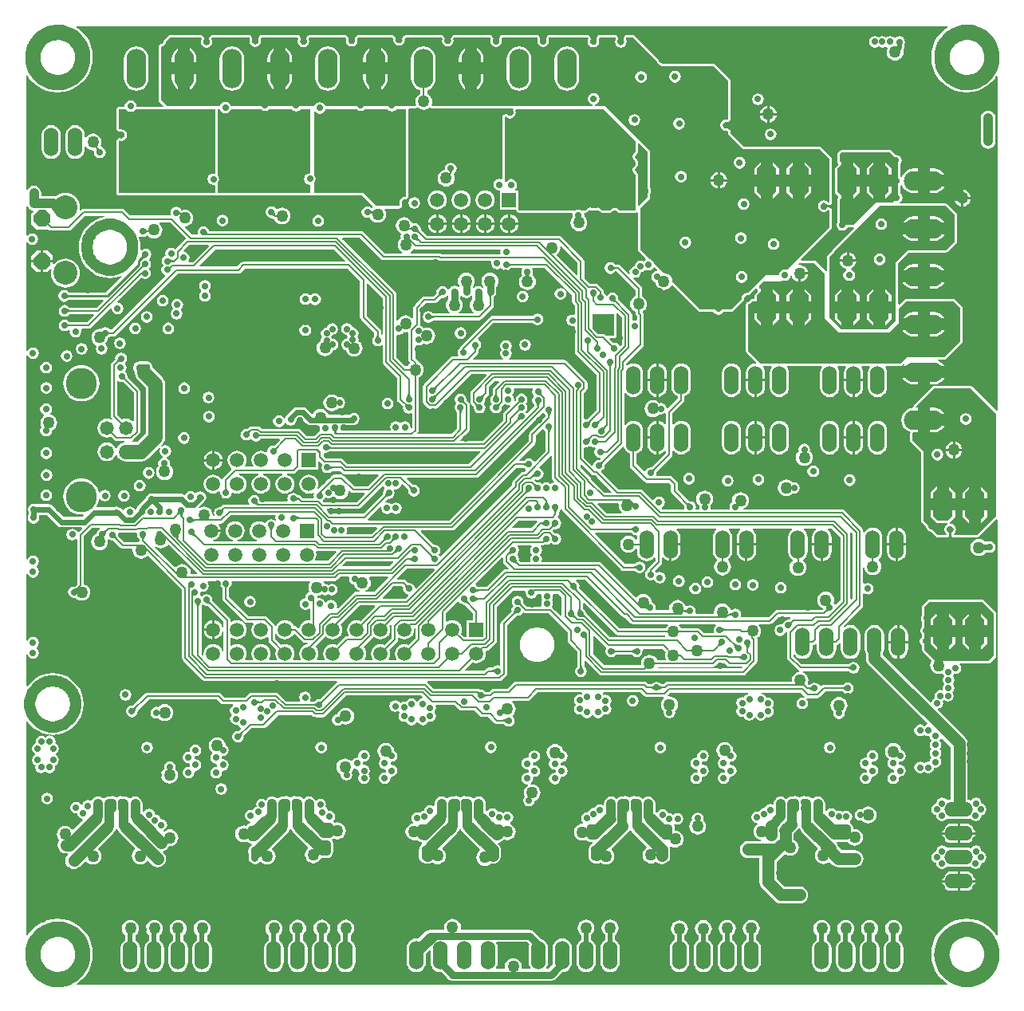
<source format=gbl>
G04 Layer_Physical_Order=6*
G04 Layer_Color=16711680*
%FSLAX25Y25*%
%MOIN*%
G70*
G01*
G75*
%ADD10C,0.04500*%
%ADD11C,0.06496*%
%ADD76C,0.02300*%
%ADD77C,0.02000*%
%ADD78C,0.00800*%
%ADD79C,0.02400*%
%ADD82C,0.00700*%
%ADD83C,0.03000*%
%ADD85C,0.01000*%
%ADD86C,0.01600*%
%ADD87C,0.00600*%
%ADD88C,0.02900*%
%ADD89C,0.05000*%
%ADD91C,0.04000*%
%ADD97O,0.06000X0.12000*%
%ADD98C,0.05905*%
%ADD99R,0.05905X0.05905*%
%ADD100C,0.13050*%
%ADD101C,0.05800*%
%ADD102C,0.10000*%
%ADD103P,0.07577X8X292.5*%
%ADD104O,0.08250X0.16500*%
G04:AMPARAMS|DCode=105|XSize=133mil|YSize=83mil|CornerRadius=0mil|HoleSize=0mil|Usage=FLASHONLY|Rotation=90.000|XOffset=0mil|YOffset=0mil|HoleType=Round|Shape=Octagon|*
%AMOCTAGOND105*
4,1,8,0.02075,0.06650,-0.02075,0.06650,-0.04150,0.04575,-0.04150,-0.04575,-0.02075,-0.06650,0.02075,-0.06650,0.04150,-0.04575,0.04150,0.04575,0.02075,0.06650,0.0*
%
%ADD105OCTAGOND105*%

%ADD106O,0.12000X0.06000*%
%ADD107O,0.16500X0.08250*%
%ADD108C,0.02800*%
%ADD109C,0.02900*%
%ADD130C,0.05000*%
%ADD131C,0.06000*%
G36*
X188329Y290117D02*
Y288699D01*
X187843Y288065D01*
X187490Y287214D01*
X187370Y286300D01*
X187490Y285386D01*
X187843Y284535D01*
X188404Y283804D01*
X189024Y283327D01*
X188903Y282837D01*
X188897Y282827D01*
X182903D01*
X182897Y282837D01*
X182775Y283327D01*
X183396Y283804D01*
X183957Y284535D01*
X184310Y285386D01*
X184430Y286300D01*
X184310Y287214D01*
X183957Y288065D01*
X183474Y288694D01*
Y289998D01*
X183974Y290150D01*
X184059Y290022D01*
X184886Y289470D01*
X185862Y289276D01*
X186837Y289470D01*
X187664Y290022D01*
X187829Y290269D01*
X188329Y290117D01*
D02*
G37*
G36*
X196774Y290761D02*
X196675Y290646D01*
X196588Y290530D01*
X196513Y290413D01*
X196449Y290295D01*
X196397Y290177D01*
X196356Y290057D01*
X196327Y289937D01*
X196310Y289815D01*
X196304Y289693D01*
X195504D01*
X195498Y289815D01*
X195481Y289937D01*
X195452Y290057D01*
X195411Y290177D01*
X195359Y290295D01*
X195295Y290413D01*
X195220Y290530D01*
X195133Y290646D01*
X195034Y290761D01*
X194924Y290875D01*
X196884D01*
X196774Y290761D01*
D02*
G37*
G36*
X175886Y290400D02*
X175727Y290397D01*
X175576Y290386D01*
X175433Y290365D01*
X175297Y290336D01*
X175169Y290298D01*
X175048Y290251D01*
X174934Y290195D01*
X174829Y290130D01*
X174731Y290057D01*
X174640Y289974D01*
X174074Y290540D01*
X174157Y290631D01*
X174230Y290729D01*
X174295Y290834D01*
X174351Y290948D01*
X174398Y291069D01*
X174436Y291197D01*
X174465Y291333D01*
X174486Y291476D01*
X174497Y291627D01*
X174500Y291786D01*
X175886Y290400D01*
D02*
G37*
G36*
X337786Y158500D02*
X337627Y158497D01*
X337476Y158486D01*
X337333Y158465D01*
X337197Y158436D01*
X337069Y158398D01*
X336948Y158351D01*
X336835Y158295D01*
X336729Y158230D01*
X336631Y158157D01*
X336540Y158074D01*
X335975Y158640D01*
X336057Y158731D01*
X336130Y158829D01*
X336195Y158934D01*
X336251Y159048D01*
X336298Y159169D01*
X336336Y159297D01*
X336365Y159433D01*
X336386Y159576D01*
X336397Y159727D01*
X336400Y159886D01*
X337786Y158500D01*
D02*
G37*
G36*
X18989Y290990D02*
X19089Y290908D01*
X19194Y290836D01*
X19302Y290774D01*
X19415Y290721D01*
X19532Y290678D01*
X19653Y290644D01*
X19778Y290620D01*
X19907Y290606D01*
X20041Y290601D01*
Y289601D01*
X19907Y289596D01*
X19778Y289582D01*
X19653Y289558D01*
X19532Y289524D01*
X19415Y289481D01*
X19302Y289428D01*
X19194Y289366D01*
X19089Y289294D01*
X18989Y289212D01*
X18893Y289121D01*
Y291081D01*
X18989Y290990D01*
D02*
G37*
G36*
X239848Y290328D02*
X239647Y290085D01*
X239565Y289964D01*
X239495Y289844D01*
X239439Y289724D01*
X239395Y289606D01*
X239363Y289489D01*
X239344Y289372D01*
X239338Y289256D01*
X238638D01*
X238632Y289372D01*
X238613Y289489D01*
X238581Y289606D01*
X238537Y289724D01*
X238480Y289844D01*
X238411Y289964D01*
X238329Y290085D01*
X238235Y290206D01*
X238128Y290328D01*
X238008Y290451D01*
X239968D01*
X239848Y290328D01*
D02*
G37*
G36*
X242396Y291464D02*
X242415Y291347D01*
X242446Y291229D01*
X242490Y291111D01*
X242547Y290992D01*
X242616Y290872D01*
X242698Y290751D01*
X242793Y290629D01*
X242900Y290507D01*
X243019Y290384D01*
X241059D01*
X241179Y290507D01*
X241381Y290751D01*
X241463Y290872D01*
X241532Y290992D01*
X241589Y291111D01*
X241633Y291229D01*
X241664Y291347D01*
X241683Y291464D01*
X241689Y291580D01*
X242389D01*
X242396Y291464D01*
D02*
G37*
G36*
X335600Y299600D02*
X335600Y280700D01*
X341600Y274700D01*
X362600Y274700D01*
X366800Y278900D01*
X366800Y285000D01*
X369700Y287900D01*
X389700D01*
X392300Y285300D01*
Y271300D01*
X390000Y269000D01*
X385600Y264600D01*
X369900D01*
X367200Y261900D01*
X358062D01*
X357800Y261934D01*
X357538Y261900D01*
X348062D01*
X347800Y261934D01*
X347538Y261900D01*
X338062D01*
X337800Y261934D01*
X337538Y261900D01*
X317012D01*
X316750Y261934D01*
X316488Y261900D01*
X309000D01*
X303800Y267100D01*
Y286652D01*
X304236Y286739D01*
X305030Y287270D01*
X305451Y287900D01*
X305800D01*
X305888Y287988D01*
X306101Y287900D01*
X309000D01*
Y293050D01*
X308925D01*
X308500Y293226D01*
Y294400D01*
X310300Y296200D01*
X317400Y296200D01*
X317871Y296671D01*
X318005Y296581D01*
X318942Y296395D01*
X319878Y296581D01*
X320672Y297112D01*
X321202Y297905D01*
X321328Y298538D01*
X321842Y298560D01*
X322143Y297835D01*
X322704Y297104D01*
X323435Y296543D01*
X324286Y296190D01*
X324700Y296136D01*
Y299600D01*
X325200D01*
Y300100D01*
X328664D01*
X328610Y300514D01*
X328257Y301365D01*
X327696Y302096D01*
X326965Y302657D01*
X326114Y303010D01*
X325200Y303130D01*
X325013Y303105D01*
X324779Y303579D01*
X325200Y304000D01*
X331200D01*
X335600Y299600D01*
D02*
G37*
G36*
X225777Y164111D02*
Y156725D01*
X225277Y156518D01*
X221947Y159848D01*
X221809Y159941D01*
X221711Y160431D01*
X221879Y160682D01*
X222065Y161618D01*
X221879Y162555D01*
X221507Y163112D01*
X221886Y163680D01*
X222072Y164616D01*
X221976Y165101D01*
X222386Y165601D01*
X224288D01*
X225777Y164111D01*
D02*
G37*
G36*
X209941Y157722D02*
X210243Y157520D01*
X210789Y157411D01*
X220346D01*
X228279Y149479D01*
Y146086D01*
X228279Y146086D01*
X228388Y145539D01*
X228697Y145076D01*
X232373Y141401D01*
Y135133D01*
X232070Y134930D01*
X231539Y134136D01*
X231353Y133200D01*
X231539Y132264D01*
X232070Y131470D01*
X232864Y130939D01*
X233800Y130753D01*
X234736Y130939D01*
X235530Y131470D01*
X236061Y132264D01*
X236247Y133200D01*
X236061Y134136D01*
X235530Y134930D01*
X235227Y135133D01*
Y137509D01*
X235689Y137700D01*
X241449Y131941D01*
X241912Y131631D01*
X242458Y131523D01*
X242458Y131523D01*
X301677D01*
X301678Y131523D01*
X302224Y131631D01*
X302687Y131941D01*
X307159Y136413D01*
X307159Y136413D01*
X307469Y136876D01*
X307577Y137422D01*
X307577Y137423D01*
Y146606D01*
X307577Y146606D01*
X307469Y147152D01*
X307453Y147176D01*
X308008Y147602D01*
X308569Y148333D01*
X308922Y149185D01*
X309042Y150098D01*
X308922Y151012D01*
X308569Y151864D01*
X308140Y152423D01*
X308364Y152923D01*
X312781D01*
X312781Y152923D01*
X313327Y153031D01*
X313790Y153341D01*
X316449Y155999D01*
X321355D01*
X321453Y155857D01*
X321546Y155499D01*
X320815Y154768D01*
X320458Y154839D01*
X319522Y154653D01*
X318728Y154123D01*
X318197Y153329D01*
X318159Y153135D01*
X317573Y152753D01*
X317100Y152847D01*
X316164Y152661D01*
X315370Y152130D01*
X314839Y151336D01*
X314653Y150400D01*
X314839Y149464D01*
X315370Y148670D01*
X316164Y148139D01*
X317100Y147953D01*
X318036Y148139D01*
X318830Y148670D01*
X319361Y149464D01*
X319361Y149465D01*
X319861Y149416D01*
Y138978D01*
X319861Y138978D01*
X319970Y138432D01*
X320279Y137969D01*
X324513Y133735D01*
X324513Y133735D01*
X324966Y133432D01*
X324973Y133390D01*
X324934Y132924D01*
X324482Y132864D01*
X323630Y132512D01*
X322899Y131950D01*
X322338Y131219D01*
X321986Y130368D01*
X321865Y129454D01*
X321898Y129203D01*
X321569Y128827D01*
X270000D01*
X269454Y128719D01*
X268991Y128409D01*
X268991Y128409D01*
X268409Y127827D01*
X267433D01*
X267230Y128130D01*
X266436Y128661D01*
X265500Y128847D01*
X264564Y128661D01*
X263770Y128130D01*
X263567Y127827D01*
X261791D01*
X261209Y128409D01*
X260746Y128719D01*
X260200Y128827D01*
X260200Y128827D01*
X206600D01*
X206600Y128827D01*
X206054Y128719D01*
X205591Y128409D01*
X205591Y128409D01*
X203109Y125927D01*
X197300D01*
X197300Y125927D01*
X196754Y125819D01*
X196291Y125509D01*
X196291Y125509D01*
X195309Y124527D01*
X193833D01*
X193630Y124830D01*
X192836Y125361D01*
X191900Y125547D01*
X191543Y125476D01*
X191509Y125509D01*
X191046Y125819D01*
X190500Y125927D01*
X190500Y125927D01*
X175230D01*
X175229Y125927D01*
X175227Y125927D01*
X172255D01*
X169777Y128405D01*
X169526Y128573D01*
X169678Y129073D01*
X199806D01*
X199806Y129073D01*
X200353Y129181D01*
X200816Y129491D01*
X202559Y131234D01*
X202559Y131234D01*
X202869Y131697D01*
X202977Y132244D01*
X202977Y132244D01*
Y152549D01*
X206883Y156454D01*
X207240Y156383D01*
X208176Y156569D01*
X208970Y157100D01*
X209303Y157599D01*
X209729Y157805D01*
X209941Y157722D01*
D02*
G37*
G36*
X233631Y159340D02*
X233651Y159218D01*
X233683Y159101D01*
X233728Y158989D01*
X233786Y158882D01*
X233857Y158780D01*
X233941Y158684D01*
X234038Y158592D01*
X234147Y158505D01*
X234270Y158424D01*
X232360Y157984D01*
X232448Y158128D01*
X232597Y158406D01*
X232658Y158540D01*
X232751Y158798D01*
X232783Y158922D01*
X232806Y159042D01*
X232820Y159160D01*
X232825Y159274D01*
X233625Y159467D01*
X233631Y159340D01*
D02*
G37*
G36*
X278300Y157420D02*
X278186Y157530D01*
X278071Y157629D01*
X277955Y157716D01*
X277838Y157791D01*
X277720Y157855D01*
X277602Y157907D01*
X277482Y157948D01*
X277362Y157977D01*
X277241Y157994D01*
X277118Y158000D01*
Y158800D01*
X277241Y158806D01*
X277362Y158823D01*
X277482Y158852D01*
X277602Y158893D01*
X277720Y158945D01*
X277838Y159009D01*
X277955Y159084D01*
X278071Y159171D01*
X278186Y159270D01*
X278300Y159380D01*
Y157420D01*
D02*
G37*
G36*
X207226Y157430D02*
X207067Y157427D01*
X206916Y157416D01*
X206773Y157395D01*
X206637Y157366D01*
X206508Y157328D01*
X206387Y157281D01*
X206274Y157225D01*
X206169Y157160D01*
X206070Y157087D01*
X205980Y157004D01*
X205414Y157570D01*
X205497Y157661D01*
X205570Y157759D01*
X205635Y157864D01*
X205691Y157978D01*
X205737Y158098D01*
X205776Y158227D01*
X205805Y158363D01*
X205825Y158506D01*
X205837Y158657D01*
X205840Y158816D01*
X207226Y157430D01*
D02*
G37*
G36*
X248375Y288953D02*
X248405Y288638D01*
X248433Y288495D01*
X248469Y288361D01*
X248513Y288237D01*
X248565Y288122D01*
X248626Y288017D01*
X248695Y287921D01*
X248773Y287834D01*
X248278Y287339D01*
X248191Y287417D01*
X248096Y287486D01*
X247990Y287547D01*
X247875Y287599D01*
X247751Y287644D01*
X247617Y287679D01*
X247474Y287707D01*
X247321Y287726D01*
X247159Y287737D01*
X246987Y287739D01*
X248373Y289125D01*
X248375Y288953D01*
D02*
G37*
G36*
X189814Y164370D02*
X189929Y164271D01*
X190045Y164184D01*
X190162Y164109D01*
X190279Y164045D01*
X190398Y163993D01*
X190518Y163952D01*
X190638Y163923D01*
X190759Y163906D01*
X190882Y163900D01*
Y163100D01*
X190759Y163094D01*
X190638Y163077D01*
X190518Y163048D01*
X190398Y163007D01*
X190279Y162955D01*
X190162Y162891D01*
X190045Y162816D01*
X189929Y162729D01*
X189814Y162630D01*
X189700Y162520D01*
Y164480D01*
X189814Y164370D01*
D02*
G37*
G36*
X186292Y163220D02*
X186303Y163069D01*
X186324Y162925D01*
X186353Y162789D01*
X186391Y162661D01*
X186438Y162540D01*
X186494Y162427D01*
X186559Y162321D01*
X186632Y162223D01*
X186714Y162133D01*
X186149Y161567D01*
X186058Y161649D01*
X185960Y161723D01*
X185854Y161787D01*
X185741Y161843D01*
X185620Y161890D01*
X185492Y161928D01*
X185356Y161958D01*
X185213Y161978D01*
X185062Y161990D01*
X184903Y161993D01*
X186289Y163379D01*
X186292Y163220D01*
D02*
G37*
G36*
X19146Y284790D02*
X19263Y284692D01*
X19379Y284606D01*
X19497Y284531D01*
X19615Y284467D01*
X19734Y284415D01*
X19854Y284375D01*
X19974Y284346D01*
X20096Y284329D01*
X20218Y284323D01*
X20224Y283523D01*
X20102Y283517D01*
X19981Y283500D01*
X19860Y283471D01*
X19741Y283430D01*
X19623Y283377D01*
X19505Y283313D01*
X19389Y283237D01*
X19274Y283150D01*
X19160Y283051D01*
X19047Y282940D01*
X19031Y284900D01*
X19146Y284790D01*
D02*
G37*
G36*
X159574Y168071D02*
X159502Y167714D01*
X159689Y166777D01*
X160219Y165983D01*
X161013Y165453D01*
X161511Y165354D01*
X161675Y164811D01*
X160444Y163580D01*
X151122D01*
X150931Y164042D01*
X155607Y168719D01*
X158926D01*
X159574Y168071D01*
D02*
G37*
G36*
X347473Y190630D02*
Y163742D01*
X346918Y163188D01*
X346456Y163379D01*
Y190448D01*
X346347Y190995D01*
X346239Y191157D01*
X346627Y191475D01*
X347473Y190630D01*
D02*
G37*
G36*
X78717Y162901D02*
X78728Y162750D01*
X78749Y162607D01*
X78778Y162471D01*
X78816Y162342D01*
X78863Y162222D01*
X78919Y162108D01*
X78984Y162003D01*
X79057Y161905D01*
X79139Y161814D01*
X78574Y161248D01*
X78483Y161331D01*
X78385Y161404D01*
X78280Y161469D01*
X78166Y161524D01*
X78045Y161572D01*
X77917Y161610D01*
X77781Y161639D01*
X77638Y161659D01*
X77487Y161671D01*
X77328Y161674D01*
X78714Y163060D01*
X78717Y162901D01*
D02*
G37*
G36*
X213744Y251182D02*
X213614Y250987D01*
X213427Y250050D01*
X213614Y249114D01*
X213916Y248662D01*
X214132Y248295D01*
X213926Y247865D01*
X213639Y247436D01*
X213453Y246500D01*
X213639Y245564D01*
X214170Y244770D01*
X214473Y244567D01*
Y244066D01*
X211567Y241160D01*
X210923Y241223D01*
X210655Y241624D01*
X210914Y242052D01*
X211194Y242471D01*
X211380Y243408D01*
X211194Y244344D01*
X210929Y244740D01*
X210756Y245212D01*
X210963Y245521D01*
X211287Y246005D01*
X211473Y246942D01*
X211287Y247878D01*
X210756Y248672D01*
X209963Y249202D01*
X209026Y249389D01*
X208090Y249202D01*
X207296Y248672D01*
X206765Y247878D01*
X206579Y246942D01*
X206646Y246604D01*
X206212Y246170D01*
X205751Y246416D01*
X205860Y246964D01*
X205674Y247900D01*
X205143Y248694D01*
X205403Y249122D01*
X205676Y249531D01*
X205862Y250467D01*
X205732Y251123D01*
X206085Y251623D01*
X213508D01*
X213744Y251182D01*
D02*
G37*
G36*
X261700Y158920D02*
X261586Y159030D01*
X261471Y159129D01*
X261355Y159216D01*
X261238Y159291D01*
X261121Y159355D01*
X261002Y159407D01*
X260882Y159448D01*
X260762Y159477D01*
X260641Y159494D01*
X260518Y159500D01*
Y160300D01*
X260641Y160306D01*
X260762Y160323D01*
X260882Y160352D01*
X261002Y160393D01*
X261121Y160445D01*
X261238Y160509D01*
X261355Y160584D01*
X261471Y160671D01*
X261586Y160770D01*
X261700Y160880D01*
Y158920D01*
D02*
G37*
G36*
X230112Y159303D02*
X230129Y159182D01*
X230158Y159061D01*
X230199Y158942D01*
X230251Y158823D01*
X230315Y158705D01*
X230390Y158589D01*
X230477Y158473D01*
X230576Y158358D01*
X230686Y158244D01*
X228726D01*
X228836Y158358D01*
X228935Y158473D01*
X229022Y158589D01*
X229097Y158705D01*
X229161Y158823D01*
X229213Y158942D01*
X229254Y159061D01*
X229283Y159182D01*
X229300Y159303D01*
X229306Y159425D01*
X230106D01*
X230112Y159303D01*
D02*
G37*
G36*
X208693Y162165D02*
X208704Y162014D01*
X208725Y161871D01*
X208754Y161735D01*
X208792Y161607D01*
X208839Y161486D01*
X208895Y161372D01*
X208960Y161267D01*
X209033Y161169D01*
X209116Y161078D01*
X208550Y160512D01*
X208459Y160595D01*
X208361Y160668D01*
X208256Y160733D01*
X208142Y160789D01*
X208021Y160836D01*
X207893Y160874D01*
X207757Y160903D01*
X207614Y160924D01*
X207463Y160935D01*
X207304Y160938D01*
X208690Y162324D01*
X208693Y162165D01*
D02*
G37*
G36*
X74615Y161474D02*
X74516Y161358D01*
X74430Y161243D01*
X74354Y161126D01*
X74290Y161008D01*
X74238Y160889D01*
X74198Y160770D01*
X74169Y160649D01*
X74151Y160528D01*
X74145Y160406D01*
X73345D01*
X73339Y160528D01*
X73322Y160649D01*
X73293Y160770D01*
X73252Y160889D01*
X73200Y161008D01*
X73137Y161126D01*
X73061Y161243D01*
X72974Y161358D01*
X72875Y161474D01*
X72765Y161588D01*
X74725D01*
X74615Y161474D01*
D02*
G37*
G36*
X210812Y166523D02*
X210715Y166032D01*
X210901Y165096D01*
X211431Y164302D01*
X212225Y163772D01*
X213162Y163585D01*
X214098Y163772D01*
X214892Y164302D01*
X215423Y165096D01*
X215523Y165601D01*
X216864D01*
X217275Y165101D01*
X217178Y164616D01*
X217365Y163680D01*
X217737Y163123D01*
X217357Y162555D01*
X217171Y161618D01*
X217341Y160766D01*
X217080Y160266D01*
X211381D01*
X209666Y161981D01*
X209737Y162338D01*
X209551Y163275D01*
X209020Y164068D01*
X208226Y164599D01*
X207290Y164785D01*
X206354Y164599D01*
X205560Y164068D01*
X205029Y163275D01*
X204843Y162338D01*
X205029Y161402D01*
X205288Y161014D01*
X205509Y160560D01*
X204979Y159766D01*
X204793Y158830D01*
X204864Y158473D01*
X200541Y154149D01*
X200231Y153686D01*
X200123Y153140D01*
X200123Y153140D01*
Y135992D01*
X199623Y135623D01*
X199000Y135747D01*
X198064Y135561D01*
X197270Y135030D01*
X197067Y134727D01*
X195100D01*
X195100Y134727D01*
X194554Y134619D01*
X194091Y134309D01*
X194091Y134309D01*
X193209Y133427D01*
X185599D01*
X185408Y133889D01*
X188502Y136983D01*
X189068Y136749D01*
X190100Y136613D01*
X191132Y136749D01*
X192093Y137147D01*
X192919Y137781D01*
X193553Y138607D01*
X193951Y139568D01*
X194087Y140600D01*
X194004Y141225D01*
X194355Y141724D01*
X194413Y141736D01*
X194903Y141834D01*
X195366Y142143D01*
X198209Y144987D01*
X198209Y144987D01*
X198519Y145450D01*
X198627Y145996D01*
X198627Y145996D01*
Y160124D01*
X205526Y167023D01*
X210402D01*
X210812Y166523D01*
D02*
G37*
G36*
X51780Y306034D02*
X51647Y306030D01*
X51518Y306017D01*
X51394Y305994D01*
X51273Y305961D01*
X51156Y305919D01*
X51042Y305867D01*
X50933Y305805D01*
X50828Y305734D01*
X50726Y305652D01*
X50628Y305561D01*
X49921Y306269D01*
X50012Y306366D01*
X50094Y306468D01*
X50165Y306573D01*
X50227Y306683D01*
X50279Y306796D01*
X50321Y306913D01*
X50354Y307034D01*
X50377Y307159D01*
X50390Y307287D01*
X50394Y307420D01*
X51780Y306034D01*
D02*
G37*
G36*
X164130Y309788D02*
X164657Y309683D01*
X164657Y309683D01*
X199804D01*
X200215Y309183D01*
X200110Y308659D01*
X200228Y308067D01*
X199845Y307567D01*
X175680D01*
X175643Y307604D01*
X175180Y307913D01*
X174634Y308022D01*
X174634Y308022D01*
X162749D01*
X162629Y308289D01*
X162611Y308522D01*
X163278Y309033D01*
X163839Y309765D01*
X164063Y309833D01*
X164130Y309788D01*
D02*
G37*
G36*
X292914Y151470D02*
X293029Y151371D01*
X293145Y151284D01*
X293262Y151209D01*
X293379Y151145D01*
X293498Y151093D01*
X293618Y151052D01*
X293738Y151023D01*
X293859Y151006D01*
X293982Y151000D01*
Y150200D01*
X293859Y150194D01*
X293738Y150177D01*
X293618Y150148D01*
X293498Y150107D01*
X293379Y150055D01*
X293262Y149991D01*
X293145Y149916D01*
X293029Y149829D01*
X292914Y149730D01*
X292800Y149620D01*
Y151580D01*
X292914Y151470D01*
D02*
G37*
G36*
X76377Y160813D02*
X77314Y160627D01*
X77671Y160698D01*
X84471Y153898D01*
Y151509D01*
X83972Y151477D01*
X83951Y151632D01*
X83553Y152593D01*
X82919Y153419D01*
X82093Y154053D01*
X81132Y154451D01*
X80600Y154521D01*
Y150600D01*
Y146679D01*
X81132Y146749D01*
X82093Y147147D01*
X82919Y147781D01*
X83553Y148607D01*
X83951Y149568D01*
X83972Y149723D01*
X84471Y149691D01*
Y141509D01*
X83972Y141477D01*
X83951Y141632D01*
X83553Y142593D01*
X82919Y143419D01*
X82093Y144053D01*
X81132Y144451D01*
X80100Y144587D01*
X79068Y144451D01*
X78107Y144053D01*
X77281Y143419D01*
X76647Y142593D01*
X76249Y141632D01*
X76113Y140600D01*
X76188Y140031D01*
X75714Y139798D01*
X75173Y140340D01*
Y160655D01*
X75476Y160857D01*
X75734Y161243D01*
X76377Y160813D01*
D02*
G37*
G36*
X251061Y156077D02*
X251524Y155768D01*
X252071Y155659D01*
X252071Y155659D01*
X252501D01*
X254819Y153341D01*
X254819Y153341D01*
X255282Y153031D01*
X255829Y152923D01*
X255829Y152923D01*
X270129D01*
X270299Y152423D01*
X270004Y152196D01*
X269443Y151465D01*
X269303Y151127D01*
X249891D01*
X233051Y167967D01*
X233209Y168759D01*
X233022Y169695D01*
X232492Y170489D01*
X231768Y170973D01*
X231780Y171261D01*
X231852Y171473D01*
X235666D01*
X251061Y156077D01*
D02*
G37*
G36*
X39415Y190127D02*
X39427Y189976D01*
X39447Y189833D01*
X39477Y189697D01*
X39515Y189568D01*
X39562Y189448D01*
X39618Y189334D01*
X39682Y189229D01*
X39756Y189131D01*
X39838Y189040D01*
X39272Y188475D01*
X39182Y188557D01*
X39084Y188630D01*
X38978Y188695D01*
X38865Y188751D01*
X38744Y188798D01*
X38616Y188836D01*
X38480Y188865D01*
X38336Y188886D01*
X38185Y188897D01*
X38027Y188900D01*
X39413Y190286D01*
X39415Y190127D01*
D02*
G37*
G36*
X290208Y152423D02*
X290070Y152330D01*
X289539Y151536D01*
X289353Y150600D01*
X289502Y149852D01*
X289192Y149351D01*
X285167D01*
X283809Y150709D01*
X283346Y151019D01*
X282800Y151127D01*
X282800Y151127D01*
X275697D01*
X275557Y151465D01*
X274996Y152196D01*
X274701Y152423D01*
X274871Y152923D01*
X290056D01*
X290208Y152423D01*
D02*
G37*
G36*
X248291Y148691D02*
X248291Y148691D01*
X248754Y148381D01*
X249300Y148273D01*
X249300Y148273D01*
X268996D01*
X269145Y148027D01*
X268863Y147527D01*
X245991D01*
X235911Y157608D01*
X235800Y158166D01*
X235269Y158960D01*
X234652Y159372D01*
Y161676D01*
X235114Y161867D01*
X248291Y148691D01*
D02*
G37*
G36*
X221363Y241266D02*
X221264Y241151D01*
X221177Y241035D01*
X221102Y240918D01*
X221038Y240800D01*
X220986Y240682D01*
X220945Y240562D01*
X220916Y240442D01*
X220899Y240320D01*
X220893Y240198D01*
X220093D01*
X220087Y240320D01*
X220070Y240442D01*
X220041Y240562D01*
X220000Y240682D01*
X219948Y240800D01*
X219884Y240918D01*
X219809Y241035D01*
X219722Y241151D01*
X219623Y241266D01*
X219513Y241380D01*
X221473D01*
X221363Y241266D01*
D02*
G37*
G36*
X77511Y316758D02*
X77537Y316656D01*
X77577Y316567D01*
X77631Y316489D01*
X77697Y316423D01*
X77778Y316369D01*
X77872Y316327D01*
X77980Y316298D01*
X78101Y316280D01*
X78236Y316274D01*
X77986Y315474D01*
X76364Y315429D01*
X77499Y316872D01*
X77511Y316758D01*
D02*
G37*
G36*
X182854Y162117D02*
X183159Y161662D01*
X183952Y161132D01*
X184889Y160945D01*
X185246Y161017D01*
X188673Y157590D01*
Y154553D01*
X186147D01*
Y147580D01*
X185138D01*
X183717Y149002D01*
X183951Y149568D01*
X184087Y150600D01*
X183951Y151632D01*
X183553Y152593D01*
X182919Y153419D01*
X182093Y154053D01*
X181132Y154451D01*
X180100Y154587D01*
X179068Y154451D01*
X178107Y154053D01*
X177923Y153912D01*
X177475Y154133D01*
Y157445D01*
X182212Y162182D01*
X182854Y162117D01*
D02*
G37*
G36*
X165834Y314644D02*
X165864Y314329D01*
X165891Y314186D01*
X165927Y314052D01*
X165971Y313928D01*
X166024Y313813D01*
X166085Y313707D01*
X166154Y313611D01*
X166231Y313525D01*
X165736Y313030D01*
X165650Y313107D01*
X165554Y313177D01*
X165448Y313238D01*
X165333Y313290D01*
X165209Y313334D01*
X165075Y313370D01*
X164932Y313398D01*
X164779Y313417D01*
X164617Y313427D01*
X164445Y313430D01*
X165831Y314816D01*
X165834Y314644D01*
D02*
G37*
G36*
X162265Y314668D02*
X162295Y314353D01*
X162323Y314209D01*
X162358Y314075D01*
X162403Y313951D01*
X162455Y313836D01*
X162516Y313731D01*
X162585Y313635D01*
X162663Y313548D01*
X162168Y313053D01*
X162082Y313131D01*
X161986Y313200D01*
X161880Y313261D01*
X161765Y313314D01*
X161641Y313358D01*
X161507Y313394D01*
X161364Y313421D01*
X161211Y313440D01*
X161049Y313451D01*
X160877Y313453D01*
X162263Y314839D01*
X162265Y314668D01*
D02*
G37*
G36*
X234910Y157571D02*
X235109Y157141D01*
X235177Y157017D01*
X235316Y156796D01*
X235386Y156700D01*
X235457Y156613D01*
X235529Y156536D01*
X235202Y155732D01*
X235106Y155819D01*
X235006Y155891D01*
X234902Y155948D01*
X234794Y155991D01*
X234683Y156019D01*
X234568Y156031D01*
X234449Y156029D01*
X234326Y156012D01*
X234199Y155981D01*
X234069Y155934D01*
X234845Y157734D01*
X234910Y157571D01*
D02*
G37*
G36*
X231114Y157121D02*
X231131Y156969D01*
X231155Y156824D01*
X231188Y156687D01*
X231229Y156559D01*
X231278Y156438D01*
X231336Y156324D01*
X231401Y156219D01*
X231475Y156122D01*
X231556Y156032D01*
X231012Y155445D01*
X230921Y155527D01*
X230822Y155601D01*
X230716Y155665D01*
X230603Y155719D01*
X230483Y155764D01*
X230355Y155799D01*
X230220Y155825D01*
X230078Y155841D01*
X229928Y155848D01*
X229771Y155845D01*
X231105Y157281D01*
X231114Y157121D01*
D02*
G37*
G36*
X247323Y302660D02*
X247567Y302459D01*
X247688Y302377D01*
X247808Y302308D01*
X247927Y302251D01*
X248045Y302207D01*
X248163Y302175D01*
X248280Y302156D01*
X248395Y302150D01*
Y301450D01*
X248280Y301444D01*
X248163Y301425D01*
X248045Y301393D01*
X247927Y301349D01*
X247808Y301292D01*
X247688Y301223D01*
X247567Y301141D01*
X247445Y301047D01*
X247323Y300940D01*
X247200Y300820D01*
Y302780D01*
X247323Y302660D01*
D02*
G37*
G36*
X212236Y298981D02*
X212138Y298866D01*
X212051Y298750D01*
X211975Y298634D01*
X211911Y298516D01*
X211859Y298397D01*
X211819Y298278D01*
X211790Y298157D01*
X211772Y298036D01*
X211766Y297914D01*
X210966D01*
X210961Y298036D01*
X210943Y298157D01*
X210914Y298278D01*
X210874Y298397D01*
X210821Y298516D01*
X210758Y298634D01*
X210682Y298750D01*
X210595Y298866D01*
X210497Y298981D01*
X210386Y299095D01*
X212346D01*
X212236Y298981D01*
D02*
G37*
G36*
X232423Y304083D02*
Y298976D01*
X231962Y298785D01*
X223771Y306976D01*
X223804Y307474D01*
X224139Y307732D01*
X224700Y308463D01*
X225053Y309314D01*
X225173Y310228D01*
X225112Y310687D01*
X225586Y310920D01*
X232423Y304083D01*
D02*
G37*
G36*
X297312Y155991D02*
X297198Y156101D01*
X297082Y156199D01*
X296967Y156286D01*
X296850Y156362D01*
X296732Y156426D01*
X296613Y156478D01*
X296494Y156518D01*
X296373Y156547D01*
X296252Y156565D01*
X296130Y156571D01*
Y157371D01*
X296252Y157376D01*
X296373Y157394D01*
X296494Y157423D01*
X296613Y157463D01*
X296732Y157516D01*
X296850Y157579D01*
X296967Y157655D01*
X297082Y157742D01*
X297198Y157840D01*
X297312Y157951D01*
Y155991D01*
D02*
G37*
G36*
X203638Y304046D02*
X203752Y303948D01*
X203869Y303861D01*
X203985Y303785D01*
X204103Y303721D01*
X204222Y303669D01*
X204341Y303629D01*
X204462Y303600D01*
X204583Y303582D01*
X204705Y303576D01*
Y302777D01*
X204583Y302771D01*
X204462Y302753D01*
X204341Y302724D01*
X204222Y302684D01*
X204103Y302631D01*
X203985Y302568D01*
X203869Y302492D01*
X203752Y302405D01*
X203638Y302307D01*
X203523Y302197D01*
Y304156D01*
X203638Y304046D01*
D02*
G37*
G36*
X78279Y310961D02*
X71535Y304216D01*
X69924D01*
X69656Y304716D01*
X69989Y305215D01*
X70176Y306151D01*
X69989Y307087D01*
X69459Y307881D01*
X68665Y308412D01*
X67905Y308563D01*
X67698Y309063D01*
X70057Y311423D01*
X78088D01*
X78279Y310961D01*
D02*
G37*
G36*
X135205Y304918D02*
X135014Y304456D01*
X92736D01*
X92736Y304456D01*
X92190Y304347D01*
X91727Y304038D01*
X91727Y304038D01*
X90047Y302357D01*
X74366D01*
X74175Y302819D01*
X81041Y309685D01*
X130438D01*
X135205Y304918D01*
D02*
G37*
G36*
X322284Y153652D02*
X322201Y153562D01*
X322128Y153463D01*
X322063Y153358D01*
X322007Y153245D01*
X321960Y153124D01*
X321922Y152996D01*
X321893Y152859D01*
X321872Y152716D01*
X321861Y152565D01*
X321858Y152406D01*
X320472Y153792D01*
X320631Y153795D01*
X320782Y153807D01*
X320925Y153827D01*
X321061Y153857D01*
X321189Y153895D01*
X321310Y153942D01*
X321424Y153997D01*
X321529Y154062D01*
X321627Y154136D01*
X321718Y154218D01*
X322284Y153652D01*
D02*
G37*
G36*
X120741Y170440D02*
X120429Y170032D01*
X120076Y169181D01*
X119956Y168267D01*
X120076Y167354D01*
X120302Y166808D01*
X120033Y166245D01*
X120018Y166242D01*
X119225Y165712D01*
X118694Y164918D01*
X118508Y163981D01*
X118557Y163736D01*
X117702Y163566D01*
X116909Y163036D01*
X116378Y162242D01*
X116192Y161305D01*
X116378Y160369D01*
X116909Y159575D01*
X117702Y159045D01*
X118639Y158858D01*
X119575Y159045D01*
X120185Y159452D01*
X120686Y159217D01*
Y154889D01*
X120310Y154559D01*
X120100Y154587D01*
X119068Y154451D01*
X118107Y154053D01*
X117281Y153419D01*
X116647Y152593D01*
X116249Y151632D01*
X116222Y151424D01*
X115748Y151263D01*
X115402Y151609D01*
X114938Y151919D01*
X114392Y152027D01*
X114392Y152027D01*
X113787D01*
X113553Y152593D01*
X112919Y153419D01*
X112093Y154053D01*
X111132Y154451D01*
X110100Y154587D01*
X109068Y154451D01*
X108107Y154053D01*
X107281Y153419D01*
X106647Y152593D01*
X106489Y152211D01*
X105969Y152262D01*
X105919Y152513D01*
X105609Y152976D01*
X105609Y152977D01*
X102778Y155808D01*
X102314Y156118D01*
X101768Y156226D01*
X101768Y156226D01*
X94840D01*
X86827Y164240D01*
Y168030D01*
X87130Y168232D01*
X87660Y169026D01*
X87846Y169963D01*
X87751Y170440D01*
X88162Y170940D01*
X120495D01*
X120741Y170440D01*
D02*
G37*
G36*
X147745Y160263D02*
X141698Y154217D01*
X141132Y154451D01*
X140100Y154587D01*
X139068Y154451D01*
X138107Y154053D01*
X137281Y153419D01*
X136647Y152593D01*
X136249Y151632D01*
X136113Y150600D01*
X136249Y149568D01*
X136647Y148607D01*
X136789Y148422D01*
X136567Y147974D01*
X136047D01*
X136046Y147974D01*
X135500Y147865D01*
X135037Y147556D01*
X135037Y147556D01*
X131698Y144217D01*
X131132Y144451D01*
X130100Y144587D01*
X129068Y144451D01*
X128107Y144053D01*
X127281Y143419D01*
X126647Y142593D01*
X126249Y141632D01*
X126113Y140600D01*
X126249Y139568D01*
X126647Y138607D01*
X126824Y138376D01*
X126603Y137927D01*
X123597D01*
X123376Y138376D01*
X123553Y138607D01*
X123951Y139568D01*
X124087Y140600D01*
X123951Y141632D01*
X123553Y142593D01*
X122919Y143419D01*
X122906Y143620D01*
X126831Y147545D01*
X127174Y147725D01*
X127535Y147586D01*
X128107Y147147D01*
X129068Y146749D01*
X130100Y146613D01*
X131132Y146749D01*
X132093Y147147D01*
X132919Y147781D01*
X133553Y148607D01*
X133951Y149568D01*
X134087Y150600D01*
X133951Y151632D01*
X133553Y152593D01*
X133405Y152786D01*
X141344Y160725D01*
X147553D01*
X147745Y160263D01*
D02*
G37*
G36*
X62120Y305557D02*
X62235Y305459D01*
X62351Y305372D01*
X62467Y305296D01*
X62585Y305233D01*
X62704Y305180D01*
X62823Y305140D01*
X62944Y305111D01*
X63065Y305093D01*
X63187Y305088D01*
Y304288D01*
X63065Y304282D01*
X62944Y304264D01*
X62823Y304235D01*
X62704Y304195D01*
X62585Y304143D01*
X62467Y304079D01*
X62351Y304003D01*
X62235Y303916D01*
X62120Y303818D01*
X62006Y303708D01*
Y305668D01*
X62120Y305557D01*
D02*
G37*
G36*
X156475Y188106D02*
X156316Y188103D01*
X156165Y188091D01*
X156022Y188071D01*
X155886Y188041D01*
X155757Y188003D01*
X155637Y187956D01*
X155523Y187900D01*
X155418Y187836D01*
X155320Y187762D01*
X155229Y187680D01*
X154663Y188246D01*
X154746Y188336D01*
X154819Y188434D01*
X154884Y188540D01*
X154940Y188653D01*
X154987Y188774D01*
X155025Y188902D01*
X155054Y189038D01*
X155075Y189182D01*
X155086Y189333D01*
X155089Y189491D01*
X156475Y188106D01*
D02*
G37*
G36*
X184910Y246784D02*
X184922Y246634D01*
X184942Y246490D01*
X184972Y246354D01*
X185010Y246226D01*
X185057Y246105D01*
X185113Y245992D01*
X185177Y245886D01*
X185251Y245788D01*
X185333Y245697D01*
X184767Y245132D01*
X184677Y245214D01*
X184579Y245287D01*
X184473Y245352D01*
X184360Y245408D01*
X184239Y245455D01*
X184111Y245493D01*
X183975Y245522D01*
X183831Y245543D01*
X183680Y245554D01*
X183521Y245557D01*
X184907Y246943D01*
X184910Y246784D01*
D02*
G37*
G36*
X216770Y245386D02*
X216671Y245271D01*
X216584Y245155D01*
X216509Y245038D01*
X216445Y244920D01*
X216393Y244802D01*
X216352Y244682D01*
X216323Y244562D01*
X216306Y244441D01*
X216300Y244318D01*
X215500D01*
X215494Y244441D01*
X215477Y244562D01*
X215448Y244682D01*
X215407Y244802D01*
X215355Y244920D01*
X215291Y245038D01*
X215216Y245155D01*
X215129Y245271D01*
X215030Y245386D01*
X214920Y245500D01*
X216880D01*
X216770Y245386D01*
D02*
G37*
G36*
X193265Y248200D02*
X193183Y248109D01*
X193109Y248011D01*
X193045Y247905D01*
X192989Y247792D01*
X192942Y247671D01*
X192904Y247543D01*
X192874Y247407D01*
X192854Y247264D01*
X192842Y247112D01*
X192839Y246954D01*
X191454Y248340D01*
X191612Y248342D01*
X191763Y248354D01*
X191907Y248375D01*
X192043Y248404D01*
X192171Y248442D01*
X192292Y248489D01*
X192405Y248545D01*
X192511Y248609D01*
X192609Y248683D01*
X192699Y248765D01*
X193265Y248200D01*
D02*
G37*
G36*
X152886Y188100D02*
X152727Y188097D01*
X152576Y188086D01*
X152433Y188065D01*
X152297Y188036D01*
X152169Y187998D01*
X152048Y187951D01*
X151935Y187895D01*
X151829Y187830D01*
X151731Y187757D01*
X151640Y187674D01*
X151075Y188240D01*
X151157Y188331D01*
X151230Y188429D01*
X151295Y188534D01*
X151351Y188648D01*
X151398Y188768D01*
X151436Y188897D01*
X151465Y189033D01*
X151486Y189176D01*
X151497Y189327D01*
X151500Y189486D01*
X152886Y188100D01*
D02*
G37*
G36*
X246825Y261377D02*
X246623Y261133D01*
X246541Y261013D01*
X246472Y260893D01*
X246415Y260773D01*
X246371Y260655D01*
X246340Y260537D01*
X246321Y260420D01*
X246315Y260304D01*
X245615D01*
X245608Y260420D01*
X245589Y260537D01*
X245558Y260655D01*
X245514Y260773D01*
X245457Y260893D01*
X245388Y261013D01*
X245306Y261133D01*
X245211Y261255D01*
X245104Y261377D01*
X244985Y261500D01*
X246945D01*
X246825Y261377D01*
D02*
G37*
G36*
X163300Y179120D02*
X163186Y179230D01*
X163071Y179329D01*
X162955Y179416D01*
X162838Y179491D01*
X162721Y179555D01*
X162602Y179607D01*
X162482Y179648D01*
X162362Y179677D01*
X162241Y179694D01*
X162118Y179700D01*
Y180500D01*
X162241Y180506D01*
X162362Y180523D01*
X162482Y180552D01*
X162602Y180593D01*
X162721Y180645D01*
X162838Y180709D01*
X162955Y180784D01*
X163071Y180871D01*
X163186Y180970D01*
X163300Y181080D01*
Y179120D01*
D02*
G37*
G36*
X155493Y178749D02*
X153794Y177050D01*
X134338D01*
X134147Y177512D01*
X135845Y179211D01*
X155301D01*
X155493Y178749D01*
D02*
G37*
G36*
X246616Y269833D02*
X246712Y269763D01*
X246818Y269703D01*
X246933Y269650D01*
X247057Y269606D01*
X247191Y269570D01*
X247334Y269543D01*
X247487Y269523D01*
X247649Y269513D01*
X247821Y269510D01*
X246435Y268124D01*
X246432Y268296D01*
X246402Y268611D01*
X246375Y268754D01*
X246339Y268888D01*
X246295Y269012D01*
X246242Y269127D01*
X246182Y269233D01*
X246112Y269329D01*
X246035Y269415D01*
X246530Y269910D01*
X246616Y269833D01*
D02*
G37*
G36*
X240919Y270104D02*
X240938Y269988D01*
X240970Y269870D01*
X241014Y269752D01*
X241070Y269632D01*
X241140Y269512D01*
X241222Y269392D01*
X241316Y269270D01*
X241423Y269148D01*
X241543Y269025D01*
X239583D01*
X239703Y269148D01*
X239904Y269392D01*
X239986Y269512D01*
X240055Y269632D01*
X240112Y269752D01*
X240156Y269870D01*
X240188Y269988D01*
X240207Y270104D01*
X240213Y270220D01*
X240913D01*
X240919Y270104D01*
D02*
G37*
G36*
X213281Y185422D02*
X212817Y184727D01*
X212630Y183791D01*
X212817Y182854D01*
X213347Y182061D01*
X213360Y182052D01*
Y181842D01*
X212830Y181049D01*
X212643Y180112D01*
X212799Y179327D01*
X212507Y178827D01*
X208535D01*
X207817Y179545D01*
X207925Y180090D01*
X207739Y181026D01*
X207209Y181820D01*
X207369Y182315D01*
X207715Y182833D01*
X207902Y183770D01*
X207715Y184706D01*
X207237Y185422D01*
X207384Y185922D01*
X213116D01*
X213281Y185422D01*
D02*
G37*
G36*
X206854Y179765D02*
X206851Y179619D01*
X206859Y179480D01*
X206877Y179347D01*
X206907Y179221D01*
X206947Y179102D01*
X206999Y178989D01*
X207061Y178883D01*
X207134Y178784D01*
X207218Y178691D01*
X206585Y178193D01*
X206497Y178273D01*
X206401Y178347D01*
X206297Y178414D01*
X206184Y178474D01*
X206063Y178528D01*
X205934Y178575D01*
X205796Y178615D01*
X205650Y178649D01*
X205496Y178677D01*
X205334Y178697D01*
X206868Y179917D01*
X206854Y179765D01*
D02*
G37*
G36*
X190662Y268662D02*
X190552Y268549D01*
X190453Y268434D01*
X190366Y268319D01*
X190290Y268202D01*
X190226Y268085D01*
X190173Y267967D01*
X190133Y267847D01*
X190104Y267727D01*
X190086Y267605D01*
X190080Y267483D01*
X189280Y267487D01*
X189275Y267609D01*
X189257Y267730D01*
X189228Y267850D01*
X189188Y267970D01*
X189136Y268089D01*
X189072Y268207D01*
X188997Y268324D01*
X188910Y268441D01*
X188812Y268556D01*
X188702Y268671D01*
X190662Y268662D01*
D02*
G37*
G36*
X198692Y249013D02*
X198710Y248892D01*
X198739Y248772D01*
X198779Y248652D01*
X198832Y248533D01*
X198895Y248416D01*
X198971Y248299D01*
X199058Y248183D01*
X199156Y248068D01*
X199267Y247954D01*
X197307D01*
X197417Y248068D01*
X197515Y248183D01*
X197602Y248299D01*
X197678Y248416D01*
X197742Y248533D01*
X197794Y248652D01*
X197834Y248772D01*
X197863Y248892D01*
X197881Y249013D01*
X197887Y249135D01*
X198687D01*
X198692Y249013D01*
D02*
G37*
G36*
X162308Y249027D02*
X162326Y248905D01*
X162355Y248785D01*
X162395Y248665D01*
X162448Y248547D01*
X162511Y248429D01*
X162587Y248312D01*
X162674Y248196D01*
X162772Y248081D01*
X162882Y247967D01*
X160923D01*
X161033Y248081D01*
X161131Y248196D01*
X161218Y248312D01*
X161294Y248429D01*
X161357Y248547D01*
X161410Y248665D01*
X161450Y248785D01*
X161479Y248905D01*
X161497Y249027D01*
X161503Y249149D01*
X162302D01*
X162308Y249027D01*
D02*
G37*
G36*
X217277Y249878D02*
X217289Y249727D01*
X217309Y249583D01*
X217338Y249447D01*
X217376Y249319D01*
X217424Y249198D01*
X217479Y249085D01*
X217544Y248979D01*
X217617Y248881D01*
X217700Y248791D01*
X217134Y248225D01*
X217043Y248307D01*
X216945Y248381D01*
X216840Y248445D01*
X216726Y248501D01*
X216606Y248548D01*
X216477Y248586D01*
X216341Y248616D01*
X216198Y248636D01*
X216047Y248648D01*
X215888Y248651D01*
X217274Y250036D01*
X217277Y249878D01*
D02*
G37*
G36*
X73335Y174257D02*
X73143Y173795D01*
X70981D01*
X70651Y174171D01*
X70694Y174499D01*
X70574Y175413D01*
X70221Y176264D01*
X69660Y176995D01*
X68929Y177556D01*
X68078Y177909D01*
X67164Y178029D01*
X66250Y177909D01*
X65399Y177556D01*
X64668Y176995D01*
X64471Y176739D01*
X63972Y176706D01*
X55660Y185018D01*
X55991Y185395D01*
X56355Y185115D01*
X57206Y184763D01*
X58120Y184642D01*
X59034Y184763D01*
X59885Y185115D01*
X60616Y185676D01*
X60873Y186011D01*
X61537Y186055D01*
X73335Y174257D01*
D02*
G37*
G36*
X171529Y185495D02*
X171627Y185422D01*
X171733Y185357D01*
X171846Y185301D01*
X171967Y185254D01*
X172095Y185216D01*
X172231Y185187D01*
X172375Y185166D01*
X172526Y185155D01*
X172684Y185152D01*
X171298Y183766D01*
X171296Y183925D01*
X171284Y184076D01*
X171264Y184219D01*
X171234Y184355D01*
X171196Y184484D01*
X171149Y184604D01*
X171093Y184718D01*
X171029Y184823D01*
X170955Y184921D01*
X170873Y185012D01*
X171439Y185577D01*
X171529Y185495D01*
D02*
G37*
G36*
X48291Y190699D02*
X48242Y190453D01*
X48428Y189516D01*
X48959Y188723D01*
X49262Y188520D01*
Y187971D01*
X49262Y187971D01*
X49286Y187848D01*
X48876Y187348D01*
X42983D01*
X40389Y189943D01*
X40460Y190300D01*
X40378Y190712D01*
X40802Y191137D01*
X47868D01*
X48291Y190699D01*
D02*
G37*
G36*
X157573Y183093D02*
X157414Y183090D01*
X157263Y183079D01*
X157120Y183058D01*
X156984Y183029D01*
X156855Y182991D01*
X156735Y182944D01*
X156621Y182888D01*
X156516Y182823D01*
X156418Y182750D01*
X156327Y182668D01*
X155761Y183233D01*
X155844Y183324D01*
X155917Y183422D01*
X155982Y183528D01*
X156038Y183641D01*
X156085Y183762D01*
X156123Y183890D01*
X156152Y184026D01*
X156173Y184169D01*
X156184Y184320D01*
X156187Y184479D01*
X157573Y183093D01*
D02*
G37*
G36*
X123841Y183423D02*
X123841Y183423D01*
X131397D01*
X131589Y182961D01*
X128023Y179395D01*
X122849D01*
X122628Y179843D01*
X122753Y180007D01*
X123151Y180968D01*
X123287Y182000D01*
X123151Y183032D01*
X123128Y183087D01*
X123503Y183490D01*
X123841Y183423D01*
D02*
G37*
G36*
X218789Y187355D02*
X218780Y187355D01*
X218765Y187349D01*
X218745Y187336D01*
X218720Y187317D01*
X218652Y187259D01*
X218452Y187067D01*
X217886Y187633D01*
X217944Y187691D01*
X218168Y187946D01*
X218174Y187961D01*
X218174Y187970D01*
X218789Y187355D01*
D02*
G37*
G36*
X173577Y248206D02*
X173495Y248115D01*
X173421Y248017D01*
X173356Y247912D01*
X173301Y247798D01*
X173254Y247678D01*
X173215Y247549D01*
X173186Y247413D01*
X173166Y247270D01*
X173154Y247119D01*
X173151Y246960D01*
X171765Y248346D01*
X171924Y248349D01*
X172075Y248360D01*
X172219Y248381D01*
X172354Y248410D01*
X172483Y248448D01*
X172604Y248495D01*
X172717Y248551D01*
X172822Y248616D01*
X172921Y248689D01*
X173011Y248772D01*
X173577Y248206D01*
D02*
G37*
G36*
X205239Y182387D02*
X205089Y182405D01*
X204945Y182412D01*
X204807Y182407D01*
X204676Y182391D01*
X204551Y182363D01*
X204432Y182325D01*
X204320Y182274D01*
X204214Y182213D01*
X204115Y182140D01*
X204021Y182055D01*
X203541Y182707D01*
X203621Y182794D01*
X203695Y182889D01*
X203762Y182993D01*
X203824Y183105D01*
X203879Y183226D01*
X203929Y183355D01*
X203972Y183493D01*
X204010Y183639D01*
X204067Y183957D01*
X205239Y182387D01*
D02*
G37*
G36*
X173575Y251775D02*
X173493Y251685D01*
X173419Y251587D01*
X173355Y251481D01*
X173299Y251368D01*
X173252Y251247D01*
X173214Y251119D01*
X173185Y250983D01*
X173164Y250839D01*
X173152Y250688D01*
X173150Y250530D01*
X171764Y251916D01*
X171922Y251918D01*
X172073Y251930D01*
X172217Y251950D01*
X172353Y251980D01*
X172481Y252018D01*
X172602Y252065D01*
X172715Y252121D01*
X172821Y252185D01*
X172919Y252259D01*
X173010Y252341D01*
X173575Y251775D01*
D02*
G37*
G36*
X171532Y181830D02*
X171630Y181756D01*
X171736Y181692D01*
X171849Y181636D01*
X171970Y181589D01*
X172098Y181551D01*
X172234Y181521D01*
X172378Y181501D01*
X172529Y181489D01*
X172687Y181486D01*
X171301Y180101D01*
X171299Y180259D01*
X171287Y180410D01*
X171266Y180554D01*
X171237Y180690D01*
X171199Y180818D01*
X171152Y180939D01*
X171096Y181052D01*
X171032Y181158D01*
X170958Y181256D01*
X170876Y181346D01*
X171442Y181912D01*
X171532Y181830D01*
D02*
G37*
G36*
X51559Y189339D02*
X51460Y189224D01*
X51373Y189108D01*
X51298Y188991D01*
X51234Y188873D01*
X51182Y188755D01*
X51141Y188635D01*
X51112Y188515D01*
X51095Y188393D01*
X51089Y188271D01*
X50289D01*
X50283Y188393D01*
X50266Y188515D01*
X50237Y188635D01*
X50196Y188755D01*
X50144Y188873D01*
X50080Y188991D01*
X50005Y189108D01*
X49918Y189224D01*
X49819Y189339D01*
X49709Y189453D01*
X51669D01*
X51559Y189339D01*
D02*
G37*
G36*
X232075Y168236D02*
X232054Y168101D01*
X232047Y167970D01*
X232053Y167844D01*
X232072Y167724D01*
X232104Y167608D01*
X232150Y167498D01*
X232210Y167393D01*
X232282Y167293D01*
X232368Y167198D01*
X231640Y166794D01*
X231558Y166870D01*
X231466Y166943D01*
X231366Y167013D01*
X231256Y167079D01*
X231137Y167141D01*
X230872Y167257D01*
X230726Y167309D01*
X230407Y167404D01*
X232109Y168377D01*
X232075Y168236D01*
D02*
G37*
G36*
X153173Y172333D02*
X147270Y166430D01*
X143710D01*
X143610Y166930D01*
X144204Y167176D01*
X144935Y167737D01*
X145496Y168468D01*
X145849Y169320D01*
X145969Y170234D01*
X145849Y171147D01*
X145496Y171999D01*
X145268Y172295D01*
X145515Y172795D01*
X152981D01*
X153173Y172333D01*
D02*
G37*
G36*
X86269Y168849D02*
X86171Y168734D01*
X86084Y168618D01*
X86008Y168501D01*
X85944Y168383D01*
X85892Y168264D01*
X85852Y168145D01*
X85823Y168025D01*
X85805Y167903D01*
X85799Y167781D01*
X84999D01*
X84994Y167903D01*
X84976Y168025D01*
X84947Y168145D01*
X84907Y168264D01*
X84854Y168383D01*
X84791Y168501D01*
X84715Y168618D01*
X84628Y168734D01*
X84530Y168849D01*
X84419Y168963D01*
X86379D01*
X86269Y168849D01*
D02*
G37*
G36*
X160780Y169457D02*
X160878Y169383D01*
X160984Y169319D01*
X161097Y169263D01*
X161218Y169216D01*
X161346Y169178D01*
X161482Y169148D01*
X161626Y169128D01*
X161777Y169116D01*
X161935Y169114D01*
X160550Y167728D01*
X160547Y167886D01*
X160535Y168037D01*
X160515Y168181D01*
X160485Y168317D01*
X160447Y168445D01*
X160400Y168566D01*
X160345Y168679D01*
X160280Y168785D01*
X160206Y168883D01*
X160124Y168973D01*
X160690Y169539D01*
X160780Y169457D01*
D02*
G37*
G36*
X160722Y245119D02*
X160820Y245046D01*
X160926Y244981D01*
X161039Y244925D01*
X161160Y244878D01*
X161288Y244840D01*
X161424Y244811D01*
X161567Y244790D01*
X161719Y244779D01*
X161877Y244776D01*
X160491Y243390D01*
X160488Y243548D01*
X160477Y243700D01*
X160456Y243843D01*
X160427Y243979D01*
X160389Y244107D01*
X160342Y244228D01*
X160286Y244341D01*
X160222Y244447D01*
X160148Y244545D01*
X160066Y244636D01*
X160631Y245201D01*
X160722Y245119D01*
D02*
G37*
G36*
X83047Y170440D02*
X82952Y169963D01*
X83139Y169026D01*
X83669Y168232D01*
X83972Y168030D01*
Y163648D01*
X83972Y163648D01*
X84081Y163102D01*
X84390Y162639D01*
X93180Y153849D01*
X92850Y153472D01*
X92093Y154053D01*
X91132Y154451D01*
X90100Y154587D01*
X89068Y154451D01*
X88107Y154053D01*
X87775Y153798D01*
X87326Y154019D01*
Y154489D01*
X87326Y154489D01*
X87218Y155035D01*
X86908Y155498D01*
X86908Y155498D01*
X79690Y162716D01*
X79761Y163074D01*
X79575Y164010D01*
X79044Y164804D01*
X78250Y165334D01*
X77314Y165521D01*
X76377Y165334D01*
X75584Y164804D01*
X75326Y164418D01*
X74808Y164764D01*
X74587Y165333D01*
X74747Y166137D01*
X74820Y166294D01*
X75235Y166510D01*
X75884Y166382D01*
X76820Y166568D01*
X77614Y167098D01*
X78144Y167892D01*
X78331Y168828D01*
X78144Y169765D01*
X77693Y170440D01*
X77875Y170940D01*
X82637D01*
X83047Y170440D01*
D02*
G37*
G36*
X65729Y189916D02*
X65569Y189354D01*
X65543Y189225D01*
X65509Y188984D01*
X65500Y188871D01*
X65498Y188762D01*
X64698Y188472D01*
X64691Y188578D01*
X64672Y188677D01*
X64640Y188768D01*
X64596Y188853D01*
X64539Y188930D01*
X64468Y189000D01*
X64386Y189064D01*
X64290Y189120D01*
X64182Y189170D01*
X64061Y189212D01*
X65783Y190069D01*
X65729Y189916D01*
D02*
G37*
G36*
X184341Y242380D02*
X184243Y242265D01*
X184156Y242149D01*
X184080Y242032D01*
X184017Y241914D01*
X183964Y241796D01*
X183924Y241676D01*
X183895Y241556D01*
X183877Y241434D01*
X183872Y241312D01*
X183072D01*
X183066Y241434D01*
X183048Y241556D01*
X183019Y241676D01*
X182979Y241796D01*
X182927Y241914D01*
X182863Y242032D01*
X182787Y242149D01*
X182700Y242265D01*
X182602Y242380D01*
X182492Y242494D01*
X184452D01*
X184341Y242380D01*
D02*
G37*
G36*
X150357Y305585D02*
X150357Y305585D01*
X150820Y305276D01*
X151366Y305167D01*
X174042D01*
X174079Y305130D01*
X174079Y305130D01*
X174542Y304821D01*
X175089Y304712D01*
X175089Y304712D01*
X196022D01*
X196432Y304212D01*
X196338Y303740D01*
X196524Y302803D01*
X197055Y302009D01*
X197849Y301479D01*
X198785Y301293D01*
X199722Y301479D01*
X200447Y301964D01*
X200793Y301446D01*
X201587Y300916D01*
X202523Y300729D01*
X203460Y300916D01*
X204254Y301446D01*
X204456Y301749D01*
X209055D01*
X209290Y301308D01*
X209106Y301032D01*
X208919Y300095D01*
X209106Y299159D01*
X209291Y298882D01*
X208940Y298613D01*
X208379Y297882D01*
X208027Y297030D01*
X207906Y296117D01*
X208027Y295203D01*
X208379Y294352D01*
X208940Y293620D01*
X209671Y293059D01*
X210523Y292707D01*
X211436Y292587D01*
X212350Y292707D01*
X213201Y293059D01*
X213933Y293620D01*
X214494Y294352D01*
X214846Y295203D01*
X214967Y296117D01*
X214846Y297030D01*
X214494Y297882D01*
X213933Y298613D01*
X213490Y298953D01*
X213627Y299159D01*
X213813Y300095D01*
X213627Y301032D01*
X213442Y301308D01*
X213678Y301749D01*
X218830D01*
X230113Y290466D01*
Y287725D01*
X230113Y287725D01*
X230222Y287179D01*
X230531Y286716D01*
X231276Y285971D01*
Y282723D01*
X230776Y282332D01*
X230200Y282447D01*
X229264Y282261D01*
X228470Y281730D01*
X227939Y280936D01*
X227753Y280000D01*
X227939Y279064D01*
X228470Y278270D01*
X229264Y277739D01*
X230200Y277553D01*
X230776Y277667D01*
X231276Y277277D01*
Y266897D01*
X231276Y266897D01*
X231384Y266350D01*
X231694Y265887D01*
X240326Y257255D01*
Y242367D01*
X236487Y238528D01*
X236129Y238599D01*
X235577Y238489D01*
X235077Y238891D01*
Y249560D01*
X236116Y250598D01*
X236116Y250598D01*
X236425Y251061D01*
X236534Y251607D01*
X236534Y251607D01*
Y253793D01*
X236425Y254339D01*
X236116Y254802D01*
X236116Y254802D01*
X227957Y262962D01*
X227494Y263271D01*
X226947Y263380D01*
X226947Y263380D01*
X203883D01*
X203799Y263480D01*
X203896Y264147D01*
X204230Y264370D01*
X204761Y265164D01*
X204947Y266100D01*
X204761Y267036D01*
X204351Y267650D01*
X204761Y268264D01*
X204947Y269200D01*
X204761Y270136D01*
X204230Y270930D01*
X203436Y271461D01*
X202500Y271647D01*
X201564Y271461D01*
X200770Y270930D01*
X200239Y270136D01*
X200053Y269200D01*
X200239Y268264D01*
X200649Y267650D01*
X200239Y267036D01*
X200053Y266100D01*
X200239Y265164D01*
X200770Y264370D01*
X201104Y264147D01*
X201201Y263480D01*
X201117Y263380D01*
X188775D01*
X188583Y263842D01*
X190690Y265948D01*
X190690Y265948D01*
X190999Y266411D01*
X191108Y266957D01*
Y267730D01*
X191417Y267936D01*
X191947Y268730D01*
X192133Y269666D01*
X191947Y270603D01*
X191417Y271397D01*
X190841Y271781D01*
X190730Y272377D01*
X197252Y278899D01*
X213730D01*
X213913Y278625D01*
X214707Y278095D01*
X215643Y277908D01*
X216580Y278095D01*
X217374Y278625D01*
X217904Y279419D01*
X218090Y280356D01*
X217904Y281292D01*
X217374Y282086D01*
X216580Y282616D01*
X215643Y282803D01*
X214707Y282616D01*
X213913Y282086D01*
X213691Y281754D01*
X196661D01*
X196661Y281754D01*
X196115Y281645D01*
X195651Y281336D01*
X195651Y281336D01*
X183614Y269299D01*
X183305Y268836D01*
X183237Y268497D01*
X182893Y268267D01*
X182363Y267473D01*
X182176Y266537D01*
X182363Y265600D01*
X182511Y265379D01*
X182275Y264938D01*
X180471D01*
X180471Y264938D01*
X179925Y264829D01*
X179462Y264520D01*
X179462Y264520D01*
X168226Y253284D01*
X167917Y252821D01*
X167808Y252275D01*
X167808Y252275D01*
Y245892D01*
X167808Y245892D01*
X167917Y245346D01*
X168226Y244883D01*
X169703Y243406D01*
X169703Y243406D01*
X170166Y243096D01*
X170713Y242988D01*
X170713Y242988D01*
X172998D01*
X172998Y242988D01*
X173545Y243096D01*
X174008Y243406D01*
X188051Y257449D01*
X194103D01*
X194294Y256987D01*
X187941Y250634D01*
X187632Y250171D01*
X187523Y249625D01*
X187523Y249625D01*
Y245871D01*
X187523Y245871D01*
X187632Y245325D01*
X187941Y244862D01*
X189064Y243739D01*
X188993Y243382D01*
X189179Y242446D01*
X189710Y241652D01*
X190504Y241121D01*
X191440Y240935D01*
X192376Y241121D01*
X193170Y241652D01*
X193701Y242446D01*
X193887Y243382D01*
X193701Y244319D01*
X193403Y244764D01*
X193170Y245210D01*
X193700Y246003D01*
X193886Y246940D01*
X193816Y247297D01*
X195021Y248503D01*
X195021Y248503D01*
X195331Y248966D01*
X195439Y249512D01*
X195439Y249512D01*
Y252109D01*
X197953Y254623D01*
X199403D01*
X199594Y254161D01*
X197277Y251844D01*
X196968Y251381D01*
X196859Y250834D01*
X196859Y250834D01*
Y248886D01*
X196556Y248684D01*
X196026Y247890D01*
X195840Y246954D01*
X196026Y246017D01*
X196556Y245223D01*
Y245169D01*
X196544Y245160D01*
X196013Y244366D01*
X195827Y243430D01*
X196013Y242494D01*
X196544Y241700D01*
X197337Y241169D01*
X198274Y240983D01*
X199210Y241169D01*
X200004Y241700D01*
X200535Y242494D01*
X200721Y243430D01*
X200650Y243787D01*
X201812Y244949D01*
X202040Y244995D01*
X202476Y244703D01*
X203413Y244517D01*
X203961Y244626D01*
X204207Y244165D01*
X201716Y241675D01*
X201407Y241212D01*
X201298Y240665D01*
X201298Y240665D01*
Y238245D01*
X192580Y229527D01*
X183492D01*
X183300Y229989D01*
X186881Y233570D01*
X186881Y233570D01*
X187190Y234033D01*
X187299Y234579D01*
X187299Y234579D01*
Y244593D01*
X187190Y245139D01*
X186881Y245602D01*
X186881Y245602D01*
X185883Y246600D01*
X185954Y246957D01*
X185768Y247894D01*
X185238Y248688D01*
X184444Y249218D01*
X183508Y249404D01*
X182571Y249218D01*
X181777Y248688D01*
X181247Y247894D01*
X181060Y246957D01*
X181247Y246021D01*
X181767Y245242D01*
X181741Y245224D01*
X181211Y244430D01*
X181025Y243494D01*
X181211Y242557D01*
X181741Y241763D01*
X182044Y241561D01*
Y234847D01*
X179624Y232427D01*
X165680D01*
X165488Y232889D01*
X165609Y233011D01*
X165609Y233011D01*
X165919Y233474D01*
X166027Y234020D01*
X166027Y234020D01*
Y256103D01*
X166365Y256243D01*
X167096Y256804D01*
X167657Y257535D01*
X168010Y258386D01*
X168130Y259300D01*
X168010Y260214D01*
X167657Y261065D01*
X167096Y261796D01*
X166365Y262357D01*
X165952Y262528D01*
X165919Y262695D01*
X165609Y263158D01*
X164527Y264240D01*
Y269327D01*
X164864Y269507D01*
X165027Y269550D01*
X165906Y269375D01*
X166843Y269562D01*
X167637Y270092D01*
X167803Y270341D01*
X168436Y270078D01*
X169350Y269958D01*
X170264Y270078D01*
X171115Y270431D01*
X171846Y270992D01*
X172407Y271723D01*
X172760Y272574D01*
X172880Y273488D01*
X172760Y274402D01*
X172407Y275253D01*
X171846Y275984D01*
X171115Y276545D01*
X170264Y276898D01*
X169350Y277018D01*
X168436Y276898D01*
X167911Y276680D01*
X167637Y277090D01*
X166843Y277621D01*
X166603Y277979D01*
X166627Y278100D01*
X166627Y278100D01*
Y284609D01*
X169091Y287073D01*
X172600D01*
X172600Y287073D01*
X173146Y287181D01*
X173609Y287491D01*
X175543Y289424D01*
X175900Y289353D01*
X176836Y289539D01*
X177630Y290070D01*
X177876Y290438D01*
X178376Y290286D01*
Y288761D01*
X177843Y288065D01*
X177490Y287214D01*
X177370Y286300D01*
X177490Y285386D01*
X177843Y284535D01*
X178404Y283804D01*
X179025Y283327D01*
X178903Y282837D01*
X178897Y282827D01*
X172033D01*
X171830Y283130D01*
X171036Y283661D01*
X170100Y283847D01*
X169164Y283661D01*
X168370Y283130D01*
X167839Y282336D01*
X167653Y281400D01*
X167839Y280464D01*
X168370Y279670D01*
X169164Y279139D01*
X170100Y278953D01*
X171036Y279139D01*
X171830Y279670D01*
X172033Y279973D01*
X191191D01*
X191191Y279973D01*
X191737Y280081D01*
X192201Y280391D01*
X196913Y285104D01*
X196913Y285104D01*
X197223Y285567D01*
X197332Y286113D01*
X197332Y286113D01*
Y289822D01*
X197706Y290072D01*
X198259Y290899D01*
X198453Y291875D01*
Y294008D01*
X198857Y294535D01*
X199210Y295386D01*
X199330Y296300D01*
X199210Y297214D01*
X198857Y298065D01*
X198296Y298796D01*
X197565Y299357D01*
X196714Y299710D01*
X195800Y299830D01*
X194886Y299710D01*
X194035Y299357D01*
X193304Y298796D01*
X192743Y298065D01*
X192390Y297214D01*
X192270Y296300D01*
X192390Y295386D01*
X192743Y294535D01*
X193185Y293958D01*
X193152Y293792D01*
X192930Y293700D01*
X192613Y293643D01*
X191853Y294150D01*
X190878Y294344D01*
X189902Y294150D01*
X189121Y293628D01*
X188865Y293665D01*
X188580Y293756D01*
X188530Y293978D01*
X188957Y294535D01*
X189310Y295386D01*
X189430Y296300D01*
X189310Y297214D01*
X188957Y298065D01*
X188396Y298796D01*
X187665Y299357D01*
X186814Y299710D01*
X185900Y299830D01*
X184986Y299710D01*
X184135Y299357D01*
X183404Y298796D01*
X182843Y298065D01*
X182490Y297214D01*
X182370Y296300D01*
X182490Y295386D01*
X182843Y294535D01*
X183156Y294127D01*
X183107Y293930D01*
X183057Y293891D01*
X182546Y293749D01*
X181901Y294180D01*
X180926Y294374D01*
X179950Y294180D01*
X179123Y293627D01*
X178622Y292878D01*
X178537Y292851D01*
X178306Y292836D01*
X178074Y292866D01*
X177630Y293530D01*
X176836Y294061D01*
X175900Y294247D01*
X174964Y294061D01*
X174170Y293530D01*
X173639Y292736D01*
X173453Y291800D01*
X173524Y291443D01*
X172009Y289927D01*
X168500D01*
X167954Y289819D01*
X167491Y289509D01*
X167491Y289509D01*
X164191Y286209D01*
X163881Y285746D01*
X163773Y285200D01*
X163773Y285200D01*
Y280862D01*
X163273Y280693D01*
X163029Y281010D01*
X162298Y281571D01*
X161447Y281923D01*
X160533Y282044D01*
X159619Y281923D01*
X158768Y281571D01*
X158037Y281010D01*
X157476Y280278D01*
X157277Y279800D01*
X156777Y279899D01*
Y290751D01*
X156777Y290751D01*
X156669Y291298D01*
X156359Y291761D01*
X156359Y291761D01*
X134136Y313984D01*
X134327Y314446D01*
X141496D01*
X150357Y305585D01*
D02*
G37*
G36*
X23738Y167560D02*
X23656Y167469D01*
X23582Y167371D01*
X23518Y167265D01*
X23462Y167152D01*
X23415Y167032D01*
X23377Y166903D01*
X23347Y166767D01*
X23327Y166624D01*
X23315Y166473D01*
X23313Y166314D01*
X21927Y167700D01*
X22085Y167703D01*
X22236Y167714D01*
X22380Y167735D01*
X22516Y167764D01*
X22644Y167802D01*
X22765Y167849D01*
X22878Y167905D01*
X22984Y167970D01*
X23082Y168043D01*
X23172Y168125D01*
X23738Y167560D01*
D02*
G37*
G36*
X189849Y167945D02*
X189964Y167846D01*
X190079Y167759D01*
X190196Y167684D01*
X190314Y167620D01*
X190433Y167568D01*
X190552Y167527D01*
X190673Y167498D01*
X190794Y167481D01*
X190916Y167475D01*
Y166675D01*
X190794Y166669D01*
X190673Y166652D01*
X190552Y166623D01*
X190433Y166582D01*
X190314Y166530D01*
X190196Y166466D01*
X190079Y166391D01*
X189964Y166304D01*
X189849Y166205D01*
X189734Y166095D01*
Y168055D01*
X189849Y167945D01*
D02*
G37*
G36*
X171214Y282270D02*
X171329Y282171D01*
X171445Y282084D01*
X171562Y282009D01*
X171679Y281945D01*
X171798Y281893D01*
X171918Y281852D01*
X172038Y281823D01*
X172159Y281806D01*
X172282Y281800D01*
Y281000D01*
X172159Y280994D01*
X172038Y280977D01*
X171918Y280948D01*
X171798Y280907D01*
X171679Y280855D01*
X171562Y280791D01*
X171445Y280716D01*
X171329Y280629D01*
X171214Y280530D01*
X171100Y280420D01*
Y282380D01*
X171214Y282270D01*
D02*
G37*
G36*
X257345Y175689D02*
X257230Y175799D01*
X257115Y175897D01*
X256999Y175984D01*
X256883Y176060D01*
X256765Y176123D01*
X256646Y176176D01*
X256527Y176216D01*
X256406Y176245D01*
X256285Y176263D01*
X256163Y176268D01*
Y177068D01*
X256285Y177074D01*
X256406Y177092D01*
X256527Y177121D01*
X256646Y177161D01*
X256765Y177214D01*
X256883Y177277D01*
X256999Y177353D01*
X257115Y177440D01*
X257230Y177538D01*
X257345Y177648D01*
Y175689D01*
D02*
G37*
G36*
X136951Y172295D02*
X136853Y171800D01*
X137039Y170864D01*
X137570Y170070D01*
X138364Y169539D01*
X139017Y169409D01*
X139029Y169320D01*
X139382Y168468D01*
X139943Y167737D01*
X140674Y167176D01*
X141268Y166930D01*
X141168Y166430D01*
X139643D01*
X139097Y166322D01*
X138634Y166012D01*
X138634Y166012D01*
X132193Y159572D01*
X131732Y159818D01*
X131887Y160594D01*
X131697Y161550D01*
X131155Y162360D01*
X130345Y162902D01*
X129389Y163092D01*
X128433Y162902D01*
X127622Y162360D01*
X127370Y161982D01*
X126839Y162088D01*
X126788Y162348D01*
X126257Y163142D01*
X125463Y163672D01*
X124527Y163858D01*
X124031Y163760D01*
X123576Y164091D01*
X123533Y164520D01*
X123754Y164772D01*
X124399Y164857D01*
X125251Y165210D01*
X125487Y165391D01*
X125850Y165148D01*
X126786Y164962D01*
X127723Y165148D01*
X128169Y165446D01*
X128650Y165125D01*
X129586Y164939D01*
X130523Y165125D01*
X131316Y165656D01*
X131847Y166450D01*
X132033Y167386D01*
X131847Y168322D01*
X131316Y169116D01*
X130523Y169647D01*
X129586Y169833D01*
X128650Y169647D01*
X128203Y169349D01*
X127723Y169670D01*
X126786Y169856D01*
X126629Y169825D01*
X126543Y170032D01*
X126230Y170440D01*
X126477Y170940D01*
X130954D01*
X130954Y170940D01*
X131500Y171049D01*
X131963Y171358D01*
X133400Y172795D01*
X136541D01*
X136951Y172295D01*
D02*
G37*
G36*
X229592Y170502D02*
X229690Y170429D01*
X229796Y170364D01*
X229909Y170308D01*
X230030Y170261D01*
X230158Y170223D01*
X230294Y170194D01*
X230438Y170173D01*
X230589Y170161D01*
X230748Y170159D01*
X229362Y168773D01*
X229359Y168931D01*
X229347Y169082D01*
X229327Y169226D01*
X229297Y169362D01*
X229259Y169490D01*
X229212Y169611D01*
X229157Y169724D01*
X229092Y169830D01*
X229018Y169928D01*
X228936Y170019D01*
X229502Y170584D01*
X229592Y170502D01*
D02*
G37*
G36*
X251025Y281139D02*
Y269712D01*
X250532Y269219D01*
X249918Y269312D01*
X249565Y269841D01*
X248771Y270371D01*
X247835Y270557D01*
X247417Y270474D01*
X245751Y272141D01*
X245942Y272603D01*
X247638D01*
X248028Y272680D01*
X248359Y272901D01*
X248580Y273232D01*
X248657Y273622D01*
Y282517D01*
X248587Y282870D01*
X248609Y282900D01*
X249128Y283036D01*
X251025Y281139D01*
D02*
G37*
G36*
X201340Y180656D02*
Y179055D01*
X201340Y179055D01*
X201448Y178509D01*
X201758Y178046D01*
X203514Y176289D01*
X203322Y175827D01*
X202279D01*
X202279Y175827D01*
X201732Y175719D01*
X201269Y175409D01*
X201269Y175409D01*
X194362Y168502D01*
X190667D01*
X190465Y168805D01*
X189912Y169175D01*
X189809Y169779D01*
X200877Y180848D01*
X201340Y180656D01*
D02*
G37*
G36*
X149334Y273615D02*
X149351Y273493D01*
X149380Y273373D01*
X149421Y273253D01*
X149473Y273135D01*
X149537Y273017D01*
X149612Y272900D01*
X149699Y272784D01*
X149798Y272669D01*
X149908Y272555D01*
X147948D01*
X148058Y272669D01*
X148157Y272784D01*
X148244Y272900D01*
X148319Y273017D01*
X148383Y273135D01*
X148435Y273253D01*
X148476Y273373D01*
X148505Y273493D01*
X148522Y273615D01*
X148528Y273737D01*
X149328D01*
X149334Y273615D01*
D02*
G37*
G36*
X247638Y273622D02*
X244269D01*
X243948Y273944D01*
X243501Y274242D01*
X242974Y274347D01*
X240857D01*
X238743Y276461D01*
Y282517D01*
X247638D01*
Y273622D01*
D02*
G37*
G36*
X190271Y245125D02*
X190369Y245052D01*
X190474Y244987D01*
X190588Y244931D01*
X190708Y244884D01*
X190837Y244846D01*
X190973Y244817D01*
X191116Y244796D01*
X191267Y244785D01*
X191426Y244782D01*
X190040Y243396D01*
X190037Y243555D01*
X190026Y243706D01*
X190005Y243849D01*
X189976Y243985D01*
X189938Y244114D01*
X189891Y244234D01*
X189835Y244348D01*
X189770Y244453D01*
X189697Y244551D01*
X189614Y244642D01*
X190180Y245208D01*
X190271Y245125D01*
D02*
G37*
G36*
X390000Y324000D02*
Y312900D01*
X386400Y309300D01*
X370500D01*
X365400Y304200D01*
Y280000D01*
X361600Y276200D01*
X342700D01*
X337700Y281200D01*
Y285400D01*
Y306600D01*
X339700Y308600D01*
X358800Y327700D01*
X386300D01*
X390000Y324000D01*
D02*
G37*
G36*
X172520Y175655D02*
X164852Y167988D01*
X164309Y168152D01*
X164210Y168650D01*
X163680Y169444D01*
X162886Y169974D01*
X161950Y170161D01*
X161592Y170090D01*
X160527Y171155D01*
X160063Y171465D01*
X159517Y171573D01*
X159517Y171573D01*
X157103D01*
X156912Y172035D01*
X160994Y176117D01*
X172328D01*
X172520Y175655D01*
D02*
G37*
G36*
X150923Y289200D02*
Y274217D01*
X150423Y273934D01*
X150355Y273974D01*
Y275225D01*
X150355Y275225D01*
X150247Y275771D01*
X149937Y276235D01*
X149937Y276235D01*
X144301Y281871D01*
Y295168D01*
X144763Y295360D01*
X150923Y289200D01*
D02*
G37*
G36*
X160533Y274983D02*
X161173Y275067D01*
X161673Y274700D01*
Y263649D01*
X161673Y263649D01*
X161781Y263103D01*
X162091Y262640D01*
X162305Y262425D01*
X162273Y261926D01*
X162104Y261796D01*
X161543Y261065D01*
X161403Y260727D01*
X160485D01*
X156777Y264435D01*
Y273647D01*
X157277Y274057D01*
X157800Y273953D01*
X158736Y274139D01*
X159530Y274670D01*
X159804Y275079D01*
X160533Y274983D01*
D02*
G37*
G36*
X200099Y244690D02*
X200017Y244599D01*
X199944Y244501D01*
X199879Y244395D01*
X199823Y244282D01*
X199776Y244161D01*
X199738Y244033D01*
X199709Y243897D01*
X199688Y243754D01*
X199677Y243602D01*
X199674Y243444D01*
X198288Y244830D01*
X198447Y244833D01*
X198598Y244844D01*
X198741Y244865D01*
X198877Y244894D01*
X199005Y244932D01*
X199126Y244979D01*
X199240Y245035D01*
X199345Y245100D01*
X199443Y245173D01*
X199534Y245255D01*
X200099Y244690D01*
D02*
G37*
G36*
X223977Y200793D02*
X223878Y200678D01*
X223791Y200562D01*
X223716Y200446D01*
X223652Y200328D01*
X223600Y200209D01*
X223559Y200090D01*
X223530Y199969D01*
X223513Y199848D01*
X223507Y199726D01*
X222707D01*
X222701Y199848D01*
X222684Y199969D01*
X222655Y200090D01*
X222614Y200209D01*
X222562Y200328D01*
X222498Y200446D01*
X222423Y200562D01*
X222336Y200678D01*
X222237Y200793D01*
X222127Y200907D01*
X224087D01*
X223977Y200793D01*
D02*
G37*
G36*
X251780Y227027D02*
X251803Y226856D01*
X252206Y225883D01*
X252847Y225047D01*
X253683Y224406D01*
X254273Y224162D01*
Y219197D01*
X254273Y219197D01*
X254381Y218650D01*
X254691Y218187D01*
X260484Y212394D01*
X260484Y212394D01*
X260947Y212084D01*
X261494Y211976D01*
X261494Y211976D01*
X270545D01*
X271485Y211035D01*
Y208509D01*
X271485Y208509D01*
X271593Y207962D01*
X271903Y207499D01*
X277065Y202338D01*
X276994Y201980D01*
X277123Y201327D01*
X276769Y200827D01*
X267908D01*
X267590Y201190D01*
X267665Y201696D01*
X268185Y202044D01*
X268715Y202838D01*
X268902Y203774D01*
X268715Y204711D01*
X268185Y205505D01*
X267391Y206035D01*
X266455Y206221D01*
X265518Y206035D01*
X264724Y205505D01*
X264347Y204940D01*
X263747Y204833D01*
X259703Y208877D01*
X259240Y209186D01*
X258694Y209295D01*
X258694Y209295D01*
X249574D01*
X242373Y216495D01*
X242477Y217100D01*
X243030Y217470D01*
X243561Y218264D01*
X243747Y219200D01*
X243664Y219617D01*
X251253Y227206D01*
X251780Y227027D01*
D02*
G37*
G36*
X84626Y200660D02*
X84543Y200569D01*
X84470Y200471D01*
X84405Y200365D01*
X84349Y200252D01*
X84302Y200132D01*
X84264Y200003D01*
X84235Y199867D01*
X84214Y199724D01*
X84203Y199573D01*
X84200Y199414D01*
X82814Y200800D01*
X82973Y200803D01*
X83124Y200814D01*
X83267Y200835D01*
X83403Y200864D01*
X83531Y200902D01*
X83652Y200949D01*
X83766Y201005D01*
X83871Y201070D01*
X83969Y201143D01*
X84060Y201225D01*
X84626Y200660D01*
D02*
G37*
G36*
X66420Y199502D02*
X67814D01*
X67704Y199388D01*
X67605Y199273D01*
X67518Y199157D01*
X67443Y199040D01*
X67379Y198922D01*
X67327Y198804D01*
X67286Y198684D01*
X67257Y198564D01*
X67240Y198442D01*
X67234Y198320D01*
X66434D01*
X66428Y198442D01*
X66411Y198564D01*
X66382Y198684D01*
X66341Y198804D01*
X66289Y198922D01*
X66227Y199037D01*
X66102Y199000D01*
X65982Y198953D01*
X65868Y198897D01*
X65763Y198832D01*
X65665Y198759D01*
X65574Y198676D01*
X65008Y199242D01*
X65091Y199333D01*
X65164Y199431D01*
X65229Y199536D01*
X65285Y199650D01*
X65332Y199770D01*
X65370Y199899D01*
X65399Y200035D01*
X65420Y200178D01*
X65431Y200329D01*
X65434Y200488D01*
X66420Y199502D01*
D02*
G37*
G36*
X249631Y203038D02*
X249564Y202532D01*
X249685Y201618D01*
X250037Y200767D01*
X250598Y200036D01*
X250938Y199775D01*
X250768Y199275D01*
X244516D01*
X240715Y203076D01*
X240906Y203538D01*
X249205D01*
X249631Y203038D01*
D02*
G37*
G36*
X151308Y210470D02*
X151607Y210023D01*
X151789Y209901D01*
Y209423D01*
X151259Y208630D01*
X151073Y207693D01*
X151144Y207336D01*
X142876Y199068D01*
X129085D01*
X127540Y200613D01*
X127731Y201075D01*
X140615D01*
X140615Y201075D01*
X141161Y201184D01*
X141624Y201493D01*
X150665Y210533D01*
X151308Y210470D01*
D02*
G37*
G36*
X387103Y402457D02*
X386304Y401968D01*
X384539Y400461D01*
X383032Y398695D01*
X381819Y396716D01*
X380930Y394571D01*
X380388Y392314D01*
X380206Y390000D01*
X380388Y387686D01*
X380930Y385429D01*
X381819Y383284D01*
X383032Y381305D01*
X384539Y379539D01*
X386304Y378032D01*
X388284Y376819D01*
X390428Y375930D01*
X392686Y375389D01*
X395000Y375206D01*
X397314Y375389D01*
X399571Y375930D01*
X401716Y376819D01*
X403695Y378032D01*
X405461Y379539D01*
X406968Y381305D01*
X407488Y382152D01*
X407969Y382016D01*
Y242226D01*
X407507Y242035D01*
X397321Y252221D01*
X396990Y252442D01*
X396600Y252520D01*
X381400Y252519D01*
X381010Y252442D01*
X380679Y252221D01*
X373058Y244600D01*
X372837Y244269D01*
X372760Y243879D01*
X372379Y243344D01*
X371600Y243241D01*
X370353Y242725D01*
X369283Y241903D01*
X368461Y240833D01*
X367945Y239586D01*
X367769Y238248D01*
X367945Y236910D01*
X368461Y235663D01*
X369283Y234593D01*
X370353Y233771D01*
X371152Y233440D01*
X371558Y233148D01*
X371526Y232984D01*
X371483Y232824D01*
X371487Y232790D01*
X371480Y232757D01*
Y229600D01*
X371558Y229210D01*
X371779Y228879D01*
X375880Y224778D01*
X375880Y196300D01*
X375958Y195910D01*
X376179Y195579D01*
X378126Y193632D01*
X378239Y193064D01*
X378770Y192270D01*
X379564Y191739D01*
X380132Y191626D01*
X382379Y189379D01*
X382710Y189158D01*
X383100Y189080D01*
X386605D01*
X386655Y189090D01*
X386705Y189085D01*
X386849Y189129D01*
X386996Y189158D01*
X387038Y189186D01*
X387086Y189201D01*
X387202Y189296D01*
X387326Y189379D01*
X387354Y189421D01*
X387394Y189453D01*
X387464Y189585D01*
X387547Y189710D01*
X387557Y189759D01*
X387581Y189804D01*
X387733Y190304D01*
X387738Y190354D01*
X387757Y190401D01*
Y190551D01*
X387772Y190700D01*
X387757Y190748D01*
Y190799D01*
X387700Y190937D01*
X387656Y191081D01*
X387624Y191120D01*
X387605Y191166D01*
X387499Y191272D01*
X387404Y191388D01*
X387359Y191412D01*
X387324Y191448D01*
X387146Y191566D01*
X386841Y192023D01*
X386734Y192562D01*
X386841Y193100D01*
X387146Y193557D01*
X387630Y193880D01*
X387666Y193916D01*
X387710Y193940D01*
X387780Y194025D01*
X387788Y194021D01*
X387838Y194017D01*
X387885Y193997D01*
X388000D01*
X388680Y193862D01*
X389136Y193557D01*
X389441Y193100D01*
X389549Y192562D01*
X389441Y192023D01*
X389136Y191566D01*
X388959Y191448D01*
X388923Y191412D01*
X388878Y191388D01*
X388783Y191272D01*
X388678Y191166D01*
X388658Y191120D01*
X388626Y191081D01*
X388583Y190937D01*
X388525Y190799D01*
Y190748D01*
X388511Y190700D01*
X388525Y190551D01*
Y190401D01*
X388545Y190354D01*
X388550Y190304D01*
X388701Y189804D01*
X388725Y189759D01*
X388735Y189710D01*
X388818Y189585D01*
X388889Y189453D01*
X388928Y189421D01*
X388956Y189379D01*
X389081Y189296D01*
X389196Y189201D01*
X389245Y189186D01*
X389287Y189158D01*
X389434Y189129D01*
X389577Y189085D01*
X389627Y189090D01*
X389677Y189080D01*
X399300D01*
X399690Y189158D01*
X400021Y189379D01*
X407507Y196865D01*
X407969Y196674D01*
Y22984D01*
X407488Y22848D01*
X406968Y23696D01*
X405461Y25461D01*
X403695Y26968D01*
X401716Y28181D01*
X399571Y29070D01*
X397314Y29612D01*
X395000Y29794D01*
X392686Y29612D01*
X390428Y29070D01*
X388284Y28181D01*
X386304Y26968D01*
X384539Y25461D01*
X383032Y23696D01*
X381819Y21716D01*
X380930Y19571D01*
X380388Y17314D01*
X380206Y15000D01*
X380388Y12686D01*
X380930Y10429D01*
X381819Y8284D01*
X383032Y6305D01*
X384539Y4539D01*
X386304Y3032D01*
X387104Y2542D01*
X386968Y2060D01*
X23031D01*
X22896Y2542D01*
X23696Y3032D01*
X25461Y4539D01*
X26968Y6305D01*
X28181Y8284D01*
X29070Y10429D01*
X29612Y12686D01*
X29794Y15000D01*
X29612Y17314D01*
X29070Y19571D01*
X28181Y21716D01*
X26968Y23696D01*
X25461Y25461D01*
X23696Y26968D01*
X21716Y28181D01*
X19571Y29070D01*
X17314Y29612D01*
X15000Y29794D01*
X12686Y29612D01*
X10429Y29070D01*
X8284Y28181D01*
X6305Y26968D01*
X4539Y25461D01*
X3032Y23696D01*
X2507Y22840D01*
X2026Y22976D01*
Y112030D01*
X2507Y112166D01*
X2616Y111989D01*
X3929Y110451D01*
X5467Y109138D01*
X7192Y108081D01*
X9061Y107307D01*
X11027Y106834D01*
X11509Y106797D01*
X11552Y106740D01*
X11343Y106189D01*
X10851Y106091D01*
X10445Y105820D01*
X10037Y105572D01*
X9629Y105820D01*
X9224Y106091D01*
X8287Y106277D01*
X7351Y106091D01*
X6557Y105560D01*
X6026Y104766D01*
X5840Y103830D01*
X5982Y103117D01*
X5851Y103091D01*
X5057Y102560D01*
X4526Y101766D01*
X4340Y100830D01*
X4526Y99894D01*
X5057Y99100D01*
X5629Y98718D01*
Y98142D01*
X5057Y97760D01*
X4526Y96966D01*
X4340Y96030D01*
X4526Y95094D01*
X5057Y94300D01*
X5851Y93769D01*
X5886Y93762D01*
X5740Y93030D01*
X5926Y92094D01*
X6457Y91300D01*
X7251Y90769D01*
X8187Y90583D01*
X9124Y90769D01*
X9529Y91040D01*
X9937Y91288D01*
X10345Y91040D01*
X10751Y90769D01*
X11687Y90583D01*
X12624Y90769D01*
X13418Y91300D01*
X13948Y92094D01*
X14134Y93030D01*
X13992Y93743D01*
X14124Y93769D01*
X14918Y94300D01*
X15448Y95094D01*
X15634Y96030D01*
X15448Y96966D01*
X14918Y97760D01*
X14346Y98142D01*
Y98718D01*
X14918Y99100D01*
X15448Y99894D01*
X15634Y100830D01*
X15448Y101766D01*
X14918Y102560D01*
X14124Y103091D01*
X14089Y103098D01*
X14234Y103830D01*
X14048Y104766D01*
X13518Y105560D01*
X12724Y106091D01*
X12224Y106190D01*
X11835Y106386D01*
X11842Y106433D01*
X12118Y106749D01*
X13044Y106676D01*
X15060Y106834D01*
X17027Y107307D01*
X18896Y108081D01*
X20620Y109138D01*
X22158Y110451D01*
X23472Y111989D01*
X24529Y113714D01*
X25303Y115582D01*
X25775Y117549D01*
X25934Y119566D01*
X25775Y121582D01*
X25303Y123549D01*
X24529Y125417D01*
X23472Y127142D01*
X22158Y128680D01*
X20620Y129994D01*
X18896Y131050D01*
X17027Y131824D01*
X15060Y132297D01*
X13044Y132455D01*
X11027Y132297D01*
X9061Y131824D01*
X7192Y131050D01*
X5467Y129994D01*
X3929Y128680D01*
X2616Y127142D01*
X2507Y126965D01*
X2026Y127101D01*
Y140043D01*
X2526Y140092D01*
X2552Y139964D01*
X3082Y139170D01*
X3876Y138639D01*
X4813Y138453D01*
X5749Y138639D01*
X6543Y139170D01*
X7073Y139964D01*
X7260Y140900D01*
X7073Y141836D01*
X6543Y142630D01*
X6289Y142800D01*
Y143300D01*
X6543Y143470D01*
X7073Y144264D01*
X7260Y145200D01*
X7073Y146136D01*
X6543Y146930D01*
X5749Y147461D01*
X4813Y147647D01*
X3876Y147461D01*
X3082Y146930D01*
X2552Y146136D01*
X2526Y146008D01*
X2026Y146057D01*
Y173943D01*
X2526Y173992D01*
X2552Y173864D01*
X3082Y173070D01*
X3876Y172539D01*
X4813Y172353D01*
X5749Y172539D01*
X6543Y173070D01*
X7073Y173864D01*
X7260Y174800D01*
X7073Y175736D01*
X6543Y176530D01*
X6214Y176750D01*
Y177250D01*
X6543Y177470D01*
X7073Y178264D01*
X7260Y179200D01*
X7073Y180136D01*
X6543Y180930D01*
X5749Y181461D01*
X4813Y181647D01*
X3876Y181461D01*
X3082Y180930D01*
X2552Y180136D01*
X2526Y180008D01*
X2026Y180057D01*
Y265280D01*
X2526Y265329D01*
X2539Y265264D01*
X3070Y264470D01*
X3864Y263939D01*
X4800Y263753D01*
X5736Y263939D01*
X6530Y264470D01*
X7061Y265264D01*
X7247Y266200D01*
X7061Y267136D01*
X6530Y267930D01*
X5736Y268461D01*
X4800Y268647D01*
X3864Y268461D01*
X3070Y267930D01*
X2539Y267136D01*
X2526Y267071D01*
X2026Y267120D01*
Y312382D01*
X2526Y312534D01*
X2770Y312170D01*
X3564Y311639D01*
X4500Y311453D01*
X5436Y311639D01*
X6230Y312170D01*
X6761Y312964D01*
X6947Y313900D01*
X6761Y314836D01*
X6230Y315630D01*
X5436Y316161D01*
X4500Y316347D01*
X3564Y316161D01*
X2770Y315630D01*
X2526Y315266D01*
X2026Y315418D01*
Y327416D01*
X2526Y327516D01*
X2579Y327387D01*
X3060Y326760D01*
X3687Y326279D01*
X4417Y325977D01*
X4685Y325942D01*
X4864Y325414D01*
X4100Y324650D01*
Y320150D01*
X6350Y317900D01*
X10850D01*
X11191Y317791D01*
X11654Y317481D01*
X12200Y317373D01*
X12200Y317373D01*
X19800D01*
X19800Y317373D01*
X20346Y317481D01*
X20809Y317791D01*
X26691Y323673D01*
X34581D01*
X34640Y323173D01*
X32917Y322759D01*
X31048Y321985D01*
X29324Y320928D01*
X27786Y319614D01*
X26472Y318076D01*
X25415Y316352D01*
X24641Y314483D01*
X24169Y312516D01*
X24010Y310500D01*
X24169Y308484D01*
X24641Y306517D01*
X25415Y304648D01*
X26472Y302924D01*
X27786Y301386D01*
X29324Y300072D01*
X31048Y299015D01*
X32917Y298241D01*
X34884Y297769D01*
X36900Y297610D01*
X38916Y297769D01*
X40883Y298241D01*
X41548Y298517D01*
X41831Y298093D01*
X35369Y291631D01*
X19758D01*
X19623Y291831D01*
X18829Y292362D01*
X17893Y292548D01*
X16957Y292362D01*
X16163Y291831D01*
X15632Y291038D01*
X15446Y290101D01*
X15632Y289165D01*
X16163Y288371D01*
X16957Y287840D01*
X17893Y287654D01*
X18829Y287840D01*
X19623Y288371D01*
X19758Y288572D01*
X34059D01*
X34250Y288110D01*
X31491Y285350D01*
X19964D01*
X19770Y285642D01*
X18976Y286172D01*
X18039Y286359D01*
X17103Y286172D01*
X16309Y285642D01*
X15779Y284848D01*
X15592Y283912D01*
X15779Y282975D01*
X16309Y282181D01*
X17103Y281651D01*
X18039Y281465D01*
X18976Y281651D01*
X19770Y282181D01*
X19980Y282496D01*
X30131D01*
X30322Y282034D01*
X27544Y279256D01*
X19932D01*
X19730Y279559D01*
X18936Y280089D01*
X17999Y280276D01*
X17063Y280089D01*
X16269Y279559D01*
X15739Y278765D01*
X15552Y277829D01*
X15739Y276892D01*
X16269Y276098D01*
X17063Y275568D01*
X17999Y275382D01*
X18936Y275568D01*
X19678Y276064D01*
X19792Y276045D01*
X20185Y275563D01*
X20120Y275240D01*
X20306Y274303D01*
X20837Y273509D01*
X21631Y272979D01*
X22567Y272793D01*
X23504Y272979D01*
X24297Y273509D01*
X24828Y274303D01*
X25014Y275240D01*
X24883Y275901D01*
X25233Y276401D01*
X28136D01*
X28136Y276401D01*
X28682Y276510D01*
X29145Y276819D01*
X37251Y284926D01*
X37760Y284727D01*
X37907Y283984D01*
X38438Y283190D01*
X39232Y282660D01*
X40168Y282474D01*
X41105Y282660D01*
X41899Y283190D01*
X42429Y283984D01*
X42615Y284921D01*
X42429Y285857D01*
X41899Y286651D01*
X41105Y287181D01*
X40362Y287329D01*
X40163Y287838D01*
X50093Y297767D01*
X50660Y297388D01*
X51597Y297201D01*
X52533Y297388D01*
X53327Y297918D01*
X53858Y298712D01*
X54044Y299648D01*
X53858Y300585D01*
X53445Y301202D01*
X53395Y301628D01*
X53465Y301888D01*
X53909Y302553D01*
X54096Y303489D01*
X53909Y304426D01*
X53379Y305220D01*
Y305439D01*
X53533Y305718D01*
X54054Y306497D01*
X54241Y307434D01*
X54054Y308370D01*
X53524Y309164D01*
X52730Y309695D01*
X51793Y309881D01*
X50857Y309695D01*
X50193Y309251D01*
X49708Y309464D01*
X49790Y310500D01*
X49631Y312516D01*
X49159Y314483D01*
X49000Y314868D01*
X49403Y315199D01*
X49817Y314923D01*
X50754Y314737D01*
X51690Y314923D01*
X52484Y315453D01*
X52884Y315165D01*
X53571Y314637D01*
X54423Y314285D01*
X55336Y314165D01*
X56250Y314285D01*
X57102Y314637D01*
X57833Y315198D01*
X58394Y315930D01*
X58746Y316781D01*
X58867Y317695D01*
X58746Y318608D01*
X58394Y319460D01*
X57833Y320191D01*
X57536Y320419D01*
X57706Y320919D01*
X62016D01*
X68549Y314386D01*
X68511Y313998D01*
X68413Y313815D01*
X64244Y309647D01*
X64217Y309641D01*
X63450Y310154D01*
X62513Y310340D01*
X61577Y310154D01*
X60783Y309624D01*
X60253Y308830D01*
X60066Y307893D01*
X60247Y306984D01*
X60069Y306948D01*
X59275Y306418D01*
X58745Y305624D01*
X58559Y304688D01*
X58745Y303751D01*
X59241Y303009D01*
X59212Y302990D01*
X58681Y302196D01*
X58495Y301260D01*
X58681Y300323D01*
X59212Y299530D01*
X59990Y299010D01*
X60059Y298954D01*
X60163Y298476D01*
X37755Y276069D01*
X36980D01*
X36778Y276372D01*
X35984Y276902D01*
X35048Y277088D01*
X34111Y276902D01*
X33317Y276372D01*
X33250Y276270D01*
X32583Y276358D01*
X31670Y276238D01*
X30818Y275885D01*
X30087Y275324D01*
X29526Y274593D01*
X29174Y273742D01*
X29053Y272828D01*
X29174Y271914D01*
X29526Y271063D01*
X30087Y270332D01*
X30818Y269771D01*
X31163Y269628D01*
X31308Y269149D01*
X31211Y269004D01*
X31025Y268068D01*
X31211Y267132D01*
X31742Y266338D01*
X32536Y265807D01*
X33472Y265621D01*
X34409Y265807D01*
X35202Y266338D01*
X35733Y267132D01*
X35919Y268068D01*
X35733Y269004D01*
X35202Y269798D01*
X35146Y269836D01*
X35156Y270431D01*
X35641Y271063D01*
X35993Y271914D01*
X36062Y272432D01*
X36778Y272911D01*
X36980Y273214D01*
X38347D01*
X38347Y273214D01*
X38893Y273323D01*
X39356Y273632D01*
X65227Y299502D01*
X90638D01*
X90638Y299502D01*
X91184Y299611D01*
X91647Y299921D01*
X93328Y301601D01*
X136200D01*
X141446Y296355D01*
Y281280D01*
X141446Y281279D01*
X141555Y280733D01*
X141864Y280270D01*
X147501Y274634D01*
Y273488D01*
X147198Y273285D01*
X146667Y272492D01*
X146481Y271555D01*
X146667Y270619D01*
X147198Y269825D01*
X147992Y269294D01*
X148928Y269108D01*
X149864Y269294D01*
X150423Y269667D01*
X150923Y269400D01*
Y262601D01*
X150923Y262601D01*
X151031Y262055D01*
X151341Y261592D01*
X156973Y255960D01*
Y246867D01*
X156973Y246867D01*
X157081Y246321D01*
X157391Y245858D01*
X159515Y243733D01*
X159444Y243376D01*
X159631Y242440D01*
X160161Y241646D01*
X160955Y241115D01*
X161891Y240929D01*
X162673Y241084D01*
X163173Y240790D01*
Y234842D01*
X163023Y234739D01*
X162572Y235035D01*
X162628Y235318D01*
X162442Y236254D01*
X161911Y237048D01*
X161117Y237578D01*
X160181Y237765D01*
X159245Y237578D01*
X158451Y237048D01*
X157964Y237220D01*
X157434Y237574D01*
X156498Y237760D01*
X155561Y237574D01*
X154767Y237043D01*
X154237Y236249D01*
X154051Y235313D01*
X154229Y234415D01*
X154220Y234298D01*
X154015Y233915D01*
X133798D01*
X133450Y234415D01*
X133583Y235083D01*
X133469Y235656D01*
X133862Y236156D01*
X138448D01*
X139287Y236323D01*
X139515Y236475D01*
X139836Y236539D01*
X140630Y237070D01*
X141161Y237864D01*
X141347Y238800D01*
X141161Y239736D01*
X140630Y240530D01*
X139836Y241061D01*
X138900Y241247D01*
X137964Y241061D01*
X137184Y240540D01*
X128274D01*
X128054Y241072D01*
X127493Y241803D01*
X126762Y242364D01*
X125911Y242717D01*
X124997Y242837D01*
X124083Y242717D01*
X123232Y242364D01*
X122501Y241803D01*
X121940Y241072D01*
X121897Y240969D01*
X121307Y240852D01*
X119229Y242930D01*
X118518Y243405D01*
X117679Y243572D01*
X114941D01*
X114102Y243405D01*
X113391Y242930D01*
X110889Y240429D01*
X110414Y239718D01*
X110371Y239499D01*
X110263Y239338D01*
X110213Y239089D01*
X109683Y238984D01*
X109319Y239527D01*
X108526Y240058D01*
X107589Y240244D01*
X106653Y240058D01*
X105859Y239527D01*
X105328Y238733D01*
X105142Y237797D01*
X105328Y236861D01*
X105859Y236067D01*
X106653Y235536D01*
X107589Y235350D01*
X108526Y235536D01*
X109319Y236067D01*
X109850Y236861D01*
X109899Y237109D01*
X110430Y237215D01*
X110793Y236671D01*
X111587Y236141D01*
X112524Y235955D01*
X113460Y236141D01*
X114254Y236671D01*
X114784Y237465D01*
X114948Y238287D01*
X115849Y239188D01*
X116771D01*
X119161Y236798D01*
X119872Y236323D01*
X120711Y236156D01*
X123458D01*
X124083Y235897D01*
X124322Y235865D01*
X124721Y235308D01*
X124627Y234832D01*
X124778Y234071D01*
X124813Y233896D01*
X124453Y233535D01*
X124353Y233515D01*
X123890Y233206D01*
X123890Y233206D01*
X122334Y231649D01*
X119176D01*
X116609Y234217D01*
X116146Y234527D01*
X115599Y234635D01*
X115599Y234635D01*
X100478D01*
X99842Y235271D01*
X99379Y235580D01*
X98833Y235689D01*
X98833Y235689D01*
X95998D01*
X95451Y235580D01*
X94988Y235271D01*
X94982Y235261D01*
X94277Y234556D01*
X93919Y234627D01*
X92983Y234441D01*
X92189Y233910D01*
X91659Y233117D01*
X91473Y232180D01*
X91659Y231244D01*
X92189Y230450D01*
X92983Y229919D01*
X93919Y229733D01*
X94856Y229919D01*
X95418Y230295D01*
X96061Y230233D01*
X96170Y230070D01*
X96964Y229539D01*
X97900Y229353D01*
X98836Y229539D01*
X99630Y230070D01*
X99838Y230380D01*
X107682D01*
X107873Y229918D01*
X105570Y227615D01*
X105213Y227687D01*
X104276Y227500D01*
X103482Y226970D01*
X102952Y226176D01*
X102766Y225240D01*
X102806Y225036D01*
X102352Y224754D01*
X102093Y224953D01*
X101132Y225351D01*
X100100Y225487D01*
X99068Y225351D01*
X98107Y224953D01*
X97281Y224319D01*
X96647Y223493D01*
X96249Y222532D01*
X96113Y221500D01*
X96249Y220468D01*
X96647Y219507D01*
X96911Y219163D01*
X96690Y218714D01*
X93510D01*
X93289Y219163D01*
X93553Y219507D01*
X93951Y220468D01*
X94087Y221500D01*
X93951Y222532D01*
X93553Y223493D01*
X92919Y224319D01*
X92093Y224953D01*
X91132Y225351D01*
X90100Y225487D01*
X89068Y225351D01*
X88107Y224953D01*
X87281Y224319D01*
X86647Y223493D01*
X86249Y222532D01*
X86113Y221500D01*
X86249Y220468D01*
X86647Y219507D01*
X87281Y218681D01*
X87719Y218345D01*
X87762Y217681D01*
X84391Y214309D01*
X84081Y213846D01*
X84038Y213629D01*
X83728Y213542D01*
X83512Y213547D01*
X82919Y214319D01*
X82093Y214953D01*
X81132Y215351D01*
X80100Y215487D01*
X79068Y215351D01*
X78107Y214953D01*
X77281Y214319D01*
X76647Y213493D01*
X76249Y212532D01*
X76113Y211500D01*
X76249Y210468D01*
X76647Y209507D01*
X77281Y208681D01*
X78107Y208047D01*
X79068Y207649D01*
X80100Y207513D01*
X81132Y207649D01*
X82093Y208047D01*
X82529Y208382D01*
X82983Y208100D01*
X82934Y207854D01*
X83120Y206918D01*
X83651Y206124D01*
X84445Y205593D01*
X85381Y205407D01*
X86317Y205593D01*
X87111Y206124D01*
X87642Y206918D01*
X87789Y207660D01*
X87848Y207731D01*
X88200Y207935D01*
X88317Y207960D01*
X89068Y207649D01*
X90100Y207513D01*
X91132Y207649D01*
X92093Y208047D01*
X92919Y208681D01*
X93553Y209507D01*
X93951Y210468D01*
X94087Y211500D01*
X93951Y212532D01*
X93553Y213493D01*
X92919Y214319D01*
X92093Y214953D01*
X91132Y215351D01*
X91066Y215360D01*
X91099Y215860D01*
X99101D01*
X99134Y215360D01*
X99068Y215351D01*
X98107Y214953D01*
X97281Y214319D01*
X96647Y213493D01*
X96249Y212532D01*
X96113Y211500D01*
X96249Y210468D01*
X96647Y209507D01*
X97281Y208681D01*
X98107Y208047D01*
X99068Y207649D01*
X100100Y207513D01*
X101132Y207649D01*
X102093Y208047D01*
X102919Y208681D01*
X103553Y209507D01*
X103951Y210468D01*
X104087Y211500D01*
X103951Y212532D01*
X103553Y213493D01*
X102919Y214319D01*
X102093Y214953D01*
X101132Y215351D01*
X101066Y215360D01*
X101099Y215860D01*
X109101D01*
X109134Y215360D01*
X109068Y215351D01*
X108107Y214953D01*
X107281Y214319D01*
X106647Y213493D01*
X106249Y212532D01*
X106113Y211500D01*
X106249Y210468D01*
X106647Y209507D01*
X107281Y208681D01*
X108107Y208047D01*
X109068Y207649D01*
X110100Y207513D01*
X111132Y207649D01*
X112093Y208047D01*
X112919Y208681D01*
X113553Y209507D01*
X113951Y210468D01*
X114087Y211500D01*
X113951Y212532D01*
X113553Y213493D01*
X112919Y214319D01*
X112093Y214953D01*
X111132Y215351D01*
X111066Y215360D01*
X111099Y215860D01*
X113588D01*
X113588Y215860D01*
X114135Y215968D01*
X114598Y216278D01*
X115701Y217381D01*
X116147Y217547D01*
Y217547D01*
X116147Y217547D01*
X124053D01*
Y220743D01*
X124515Y220934D01*
X125612Y219837D01*
X125612Y219837D01*
X125672Y219535D01*
X125539Y219336D01*
X125353Y218400D01*
X125539Y217464D01*
X126070Y216670D01*
X126864Y216139D01*
X127800Y215953D01*
X128736Y216139D01*
X129530Y216670D01*
X129733Y216973D01*
X133050D01*
X133931Y216092D01*
X133931Y216092D01*
X134394Y215782D01*
X134218Y215344D01*
X133800Y215427D01*
X133800Y215427D01*
X130600D01*
X130600Y215427D01*
X130054Y215319D01*
X129591Y215009D01*
X124098Y209517D01*
X123674Y209800D01*
X123951Y210468D01*
X124087Y211500D01*
X123951Y212532D01*
X123553Y213493D01*
X122919Y214319D01*
X122093Y214953D01*
X121132Y215351D01*
X120100Y215487D01*
X119068Y215351D01*
X118107Y214953D01*
X117281Y214319D01*
X116647Y213493D01*
X116249Y212532D01*
X116113Y211500D01*
X116249Y210468D01*
X116647Y209507D01*
X117281Y208681D01*
X118107Y208047D01*
X119068Y207649D01*
X120100Y207513D01*
X121132Y207649D01*
X122031Y208021D01*
X122073Y207995D01*
X122345Y207591D01*
X122158Y206654D01*
X122267Y206109D01*
X121862Y205609D01*
X117585D01*
X116814Y206381D01*
X116351Y206691D01*
X115804Y206799D01*
X115804Y206799D01*
X115465D01*
X115262Y207102D01*
X114469Y207632D01*
X113532Y207819D01*
X112596Y207632D01*
X111802Y207102D01*
X111271Y206308D01*
X111085Y205372D01*
X111217Y204710D01*
X110867Y204209D01*
X99920D01*
X99725Y204447D01*
X99539Y205384D01*
X99008Y206177D01*
X98214Y206708D01*
X97278Y206894D01*
X96342Y206708D01*
X95548Y206177D01*
X95017Y205384D01*
X94831Y204447D01*
X95017Y203511D01*
X95191Y203251D01*
X94955Y202810D01*
X84782D01*
X84782Y202810D01*
X84236Y202701D01*
X83773Y202392D01*
X83773Y202391D01*
X83157Y201776D01*
X82800Y201847D01*
X81864Y201661D01*
X81070Y201130D01*
X80539Y200336D01*
X80353Y199400D01*
X80520Y198561D01*
X80397Y198269D01*
X80252Y198070D01*
X79875Y198471D01*
X79891Y198594D01*
X79771Y199508D01*
X79418Y200359D01*
X78857Y201090D01*
X78126Y201651D01*
X77275Y202004D01*
X76361Y202124D01*
X75447Y202004D01*
X74596Y201651D01*
X74270Y201401D01*
X73940Y201778D01*
X76398Y204237D01*
X76461Y204279D01*
X76992Y205073D01*
X77178Y206009D01*
X76992Y206945D01*
X76461Y207739D01*
X75668Y208270D01*
X74731Y208456D01*
X73795Y208270D01*
X73117Y207817D01*
X72514Y207819D01*
X72421Y207958D01*
X71627Y208488D01*
X70691Y208674D01*
X69755Y208488D01*
X68961Y207958D01*
X68430Y207164D01*
X68047Y207005D01*
X67769Y207190D01*
X66910Y207361D01*
X55392D01*
X55366Y207379D01*
X54429Y207565D01*
X53493Y207379D01*
X52699Y206848D01*
X52168Y206054D01*
X52162Y206023D01*
X48748Y202609D01*
X48262Y201881D01*
X48100Y201070D01*
X47873Y200843D01*
X47253Y200930D01*
X46910Y201445D01*
X46116Y201975D01*
X45179Y202162D01*
X44243Y201975D01*
X43449Y201445D01*
X42987Y200754D01*
X42437Y200597D01*
X41940Y201094D01*
X41213Y201580D01*
X40969Y201629D01*
X40589Y201883D01*
X39653Y202069D01*
X38716Y201883D01*
X38519Y201751D01*
X31591D01*
X31368Y202251D01*
X31986Y203406D01*
X32416Y204825D01*
X32445Y205120D01*
X32960Y205249D01*
X33160Y204951D01*
X33954Y204420D01*
X34890Y204234D01*
X35827Y204420D01*
X36620Y204951D01*
X37151Y205745D01*
X37337Y206681D01*
X37151Y207618D01*
X36620Y208412D01*
X35827Y208942D01*
X34890Y209128D01*
X33954Y208942D01*
X33160Y208412D01*
X32875Y207985D01*
X32328Y208066D01*
X31986Y209194D01*
X31287Y210501D01*
X30347Y211647D01*
X29201Y212587D01*
X27894Y213286D01*
X26475Y213716D01*
X25000Y213861D01*
X23525Y213716D01*
X22106Y213286D01*
X20799Y212587D01*
X19653Y211647D01*
X18713Y210501D01*
X18014Y209194D01*
X17584Y207775D01*
X17439Y206300D01*
X17584Y204825D01*
X18014Y203406D01*
X18713Y202099D01*
X19653Y200953D01*
X20799Y200013D01*
X22106Y199314D01*
X23525Y198884D01*
X25000Y198739D01*
X25676Y198805D01*
X25890Y198353D01*
X25379Y197843D01*
X17661D01*
X13018Y202486D01*
X12291Y202972D01*
X11432Y203143D01*
X6063D01*
X6036Y203161D01*
X5100Y203347D01*
X4164Y203161D01*
X3370Y202630D01*
X2839Y201836D01*
X2653Y200900D01*
X2839Y199964D01*
X2857Y199937D01*
Y198524D01*
X2759Y198377D01*
X2573Y197441D01*
X2759Y196504D01*
X3289Y195711D01*
X4083Y195180D01*
X5020Y194994D01*
X5956Y195180D01*
X6750Y195711D01*
X7280Y196504D01*
X7467Y197441D01*
X7343Y198062D01*
Y198657D01*
X10503D01*
X15146Y194014D01*
X15874Y193528D01*
X16732Y193357D01*
X24997D01*
X25189Y192895D01*
X23900Y191606D01*
X23279Y191648D01*
X23267Y191657D01*
X22953Y192127D01*
X22159Y192658D01*
X21223Y192844D01*
X20286Y192658D01*
X19492Y192127D01*
X18962Y191333D01*
X18775Y190397D01*
X18962Y189460D01*
X19492Y188667D01*
X20286Y188136D01*
X21223Y187950D01*
X22159Y188136D01*
X22735Y188521D01*
X23235Y188258D01*
Y169641D01*
X22270Y168676D01*
X21913Y168747D01*
X20976Y168561D01*
X20182Y168030D01*
X19652Y167236D01*
X19466Y166300D01*
X19652Y165364D01*
X20182Y164570D01*
X20976Y164039D01*
X21913Y163853D01*
X22576Y163985D01*
X22730Y163784D01*
X23461Y163223D01*
X24312Y162871D01*
X25226Y162750D01*
X26140Y162871D01*
X26991Y163223D01*
X27722Y163784D01*
X28283Y164515D01*
X28636Y165367D01*
X28756Y166280D01*
X28636Y167194D01*
X28283Y168045D01*
X27722Y168777D01*
X26991Y169338D01*
X26140Y169690D01*
X26090Y169697D01*
Y189759D01*
X29454Y193123D01*
X32518D01*
X32669Y192623D01*
X32082Y192230D01*
X31552Y191436D01*
X31397Y190658D01*
X30845Y190429D01*
X30114Y189868D01*
X29552Y189137D01*
X29200Y188285D01*
X29079Y187372D01*
X29200Y186458D01*
X29552Y185607D01*
X30114Y184876D01*
X30845Y184314D01*
X31696Y183962D01*
X32610Y183842D01*
X33523Y183962D01*
X34375Y184314D01*
X35106Y184876D01*
X35667Y185607D01*
X36020Y186458D01*
X36140Y187372D01*
X36040Y188130D01*
X36399Y188409D01*
X36481Y188437D01*
X37076Y188039D01*
X38013Y187853D01*
X38370Y187924D01*
X41383Y184911D01*
X41846Y184602D01*
X42392Y184493D01*
X42392Y184493D01*
X46121D01*
X46451Y184117D01*
X46406Y183774D01*
X46526Y182860D01*
X46879Y182009D01*
X47440Y181278D01*
X48171Y180717D01*
X49022Y180364D01*
X49936Y180244D01*
X50850Y180364D01*
X51701Y180717D01*
X52432Y181278D01*
X52536Y181413D01*
X53035Y181445D01*
X67068Y167412D01*
Y138798D01*
X67068Y138798D01*
X67177Y138252D01*
X67486Y137789D01*
X75784Y129491D01*
X75784Y129491D01*
X76248Y129181D01*
X76794Y129073D01*
X131748D01*
X131910Y128634D01*
X131900Y128573D01*
X131649Y128405D01*
X131649Y128405D01*
X124839Y121595D01*
X124482Y121666D01*
X123545Y121479D01*
X122751Y120949D01*
X122549Y120646D01*
X120797D01*
X120561Y121087D01*
X120767Y121396D01*
X120954Y122332D01*
X120767Y123268D01*
X120237Y124062D01*
X119443Y124593D01*
X118507Y124779D01*
X117570Y124593D01*
X116776Y124062D01*
X116246Y123268D01*
X116060Y122332D01*
X116246Y121396D01*
X116452Y121087D01*
X116216Y120646D01*
X110763D01*
X107499Y123909D01*
X107036Y124219D01*
X106490Y124327D01*
X106490Y124327D01*
X96100D01*
X96100Y124327D01*
X95554Y124219D01*
X95091Y123909D01*
X95091Y123909D01*
X93409Y122227D01*
X84891D01*
X83209Y123909D01*
X82746Y124219D01*
X82200Y124327D01*
X82200Y124327D01*
X52600D01*
X52600Y124327D01*
X52054Y124219D01*
X51591Y123909D01*
X46499Y118818D01*
X46142Y118889D01*
X45206Y118703D01*
X44412Y118172D01*
X43881Y117378D01*
X43695Y116442D01*
X43881Y115506D01*
X44412Y114712D01*
X45206Y114181D01*
X46142Y113995D01*
X47078Y114181D01*
X47872Y114712D01*
X48403Y115506D01*
X48589Y116442D01*
X48518Y116799D01*
X53191Y121473D01*
X81609D01*
X83291Y119791D01*
X83291Y119791D01*
X83754Y119481D01*
X84300Y119373D01*
X84300Y119373D01*
X88230D01*
X88382Y118873D01*
X87870Y118530D01*
X87339Y117736D01*
X87153Y116800D01*
X87339Y115864D01*
X87610Y115458D01*
X87858Y115050D01*
X87610Y114642D01*
X87339Y114236D01*
X87153Y113300D01*
X87339Y112364D01*
X87870Y111570D01*
X88664Y111039D01*
X89600Y110853D01*
X90313Y110995D01*
X90339Y110864D01*
X90870Y110070D01*
X91541Y109621D01*
X91690Y109063D01*
X90847Y108220D01*
X90443Y108300D01*
X89507Y108114D01*
X88713Y107583D01*
X88183Y106789D01*
X87997Y105853D01*
X88183Y104917D01*
X88713Y104123D01*
X89507Y103592D01*
X90443Y103406D01*
X91380Y103592D01*
X92174Y104123D01*
X92704Y104917D01*
X92891Y105853D01*
X92829Y106164D01*
X96186Y109522D01*
X101167D01*
X101167Y109522D01*
X101714Y109631D01*
X102177Y109940D01*
X107176Y114939D01*
X121079D01*
X121620Y114398D01*
X121620Y114398D01*
X122083Y114088D01*
X122629Y113979D01*
X122629Y113979D01*
X126091D01*
X126091Y113979D01*
X126637Y114088D01*
X127100Y114398D01*
X135741Y123038D01*
X167043D01*
X167653Y122428D01*
X167489Y121885D01*
X166864Y121761D01*
X166070Y121230D01*
X165688Y120658D01*
X165112D01*
X164730Y121230D01*
X163936Y121761D01*
X163000Y121947D01*
X162064Y121761D01*
X161270Y121230D01*
X160739Y120436D01*
X160732Y120401D01*
X160000Y120547D01*
X159064Y120361D01*
X158308Y119856D01*
X157947Y120397D01*
X157153Y120927D01*
X156217Y121114D01*
X155280Y120927D01*
X154486Y120397D01*
X153956Y119603D01*
X153770Y118667D01*
X153956Y117730D01*
X154486Y116936D01*
X155280Y116406D01*
X156217Y116219D01*
X157153Y116406D01*
X157556Y116675D01*
X157821Y116594D01*
X158052Y116011D01*
X158010Y115942D01*
X157739Y115536D01*
X157553Y114600D01*
X157739Y113664D01*
X158270Y112870D01*
X159064Y112339D01*
X160000Y112153D01*
X160713Y112295D01*
X160739Y112164D01*
X161270Y111370D01*
X162064Y110839D01*
X163000Y110653D01*
X163936Y110839D01*
X164730Y111370D01*
X165112Y111942D01*
X165688D01*
X166070Y111370D01*
X166864Y110839D01*
X167800Y110653D01*
X168736Y110839D01*
X169530Y111370D01*
X170061Y112164D01*
X170068Y112199D01*
X170800Y112053D01*
X171736Y112239D01*
X172530Y112770D01*
X173061Y113564D01*
X173247Y114500D01*
X173061Y115436D01*
X172790Y115842D01*
X172542Y116250D01*
X172790Y116658D01*
X173061Y117064D01*
X173247Y118000D01*
X173117Y118654D01*
X173471Y119154D01*
X180800D01*
X182845Y117109D01*
X182845Y117109D01*
X183308Y116799D01*
X183854Y116691D01*
X189444D01*
X191679Y114455D01*
X191679Y114455D01*
X192142Y114146D01*
X192689Y114037D01*
X192689Y114037D01*
X195085D01*
X195180Y114018D01*
X195421D01*
X197821Y111618D01*
X197821Y111618D01*
X198284Y111309D01*
X198830Y111200D01*
X198830Y111200D01*
X201640D01*
X201887Y110830D01*
X202681Y110300D01*
X203617Y110114D01*
X204554Y110300D01*
X205348Y110830D01*
X205878Y111624D01*
X206064Y112561D01*
X205878Y113497D01*
X205348Y114291D01*
X205334Y114704D01*
X205560Y114877D01*
X206121Y115608D01*
X206473Y116460D01*
X206594Y117373D01*
X206473Y118287D01*
X206121Y119138D01*
X205560Y119869D01*
X205034Y120273D01*
X205204Y120773D01*
X211550D01*
X211550Y120773D01*
X212096Y120881D01*
X212559Y121191D01*
X215741Y124373D01*
X234063D01*
X234331Y123873D01*
X234039Y123436D01*
X234032Y123401D01*
X233300Y123547D01*
X232364Y123361D01*
X231570Y122830D01*
X231039Y122036D01*
X230853Y121100D01*
X231039Y120164D01*
X231310Y119758D01*
X231558Y119350D01*
X231310Y118942D01*
X231039Y118536D01*
X230853Y117600D01*
X231039Y116664D01*
X231570Y115870D01*
X232364Y115339D01*
X233300Y115153D01*
X234013Y115295D01*
X234039Y115164D01*
X234570Y114370D01*
X235364Y113839D01*
X236300Y113653D01*
X237236Y113839D01*
X238030Y114370D01*
X238412Y114942D01*
X238988D01*
X239370Y114370D01*
X240164Y113839D01*
X241100Y113653D01*
X242036Y113839D01*
X242830Y114370D01*
X243361Y115164D01*
X243368Y115199D01*
X244100Y115053D01*
X245036Y115239D01*
X245830Y115770D01*
X246361Y116564D01*
X246547Y117500D01*
X246361Y118436D01*
X246090Y118842D01*
X245842Y119250D01*
X246090Y119658D01*
X246361Y120064D01*
X246547Y121000D01*
X246361Y121936D01*
X245830Y122730D01*
X245036Y123261D01*
X244100Y123447D01*
X243387Y123305D01*
X243361Y123436D01*
X243069Y123873D01*
X243337Y124373D01*
X258809D01*
X260391Y122791D01*
X260391Y122791D01*
X260854Y122481D01*
X261400Y122373D01*
X261400Y122373D01*
X268329D01*
X268499Y121873D01*
X268315Y121732D01*
X267754Y121001D01*
X267402Y120149D01*
X267281Y119236D01*
X267402Y118322D01*
X267754Y117470D01*
X268315Y116739D01*
X268479Y116614D01*
X268353Y115981D01*
X268539Y115045D01*
X269070Y114251D01*
X269864Y113721D01*
X270800Y113534D01*
X271736Y113721D01*
X272530Y114251D01*
X273061Y115045D01*
X273247Y115981D01*
X273124Y116598D01*
X273308Y116739D01*
X273869Y117470D01*
X274221Y118322D01*
X274342Y119236D01*
X274221Y120149D01*
X273869Y121001D01*
X273308Y121732D01*
X272577Y122293D01*
X271725Y122645D01*
X270812Y122766D01*
X270328Y122702D01*
X270094Y123176D01*
X271191Y124273D01*
X303777D01*
X303826Y123773D01*
X303264Y123661D01*
X302470Y123130D01*
X301939Y122336D01*
X301932Y122301D01*
X301200Y122447D01*
X300264Y122261D01*
X299470Y121730D01*
X298939Y120936D01*
X298753Y120000D01*
X298939Y119064D01*
X299210Y118658D01*
X299458Y118250D01*
X299210Y117842D01*
X298939Y117436D01*
X298753Y116500D01*
X298939Y115564D01*
X299470Y114770D01*
X300264Y114239D01*
X301200Y114053D01*
X301913Y114195D01*
X301939Y114064D01*
X302470Y113270D01*
X303264Y112739D01*
X304200Y112553D01*
X305136Y112739D01*
X305930Y113270D01*
X306312Y113842D01*
X306888D01*
X307270Y113270D01*
X308064Y112739D01*
X309000Y112553D01*
X309936Y112739D01*
X310730Y113270D01*
X311261Y114064D01*
X311268Y114099D01*
X312000Y113953D01*
X312936Y114139D01*
X313730Y114670D01*
X314261Y115464D01*
X314447Y116400D01*
X314261Y117336D01*
X313990Y117742D01*
X313742Y118150D01*
X313990Y118558D01*
X314261Y118964D01*
X314447Y119900D01*
X314261Y120836D01*
X313730Y121630D01*
X312936Y122161D01*
X312000Y122347D01*
X311287Y122205D01*
X311261Y122336D01*
X310730Y123130D01*
X309936Y123661D01*
X309374Y123773D01*
X309423Y124273D01*
X325709D01*
X327319Y122662D01*
X327073Y122202D01*
X326373Y122341D01*
X325436Y122155D01*
X324642Y121624D01*
X324112Y120830D01*
X323926Y119894D01*
X324112Y118957D01*
X324642Y118164D01*
X325436Y117633D01*
X326373Y117447D01*
X327309Y117633D01*
X328103Y118164D01*
X328633Y118957D01*
X328820Y119894D01*
X328633Y120830D01*
X328151Y121552D01*
X328257Y121826D01*
X328399Y122012D01*
X328600Y121973D01*
X328600Y121973D01*
X332600D01*
X332600Y121973D01*
X333146Y122081D01*
X333609Y122391D01*
X335991Y124773D01*
X343367D01*
X343570Y124470D01*
X344364Y123939D01*
X345300Y123753D01*
X346236Y123939D01*
X347030Y124470D01*
X347561Y125264D01*
X347747Y126200D01*
X347561Y127136D01*
X347030Y127930D01*
X346236Y128461D01*
X345300Y128647D01*
X344364Y128461D01*
X343570Y127930D01*
X343367Y127627D01*
X335400D01*
X335400Y127627D01*
X334854Y127519D01*
X334391Y127209D01*
X334391Y127209D01*
X334215Y127033D01*
X333646Y127172D01*
X333216Y127816D01*
X332422Y128346D01*
X331485Y128532D01*
X330549Y128346D01*
X329755Y127816D01*
X329553Y127513D01*
X328906D01*
X328534Y127885D01*
X328805Y128541D01*
X328926Y129454D01*
X328805Y130368D01*
X328453Y131219D01*
X327892Y131950D01*
X327161Y132512D01*
X326424Y132817D01*
X326523Y133317D01*
X345902D01*
X346104Y133014D01*
X346898Y132483D01*
X347835Y132297D01*
X348771Y132483D01*
X349565Y133014D01*
X350095Y133808D01*
X350282Y134744D01*
X350095Y135680D01*
X349565Y136474D01*
X348771Y137005D01*
X347835Y137191D01*
X346898Y137005D01*
X346104Y136474D01*
X345902Y136171D01*
X326114D01*
X322716Y139569D01*
Y140040D01*
X323216Y140209D01*
X323647Y139647D01*
X324483Y139006D01*
X325456Y138603D01*
X326500Y138465D01*
X327544Y138603D01*
X328517Y139006D01*
X329353Y139647D01*
X329994Y140483D01*
X330397Y141456D01*
X330535Y142500D01*
Y143586D01*
X330638Y144073D01*
X331184Y144181D01*
X331647Y144491D01*
X332003Y144847D01*
X332466Y144656D01*
Y142500D01*
X332603Y141456D01*
X333006Y140483D01*
X333647Y139647D01*
X334483Y139006D01*
X335456Y138603D01*
X336500Y138465D01*
X337544Y138603D01*
X338517Y139006D01*
X339353Y139647D01*
X339994Y140483D01*
X340397Y141456D01*
X340534Y142500D01*
Y144103D01*
X340928Y144181D01*
X341391Y144491D01*
X342003Y145103D01*
X342465Y144912D01*
Y142500D01*
X342603Y141456D01*
X343006Y140483D01*
X343647Y139647D01*
X344483Y139006D01*
X345456Y138603D01*
X346500Y138465D01*
X347544Y138603D01*
X348517Y139006D01*
X349353Y139647D01*
X349994Y140483D01*
X350397Y141456D01*
X350535Y142500D01*
Y148500D01*
X350397Y149544D01*
X349994Y150517D01*
X349353Y151353D01*
X348517Y151994D01*
X347544Y152397D01*
X346500Y152534D01*
X345456Y152397D01*
X344483Y151994D01*
X344063Y151672D01*
X343733Y152049D01*
X351409Y159725D01*
X351409Y159725D01*
X351719Y160188D01*
X351827Y160735D01*
Y165449D01*
X352327Y165716D01*
X352652Y165499D01*
X353588Y165313D01*
X354524Y165499D01*
X355318Y166030D01*
X355849Y166824D01*
X356035Y167760D01*
X355849Y168697D01*
X355318Y169491D01*
X354524Y170021D01*
X353588Y170207D01*
X352652Y170021D01*
X352327Y169804D01*
X351827Y170072D01*
Y176643D01*
X352327Y176675D01*
X352405Y176084D01*
X352758Y175233D01*
X353319Y174502D01*
X354050Y173941D01*
X354902Y173588D01*
X355815Y173468D01*
X356729Y173588D01*
X357580Y173941D01*
X358311Y174502D01*
X358872Y175233D01*
X359225Y176084D01*
X359345Y176998D01*
X359225Y177911D01*
X358872Y178763D01*
X358311Y179494D01*
X358187Y179590D01*
Y180090D01*
X358653Y180447D01*
X359294Y181283D01*
X359697Y182256D01*
X359835Y183300D01*
Y189300D01*
X359697Y190344D01*
X359294Y191317D01*
X358653Y192153D01*
X357817Y192794D01*
X356844Y193197D01*
X355800Y193334D01*
X354756Y193197D01*
X353783Y192794D01*
X352947Y192153D01*
X352327Y191345D01*
X352275Y191342D01*
X351827Y191575D01*
Y191843D01*
X351827Y191843D01*
X351719Y192389D01*
X351409Y192852D01*
X351409Y192852D01*
X343852Y200409D01*
X343389Y200719D01*
X342843Y200827D01*
X342843Y200827D01*
X301855D01*
X301755Y201327D01*
X302303Y201554D01*
X303034Y202116D01*
X303595Y202847D01*
X303948Y203698D01*
X304068Y204612D01*
X303948Y205525D01*
X303595Y206377D01*
X303034Y207108D01*
X302303Y207669D01*
X301452Y208022D01*
X300538Y208142D01*
X299625Y208022D01*
X298773Y207669D01*
X298042Y207108D01*
X297481Y206377D01*
X297128Y205525D01*
X297008Y204612D01*
X297083Y204039D01*
X296577Y203700D01*
X296046Y202906D01*
X295860Y201970D01*
X295988Y201327D01*
X295629Y200827D01*
X288333D01*
X287967Y201327D01*
X288093Y201958D01*
X287955Y202649D01*
X288024Y202701D01*
X288585Y203433D01*
X288937Y204284D01*
X289058Y205198D01*
X288937Y206112D01*
X288585Y206963D01*
X288024Y207694D01*
X287293Y208255D01*
X286441Y208608D01*
X285528Y208728D01*
X284614Y208608D01*
X283763Y208255D01*
X283031Y207694D01*
X282470Y206963D01*
X282118Y206112D01*
X281997Y205198D01*
X282118Y204284D01*
X282470Y203433D01*
X283031Y202701D01*
X283305Y202492D01*
X283199Y201958D01*
X283324Y201327D01*
X282959Y200827D01*
X282112D01*
X281758Y201327D01*
X281888Y201980D01*
X281701Y202917D01*
X281171Y203711D01*
X280377Y204241D01*
X279441Y204427D01*
X279083Y204356D01*
X274340Y209100D01*
Y211627D01*
X274231Y212173D01*
X273922Y212636D01*
X273922Y212636D01*
X272161Y214396D01*
X272151Y214412D01*
X271688Y214722D01*
X271141Y214830D01*
X265556D01*
X265254Y215330D01*
X265406Y216095D01*
X265335Y216452D01*
X271675Y222792D01*
X271675Y222792D01*
X271984Y223255D01*
X272093Y223801D01*
X272093Y223802D01*
Y225209D01*
X272593Y225378D01*
X272847Y225047D01*
X273683Y224406D01*
X274656Y224003D01*
X275700Y223866D01*
X276744Y224003D01*
X277717Y224406D01*
X278553Y225047D01*
X279194Y225883D01*
X279597Y226856D01*
X279734Y227900D01*
Y233900D01*
X279597Y234944D01*
X279194Y235917D01*
X278553Y236753D01*
X277717Y237394D01*
X276744Y237797D01*
X275700Y237934D01*
X274656Y237797D01*
X273683Y237394D01*
X272847Y236753D01*
X272593Y236422D01*
X272093Y236591D01*
Y241055D01*
X276709Y245672D01*
X276709Y245672D01*
X277019Y246135D01*
X277127Y246681D01*
X277127Y246681D01*
Y248162D01*
X277717Y248406D01*
X278553Y249047D01*
X279194Y249883D01*
X279597Y250856D01*
X279734Y251900D01*
Y257900D01*
X279597Y258944D01*
X279194Y259917D01*
X278553Y260753D01*
X277717Y261394D01*
X276744Y261797D01*
X275700Y261934D01*
X274656Y261797D01*
X273683Y261394D01*
X272847Y260753D01*
X272206Y259917D01*
X271803Y258944D01*
X271666Y257900D01*
Y251900D01*
X271803Y250856D01*
X272206Y249883D01*
X272847Y249047D01*
X273683Y248406D01*
X274273Y248162D01*
Y247272D01*
X270122Y243121D01*
X269579Y243286D01*
X269449Y243939D01*
X268919Y244733D01*
X268125Y245264D01*
X267188Y245450D01*
X266584Y245330D01*
X266422Y245540D01*
X265691Y246101D01*
X264840Y246454D01*
X263926Y246574D01*
X263012Y246454D01*
X262161Y246101D01*
X261430Y245540D01*
X260869Y244809D01*
X260516Y243958D01*
X260396Y243044D01*
X260516Y242130D01*
X260869Y241279D01*
X261430Y240548D01*
X262161Y239987D01*
X263012Y239634D01*
X263926Y239514D01*
X264840Y239634D01*
X265691Y239987D01*
X266422Y240548D01*
X266529Y240687D01*
X267188Y240556D01*
X268125Y240742D01*
X268738Y241152D01*
X269238Y240919D01*
Y236681D01*
X268738Y236511D01*
X268553Y236753D01*
X267717Y237394D01*
X266744Y237797D01*
X266200Y237869D01*
Y230900D01*
Y223931D01*
X266744Y224003D01*
X267717Y224406D01*
X268553Y225047D01*
X268738Y225289D01*
X269238Y225119D01*
Y224393D01*
X263316Y218471D01*
X262959Y218542D01*
X262022Y218355D01*
X261228Y217825D01*
X260698Y217031D01*
X260666Y216873D01*
X260188Y216727D01*
X257127Y219788D01*
Y224162D01*
X257717Y224406D01*
X258553Y225047D01*
X259194Y225883D01*
X259597Y226856D01*
X259735Y227900D01*
Y233900D01*
X259597Y234944D01*
X259194Y235917D01*
X258553Y236753D01*
X257717Y237394D01*
X256744Y237797D01*
X255700Y237934D01*
X254656Y237797D01*
X253683Y237394D01*
X252847Y236753D01*
X252477Y236270D01*
X251976Y236439D01*
Y249361D01*
X252477Y249530D01*
X252847Y249047D01*
X253683Y248406D01*
X254656Y248003D01*
X255700Y247866D01*
X256744Y248003D01*
X257717Y248406D01*
X258553Y249047D01*
X259194Y249883D01*
X259597Y250856D01*
X259735Y251900D01*
Y257900D01*
X259597Y258944D01*
X259194Y259917D01*
X258553Y260753D01*
X257717Y261394D01*
X256744Y261797D01*
X255700Y261934D01*
X254656Y261797D01*
X253683Y261394D01*
X253291Y261093D01*
X252791Y261340D01*
Y262003D01*
X259655Y268867D01*
X259953Y269313D01*
X260058Y269840D01*
Y282333D01*
X259953Y282860D01*
X259733Y283190D01*
X259700Y283438D01*
X259835Y283833D01*
X260396Y284264D01*
X260957Y284995D01*
X261310Y285846D01*
X261430Y286760D01*
X261310Y287673D01*
X260957Y288525D01*
X260396Y289256D01*
X259665Y289817D01*
X259447Y289907D01*
Y293110D01*
X259447Y293110D01*
X259343Y293637D01*
X259044Y294083D01*
X259044Y294084D01*
X255690Y297438D01*
X255936Y297899D01*
X256573Y297772D01*
X257510Y297958D01*
X258304Y298489D01*
X258834Y299283D01*
X258986Y300047D01*
X259750Y300199D01*
X260544Y300729D01*
X260800Y301112D01*
X261107Y300907D01*
X262043Y300721D01*
X262980Y300907D01*
X263773Y301437D01*
X264110Y301941D01*
X264734Y302024D01*
X265719Y301039D01*
X265511Y300539D01*
X264750Y300388D01*
X263956Y299858D01*
X263426Y299064D01*
X263240Y298127D01*
X263426Y297191D01*
X263956Y296397D01*
X264750Y295867D01*
X265021Y295813D01*
X265090Y295286D01*
X265443Y294435D01*
X266004Y293704D01*
X266735Y293143D01*
X267586Y292790D01*
X268500Y292670D01*
X269414Y292790D01*
X270265Y293143D01*
X270996Y293704D01*
X271557Y294435D01*
X271609Y294561D01*
X272100Y294658D01*
X282879Y283879D01*
X283210Y283658D01*
X283600Y283580D01*
X289162D01*
X289570Y282970D01*
X290364Y282439D01*
X291300Y282253D01*
X292236Y282439D01*
X293030Y282970D01*
X293438Y283580D01*
X296700D01*
X297090Y283658D01*
X297421Y283879D01*
X301615Y288073D01*
X301671Y288157D01*
X301742Y288228D01*
X301780Y288320D01*
X301836Y288404D01*
X301855Y288502D01*
X301894Y288595D01*
Y288696D01*
X301913Y288794D01*
X301894Y288893D01*
Y288993D01*
X301892Y289000D01*
X302000Y289539D01*
X302305Y289995D01*
X302761Y290300D01*
X303300Y290407D01*
X303307Y290406D01*
X303408D01*
X303506Y290387D01*
X303605Y290406D01*
X303705D01*
X303798Y290444D01*
X303896Y290464D01*
X303980Y290520D01*
X304072Y290558D01*
X304144Y290629D01*
X304227Y290685D01*
X307018Y293477D01*
X307480Y293285D01*
Y293226D01*
X307558Y292836D01*
X307779Y292505D01*
X307779Y292505D01*
X307809Y291934D01*
X306350Y290475D01*
Y289426D01*
X306268Y289286D01*
X305888Y289008D01*
X305498Y288930D01*
X305482Y288920D01*
X305451D01*
X305353Y288900D01*
X305253D01*
X305160Y288862D01*
X305061Y288842D01*
X304978Y288786D01*
X304885Y288748D01*
X304814Y288677D01*
X304731Y288621D01*
X304675Y288537D01*
X304604Y288467D01*
X304295Y288005D01*
X303839Y287700D01*
X303601Y287652D01*
X303508Y287614D01*
X303410Y287594D01*
X303326Y287539D01*
X303234Y287500D01*
X303163Y287429D01*
X303079Y287373D01*
X303023Y287290D01*
X302952Y287219D01*
X302914Y287126D01*
X302858Y287043D01*
X302838Y286944D01*
X302800Y286851D01*
Y286751D01*
X302780Y286652D01*
Y267100D01*
X302858Y266710D01*
X303079Y266379D01*
X307091Y262367D01*
X306870Y261919D01*
X306750Y261934D01*
X305706Y261797D01*
X304733Y261394D01*
X303897Y260753D01*
X303256Y259917D01*
X302853Y258944D01*
X302715Y257900D01*
Y255400D01*
X306750D01*
X310785D01*
Y257900D01*
X310647Y258944D01*
X310244Y259917D01*
X309889Y260380D01*
X310135Y260880D01*
X313365D01*
X313611Y260380D01*
X313256Y259917D01*
X312853Y258944D01*
X312716Y257900D01*
Y251900D01*
X312853Y250856D01*
X313256Y249883D01*
X313897Y249047D01*
X314733Y248406D01*
X315706Y248003D01*
X316750Y247866D01*
X317794Y248003D01*
X318767Y248406D01*
X319603Y249047D01*
X320244Y249883D01*
X320647Y250856D01*
X320784Y251900D01*
Y257900D01*
X320647Y258944D01*
X320244Y259917D01*
X319889Y260380D01*
X320135Y260880D01*
X334415D01*
X334661Y260380D01*
X334306Y259917D01*
X333903Y258944D01*
X333766Y257900D01*
Y251900D01*
X333903Y250856D01*
X334306Y249883D01*
X334947Y249047D01*
X335783Y248406D01*
X336756Y248003D01*
X337800Y247866D01*
X338844Y248003D01*
X339817Y248406D01*
X340653Y249047D01*
X341294Y249883D01*
X341697Y250856D01*
X341834Y251900D01*
Y257900D01*
X341697Y258944D01*
X341294Y259917D01*
X340939Y260380D01*
X341185Y260880D01*
X344415D01*
X344661Y260380D01*
X344306Y259917D01*
X343903Y258944D01*
X343765Y257900D01*
Y255400D01*
X347800D01*
X351835D01*
Y257900D01*
X351697Y258944D01*
X351294Y259917D01*
X350939Y260380D01*
X351185Y260880D01*
X354415D01*
X354661Y260380D01*
X354306Y259917D01*
X353903Y258944D01*
X353766Y257900D01*
Y251900D01*
X353903Y250856D01*
X354306Y249883D01*
X354947Y249047D01*
X355783Y248406D01*
X356756Y248003D01*
X357800Y247866D01*
X358844Y248003D01*
X359817Y248406D01*
X360653Y249047D01*
X361294Y249883D01*
X361697Y250856D01*
X361835Y251900D01*
Y257900D01*
X361697Y258944D01*
X361294Y259917D01*
X360939Y260380D01*
X361185Y260880D01*
X367200D01*
X367590Y260958D01*
X367921Y261179D01*
X368677Y261935D01*
X369054Y261605D01*
X368461Y260833D01*
X368426Y260748D01*
X377063D01*
X385700D01*
X385665Y260833D01*
X384843Y261903D01*
X384329Y262298D01*
D01*
X383773Y262725D01*
X382914Y263080D01*
X383013Y263580D01*
X385600D01*
X385990Y263658D01*
X386321Y263879D01*
X390721Y268279D01*
X393021Y270579D01*
X393242Y270910D01*
X393320Y271300D01*
Y285300D01*
X393242Y285690D01*
X393021Y286021D01*
X390421Y288621D01*
X390090Y288842D01*
X389700Y288920D01*
X369700D01*
X369310Y288842D01*
X368979Y288621D01*
X366881Y286524D01*
X366420Y286715D01*
Y303778D01*
X370922Y308280D01*
X386400D01*
X386790Y308358D01*
X387121Y308579D01*
X390721Y312179D01*
X390942Y312510D01*
X391020Y312900D01*
Y324000D01*
X390942Y324390D01*
X390721Y324721D01*
X387021Y328421D01*
X386690Y328642D01*
X386300Y328720D01*
X367308D01*
X367156Y329220D01*
X367530Y329470D01*
X368061Y330264D01*
X368247Y331200D01*
X368061Y332136D01*
X367530Y332930D01*
X367320Y333071D01*
Y336272D01*
X367590Y336544D01*
X368134Y336454D01*
X368461Y335663D01*
X369283Y334593D01*
X370353Y333771D01*
X371600Y333255D01*
X371800Y333229D01*
X372938Y333079D01*
X374563D01*
Y338248D01*
Y343417D01*
X372938D01*
X371600Y343241D01*
X370353Y342725D01*
X369283Y341903D01*
X368461Y340833D01*
X368123Y340015D01*
X367566Y339905D01*
X367320Y340140D01*
Y345103D01*
X367761Y345764D01*
X367947Y346700D01*
X367761Y347636D01*
X367230Y348430D01*
X366436Y348961D01*
X365500Y349147D01*
X365496Y349146D01*
X363621Y351021D01*
X363290Y351242D01*
X362900Y351320D01*
X342900D01*
X342510Y351242D01*
X342179Y351021D01*
X341379Y350221D01*
X341158Y349890D01*
X341080Y349500D01*
Y346226D01*
X341158Y345836D01*
X341379Y345505D01*
X341379Y345505D01*
X341409Y344934D01*
X339950Y343475D01*
Y333325D01*
X341409Y331866D01*
X341379Y331295D01*
X341379Y331295D01*
X341158Y330964D01*
X341080Y330574D01*
Y321197D01*
X340839Y320836D01*
X340653Y319900D01*
X340839Y318964D01*
X341370Y318170D01*
X342164Y317639D01*
X343100Y317453D01*
X344036Y317639D01*
X344830Y318170D01*
X345305Y318880D01*
X347831D01*
X348052Y318435D01*
X348056Y318398D01*
X338979Y309321D01*
X336979Y307321D01*
X336758Y306990D01*
X336680Y306600D01*
Y300660D01*
X336180Y300462D01*
X331921Y304721D01*
X331590Y304942D01*
X331200Y305020D01*
X326015D01*
X325823Y305482D01*
X338421Y318079D01*
X338642Y318410D01*
X338720Y318800D01*
Y326004D01*
X338710Y326053D01*
X338715Y326104D01*
X338671Y326247D01*
X338642Y326394D01*
X338614Y326436D01*
X338599Y326484D01*
X338504Y326600D01*
X338421Y326725D01*
X338379Y326753D01*
X338347Y326792D01*
X338215Y326863D01*
X338090Y326946D01*
X338041Y326956D01*
X337996Y326979D01*
X337496Y327131D01*
X337446Y327136D01*
X337399Y327155D01*
X337249D01*
X337100Y327170D01*
X337052Y327155D01*
X337001D01*
X336863Y327098D01*
X336719Y327055D01*
X336680Y327023D01*
X336634Y327003D01*
X336528Y326897D01*
X336412Y326802D01*
X336388Y326758D01*
X336352Y326722D01*
X336297Y326639D01*
X335840Y326334D01*
X335301Y326227D01*
X334763Y326334D01*
X334306Y326639D01*
X334001Y327095D01*
X333894Y327634D01*
X334001Y328173D01*
X334306Y328629D01*
X334763Y328934D01*
X335301Y329042D01*
X335840Y328934D01*
X336297Y328629D01*
X336352Y328546D01*
X336388Y328510D01*
X336412Y328466D01*
X336528Y328371D01*
X336634Y328265D01*
X336680Y328245D01*
X336719Y328213D01*
X336863Y328170D01*
X337001Y328113D01*
X337052D01*
X337100Y328098D01*
X337249Y328113D01*
X337399D01*
X337446Y328132D01*
X337496Y328137D01*
X337996Y328289D01*
X338041Y328312D01*
X338090Y328322D01*
X338215Y328406D01*
X338347Y328476D01*
X338379Y328515D01*
X338421Y328543D01*
X338504Y328668D01*
X338599Y328784D01*
X338614Y328832D01*
X338642Y328874D01*
X338671Y329021D01*
X338715Y329164D01*
X338710Y329215D01*
X338720Y329264D01*
Y347500D01*
X338642Y347890D01*
X338421Y348221D01*
X334321Y352321D01*
X333990Y352542D01*
X333600Y352620D01*
X302122D01*
X296420Y358322D01*
Y358839D01*
X296410Y358888D01*
X296415Y358939D01*
X296371Y359082D01*
X296342Y359229D01*
X296314Y359271D01*
X296299Y359319D01*
X296204Y359435D01*
X296121Y359560D01*
X296079Y359588D01*
X296047Y359627D01*
X295660Y359944D01*
X295616Y359968D01*
X295580Y360004D01*
X295442Y360061D01*
X295309Y360132D01*
X295259Y360137D01*
X295212Y360156D01*
X295063D01*
X294914Y360171D01*
X294865Y360156D01*
X294815D01*
X294539Y360101D01*
X294001Y360208D01*
X293544Y360513D01*
X293239Y360970D01*
X293132Y361509D01*
X293239Y362047D01*
X293544Y362504D01*
X294001Y362809D01*
X294539Y362916D01*
X294815Y362861D01*
X294865D01*
X294914Y362847D01*
X295063Y362861D01*
X295212D01*
X295259Y362881D01*
X295309Y362886D01*
X295442Y362956D01*
X295580Y363014D01*
X295616Y363049D01*
X295660Y363073D01*
X296047Y363390D01*
X296079Y363429D01*
X296121Y363457D01*
X296204Y363582D01*
X296299Y363698D01*
X296314Y363746D01*
X296342Y363788D01*
X296371Y363935D01*
X296415Y364079D01*
X296410Y364129D01*
X296420Y364178D01*
Y380200D01*
X296342Y380590D01*
X296121Y380921D01*
X290021Y387021D01*
X289690Y387242D01*
X289300Y387320D01*
X283536Y387320D01*
X283438Y387300D01*
X283337D01*
X283300Y387293D01*
X283263Y387300D01*
X283162D01*
X283064Y387320D01*
X267850Y387320D01*
X267833Y387327D01*
X267750Y387383D01*
X267651Y387402D01*
X267558Y387441D01*
X267261Y387500D01*
X266805Y387805D01*
X266500Y388261D01*
X266441Y388558D01*
X266402Y388651D01*
X266383Y388750D01*
X266327Y388833D01*
X266288Y388926D01*
X266217Y388997D01*
X266162Y389080D01*
X256421Y398821D01*
X256090Y399042D01*
X255700Y399120D01*
X252781D01*
X252634Y399090D01*
X252485Y399076D01*
X252440Y399052D01*
X252391Y399042D01*
X252266Y398959D01*
X252134Y398888D01*
X252102Y398849D01*
X252060Y398821D01*
X251977Y398696D01*
X251882Y398581D01*
X251646Y398140D01*
X251603Y397996D01*
X251545Y397858D01*
Y397807D01*
X251531Y397759D01*
X251545Y397610D01*
Y397460D01*
X251565Y397413D01*
X251570Y397363D01*
X251640Y397231D01*
X251697Y397093D01*
X251800Y396939D01*
X251907Y396400D01*
X251800Y395861D01*
X251495Y395405D01*
X251039Y395100D01*
X250500Y394992D01*
X249961Y395100D01*
X249505Y395405D01*
X249200Y395861D01*
X249093Y396400D01*
X249200Y396939D01*
X249303Y397093D01*
X249360Y397231D01*
X249430Y397363D01*
X249435Y397413D01*
X249455Y397460D01*
Y397610D01*
X249469Y397759D01*
X249455Y397807D01*
Y397858D01*
X249397Y397996D01*
X249354Y398140D01*
X249118Y398581D01*
X249023Y398696D01*
X248940Y398821D01*
X248898Y398849D01*
X248866Y398888D01*
X248734Y398959D01*
X248609Y399042D01*
X248560Y399052D01*
X248515Y399076D01*
X248366Y399090D01*
X248219Y399120D01*
X241541Y399120D01*
X241394Y399090D01*
X241245Y399076D01*
X241200Y399052D01*
X241150Y399042D01*
X241026Y398959D01*
X240894Y398888D01*
X240862Y398849D01*
X240820Y398821D01*
X240736Y398696D01*
X240641Y398581D01*
X240374Y398081D01*
X240331Y397937D01*
X240273Y397799D01*
Y397748D01*
X240259Y397700D01*
X240273Y397551D01*
Y397401D01*
X240293Y397354D01*
X240298Y397304D01*
X240328Y397247D01*
X240455Y396612D01*
X240347Y396073D01*
X240042Y395617D01*
X239586Y395312D01*
X239047Y395204D01*
X238508Y395312D01*
X238052Y395617D01*
X237747Y396073D01*
X237640Y396612D01*
X237760Y397219D01*
X237765Y397231D01*
X237836Y397363D01*
X237841Y397413D01*
X237860Y397460D01*
Y397610D01*
X237875Y397759D01*
X237860Y397807D01*
Y397858D01*
X237803Y397996D01*
X237759Y398140D01*
X237524Y398581D01*
X237429Y398696D01*
X237346Y398821D01*
X237303Y398849D01*
X237271Y398888D01*
X237139Y398959D01*
X237015Y399042D01*
X236965Y399052D01*
X236920Y399076D01*
X236771Y399090D01*
X236625Y399120D01*
X220461Y399120D01*
X220314Y399090D01*
X220165Y399076D01*
X220121Y399052D01*
X220071Y399042D01*
X219947Y398959D01*
X219814Y398888D01*
X219782Y398849D01*
X219740Y398821D01*
X219657Y398696D01*
X219562Y398581D01*
X219326Y398140D01*
X219283Y397996D01*
X219226Y397858D01*
Y397807D01*
X219211Y397759D01*
X219226Y397610D01*
X219226Y397460D01*
X219245Y397413D01*
X219250Y397363D01*
X219287Y397294D01*
X219412Y396663D01*
X219305Y396124D01*
X219000Y395668D01*
X218544Y395362D01*
X218005Y395255D01*
X217466Y395362D01*
X217010Y395668D01*
X216705Y396124D01*
X216597Y396663D01*
X216723Y397294D01*
X216760Y397363D01*
X216765Y397413D01*
X216784Y397460D01*
X216784Y397610D01*
X216799Y397759D01*
X216784Y397807D01*
Y397858D01*
X216727Y397996D01*
X216683Y398140D01*
X216448Y398581D01*
X216353Y398696D01*
X216269Y398821D01*
X216227Y398849D01*
X216195Y398888D01*
X216063Y398959D01*
X215939Y399042D01*
X215889Y399052D01*
X215844Y399076D01*
X215695Y399090D01*
X215548Y399120D01*
X200842Y399120D01*
X200695Y399090D01*
X200546Y399076D01*
X200502Y399052D01*
X200452Y399042D01*
X200328Y398959D01*
X200196Y398888D01*
X200163Y398849D01*
X200121Y398821D01*
X200038Y398696D01*
X199943Y398581D01*
X199707Y398140D01*
X199664Y397996D01*
X199607Y397858D01*
Y397807D01*
X199592Y397759D01*
X199607Y397610D01*
Y397460D01*
X199626Y397413D01*
X199631Y397363D01*
X199668Y397294D01*
X199793Y396663D01*
X199686Y396124D01*
X199381Y395668D01*
X198925Y395362D01*
X198386Y395255D01*
X197847Y395362D01*
X197391Y395668D01*
X197086Y396124D01*
X196978Y396663D01*
X197104Y397294D01*
X197141Y397363D01*
X197146Y397413D01*
X197165Y397460D01*
Y397610D01*
X197180Y397759D01*
X197165Y397807D01*
Y397858D01*
X197108Y397996D01*
X197064Y398140D01*
X196829Y398581D01*
X196734Y398696D01*
X196650Y398821D01*
X196608Y398849D01*
X196576Y398888D01*
X196444Y398959D01*
X196320Y399042D01*
X196270Y399052D01*
X196225Y399076D01*
X196076Y399090D01*
X195929Y399120D01*
X180778Y399119D01*
X180671Y399098D01*
X180563Y399096D01*
X180478Y399060D01*
X180388Y399042D01*
X180298Y398981D01*
X180198Y398938D01*
X180134Y398872D01*
X180057Y398821D01*
X179997Y398730D01*
X179921Y398652D01*
X179599Y398152D01*
X179529Y397975D01*
X179456Y397799D01*
Y397790D01*
X179453Y397782D01*
X179456Y397591D01*
Y397401D01*
X179560Y396878D01*
X179453Y396339D01*
X179148Y395883D01*
X178691Y395578D01*
X178153Y395470D01*
X177614Y395578D01*
X177157Y395883D01*
X176852Y396339D01*
X176745Y396878D01*
X176849Y397401D01*
Y397591D01*
X176853Y397782D01*
X176849Y397790D01*
Y397799D01*
X176777Y397975D01*
X176707Y398152D01*
X176384Y398652D01*
X176309Y398730D01*
X176248Y398821D01*
X176172Y398872D01*
X176108Y398938D01*
X176008Y398981D01*
X175917Y399042D01*
X175827Y399060D01*
X175743Y399096D01*
X175634Y399098D01*
X175527Y399119D01*
X162216Y399119D01*
X162216Y399119D01*
X162215Y399119D01*
X160564Y399118D01*
X160515Y399108D01*
X160465Y399113D01*
X160321Y399070D01*
X160174Y399040D01*
X160133Y399012D01*
X160084Y398998D01*
X159968Y398902D01*
X159844Y398819D01*
X159816Y398777D01*
X159777Y398745D01*
X159367Y398245D01*
X159343Y398200D01*
X159307Y398165D01*
X159250Y398026D01*
X159179Y397894D01*
X159174Y397844D01*
X159155Y397797D01*
Y397647D01*
X159140Y397498D01*
X159155Y397450D01*
Y397399D01*
X159203Y397159D01*
X159096Y396620D01*
X158791Y396164D01*
X158334Y395858D01*
X157796Y395751D01*
X157257Y395858D01*
X156800Y396164D01*
X156495Y396620D01*
X156388Y397159D01*
X156436Y397400D01*
Y397450D01*
X156451Y397498D01*
X156436Y397648D01*
Y397798D01*
X156417Y397844D01*
X156412Y397894D01*
X156341Y398027D01*
X156284Y398165D01*
X156248Y398201D01*
X156224Y398245D01*
X155814Y398745D01*
X155775Y398778D01*
X155747Y398819D01*
X155622Y398903D01*
X155507Y398998D01*
X155458Y399013D01*
X155416Y399041D01*
X155269Y399070D01*
X155126Y399113D01*
X155076Y399109D01*
X155026Y399118D01*
X153093Y399120D01*
X153092Y399119D01*
X153092Y399120D01*
X142535Y399117D01*
X140650Y399121D01*
X140553Y399102D01*
X140455Y399103D01*
X140360Y399064D01*
X140260Y399044D01*
X140178Y398990D01*
X140086Y398953D01*
X140014Y398881D01*
X139928Y398824D01*
X139873Y398742D01*
X139803Y398673D01*
X139465Y398174D01*
X139464Y398171D01*
X139462Y398169D01*
X139387Y397988D01*
X139311Y397807D01*
X139311Y397804D01*
X139310Y397801D01*
Y397605D01*
X139309Y397409D01*
X139310Y397407D01*
Y397403D01*
X139407Y396913D01*
X139300Y396374D01*
X138995Y395918D01*
X138538Y395613D01*
X138000Y395506D01*
X137461Y395613D01*
X137004Y395918D01*
X136699Y396374D01*
X136592Y396913D01*
X136691Y397410D01*
Y397410D01*
X136691Y397410D01*
X136691Y397609D01*
Y397808D01*
X136691Y397808D01*
Y397808D01*
X136617Y397987D01*
X136539Y398176D01*
X136539Y398176D01*
X136539Y398176D01*
X136205Y398676D01*
X136134Y398747D01*
X136078Y398830D01*
X135994Y398886D01*
X135923Y398957D01*
X135830Y398995D01*
X135747Y399051D01*
X135649Y399071D01*
X135556Y399109D01*
X135455Y399109D01*
X135357Y399129D01*
X133149Y399129D01*
X133149Y399129D01*
X133148Y399129D01*
X123256Y399122D01*
X120295Y399136D01*
X120147Y399108D01*
X119997Y399093D01*
X119953Y399070D01*
X119905Y399061D01*
X119779Y398977D01*
X119645Y398906D01*
X119614Y398868D01*
X119573Y398841D01*
X119488Y398716D01*
X119392Y398600D01*
X119155Y398159D01*
X119111Y398015D01*
X119053Y397875D01*
Y397826D01*
X119039Y397779D01*
X119053Y397628D01*
X119053Y397478D01*
X119072Y397432D01*
X119077Y397383D01*
X119148Y397249D01*
X119182Y397166D01*
X119296Y396597D01*
X119188Y396059D01*
X118883Y395602D01*
X118427Y395297D01*
X117888Y395190D01*
X117350Y395297D01*
X116893Y395602D01*
X116588Y396059D01*
X116481Y396597D01*
X116591Y397151D01*
X116637Y397263D01*
X116708Y397398D01*
X116713Y397446D01*
X116731Y397490D01*
Y397642D01*
X116746Y397794D01*
X116731Y397840D01*
Y397888D01*
X116673Y398029D01*
X116628Y398174D01*
X116391Y398614D01*
X116294Y398731D01*
X116208Y398857D01*
X116168Y398883D01*
X116137Y398920D01*
X116003Y398991D01*
X115875Y399075D01*
X115828Y399084D01*
X115785Y399106D01*
X115634Y399120D01*
X115484Y399149D01*
X112474Y399121D01*
X102227Y399118D01*
X100205Y399118D01*
X100059Y399089D01*
X99910Y399074D01*
X99865Y399050D01*
X99815Y399040D01*
X99691Y398957D01*
X99559Y398886D01*
X99527Y398847D01*
X99484Y398819D01*
X99401Y398695D01*
X99306Y398579D01*
X99113Y398216D01*
X99067Y398067D01*
X99010Y397922D01*
X98984Y397785D01*
X98986Y397592D01*
Y397399D01*
X99123Y396711D01*
X99016Y396173D01*
X98711Y395716D01*
X98254Y395411D01*
X97716Y395304D01*
X97177Y395411D01*
X96720Y395716D01*
X96415Y396173D01*
X96308Y396711D01*
X96444Y397394D01*
Y397415D01*
X96451Y397435D01*
X96444Y397613D01*
Y397792D01*
X96436Y397811D01*
X96435Y397832D01*
X96398Y397985D01*
X96343Y398103D01*
X96306Y398228D01*
X96119Y398574D01*
X96024Y398691D01*
X95939Y398816D01*
X95898Y398843D01*
X95867Y398882D01*
X95733Y398952D01*
X95608Y399036D01*
X95559Y399045D01*
X95515Y399068D01*
X95365Y399083D01*
X95217Y399112D01*
X93318Y399105D01*
X82449Y399119D01*
X82447Y399119D01*
X82444Y399119D01*
X79573Y399111D01*
X79427Y399081D01*
X79279Y399066D01*
X79234Y399042D01*
X79183Y399032D01*
X79060Y398949D01*
X78928Y398878D01*
X78896Y398838D01*
X78853Y398810D01*
X78771Y398686D01*
X78676Y398570D01*
X78441Y398129D01*
X78398Y397986D01*
X78341Y397849D01*
Y397797D01*
X78326Y397748D01*
X78341Y397600D01*
Y397451D01*
X78361Y397403D01*
X78366Y397352D01*
X78436Y397221D01*
X78493Y397083D01*
X78609Y396910D01*
X78716Y396371D01*
X78609Y395833D01*
X78304Y395376D01*
X77848Y395071D01*
X77309Y394964D01*
X76770Y395071D01*
X76314Y395376D01*
X76009Y395833D01*
X75902Y396371D01*
X76009Y396910D01*
X76121Y397078D01*
X76178Y397217D01*
X76249Y397349D01*
X76254Y397399D01*
X76273Y397446D01*
Y397596D01*
X76288Y397745D01*
X76273Y397793D01*
Y397844D01*
X76216Y397982D01*
X76173Y398125D01*
X75937Y398566D01*
X75842Y398682D01*
X75759Y398807D01*
X75717Y398835D01*
X75684Y398874D01*
X75552Y398944D01*
X75428Y399028D01*
X75378Y399037D01*
X75334Y399061D01*
X75185Y399076D01*
X75038Y399105D01*
X72356D01*
X62164Y399120D01*
X62163Y399120D01*
X62162Y399120D01*
X61969Y399081D01*
X61773Y399043D01*
X61773Y399042D01*
X61772Y399042D01*
X61608Y398933D01*
X61442Y398822D01*
X61442Y398822D01*
X61441Y398821D01*
X59620Y397001D01*
X59565Y396917D01*
X59494Y396846D01*
X59455Y396753D01*
X59399Y396670D01*
X59380Y396571D01*
X59341Y396479D01*
X59306Y396298D01*
X59000Y395842D01*
X58544Y395536D01*
X58363Y395501D01*
X58271Y395462D01*
X58172Y395443D01*
X58089Y395387D01*
X57996Y395348D01*
X57925Y395277D01*
X57841Y395221D01*
X57479Y394859D01*
X57258Y394528D01*
X57180Y394138D01*
Y372200D01*
X57258Y371810D01*
X57479Y371479D01*
X59276Y369682D01*
X59085Y369220D01*
X48277D01*
X48047Y369500D01*
X47861Y370436D01*
X47330Y371230D01*
X46536Y371761D01*
X45600Y371947D01*
X44664Y371761D01*
X43870Y371230D01*
X43339Y370436D01*
X43153Y369500D01*
X42923Y369220D01*
X40600D01*
X40210Y369142D01*
X39879Y368921D01*
X39658Y368590D01*
X39580Y368200D01*
Y360158D01*
X39590Y360108D01*
X39585Y360058D01*
X39629Y359915D01*
X39658Y359768D01*
X39686Y359726D01*
X39701Y359677D01*
X39796Y359561D01*
X39879Y359437D01*
X39921Y359409D01*
X39953Y359370D01*
X40453Y358959D01*
X40498Y358936D01*
X40534Y358900D01*
X40672Y358842D01*
X40804Y358772D01*
X40854Y358767D01*
X40901Y358748D01*
X41051D01*
X41200Y358733D01*
X41248Y358748D01*
X41299D01*
X41600Y358807D01*
X42139Y358700D01*
X42595Y358395D01*
X42900Y357939D01*
X43007Y357400D01*
X42900Y356861D01*
X42595Y356405D01*
X42139Y356100D01*
X41600Y355993D01*
X41299Y356052D01*
X41248D01*
X41200Y356067D01*
X41051Y356052D01*
X40901D01*
X40854Y356033D01*
X40804Y356028D01*
X40672Y355958D01*
X40534Y355900D01*
X40498Y355864D01*
X40453Y355841D01*
X39953Y355430D01*
X39921Y355391D01*
X39879Y355363D01*
X39796Y355239D01*
X39701Y355123D01*
X39686Y355074D01*
X39658Y355032D01*
X39629Y354885D01*
X39585Y354742D01*
X39590Y354692D01*
X39580Y354642D01*
Y333200D01*
X39658Y332810D01*
X39879Y332479D01*
X40210Y332258D01*
X40600Y332180D01*
X80900D01*
X81290Y332258D01*
X81450Y332365D01*
X81610Y332258D01*
X82000Y332180D01*
X120800D01*
X121190Y332258D01*
X121500Y332465D01*
X121810Y332258D01*
X122200Y332180D01*
X142378D01*
X146829Y327729D01*
X146791Y327227D01*
X146363Y326898D01*
X146330Y326903D01*
X145536Y327433D01*
X144600Y327620D01*
X143664Y327433D01*
X142870Y326903D01*
X142339Y326109D01*
X142153Y325173D01*
X142339Y324236D01*
X142870Y323442D01*
X143664Y322912D01*
X144600Y322726D01*
X145536Y322912D01*
X145637Y322882D01*
X145810Y322463D01*
X146371Y321731D01*
X147102Y321170D01*
X147954Y320818D01*
X148867Y320697D01*
X149781Y320818D01*
X150633Y321170D01*
X151364Y321731D01*
X151925Y322463D01*
X152277Y323314D01*
X152398Y324228D01*
X152277Y325141D01*
X151925Y325993D01*
X151741Y326232D01*
X151962Y326680D01*
X157938D01*
X158085Y326710D01*
X158234Y326724D01*
X158279Y326748D01*
X158328Y326758D01*
X158453Y326841D01*
X158585Y326912D01*
X158617Y326951D01*
X158659Y326979D01*
X158742Y327104D01*
X158837Y327219D01*
X159044Y327606D01*
X159050Y327625D01*
X159062Y327640D01*
X159107Y327814D01*
X159160Y327986D01*
X159158Y328006D01*
X159163Y328025D01*
X159169Y328139D01*
X159152Y328268D01*
Y328399D01*
X159012Y329100D01*
X159119Y329639D01*
X159424Y330095D01*
X159881Y330400D01*
X160619Y330547D01*
X160665Y330566D01*
X160716Y330571D01*
X160848Y330642D01*
X160986Y330699D01*
X161022Y330735D01*
X161066Y330759D01*
X161447Y331071D01*
X161479Y331110D01*
X161521Y331138D01*
X161604Y331263D01*
X161699Y331379D01*
X161714Y331427D01*
X161742Y331469D01*
X161771Y331616D01*
X161815Y331759D01*
X161810Y331809D01*
X161820Y331859D01*
Y368200D01*
X162132Y368580D01*
X164557D01*
X164656Y368600D01*
X164756D01*
X164849Y368638D01*
X164948Y368658D01*
X165031Y368714D01*
X165124Y368752D01*
X165148Y368776D01*
X165350Y368877D01*
X165744Y368865D01*
X165857Y368810D01*
X166335Y368443D01*
X167186Y368090D01*
X168100Y367970D01*
X169014Y368090D01*
X169865Y368443D01*
X170343Y368810D01*
X170456Y368865D01*
X170850Y368877D01*
X171052Y368776D01*
X171076Y368752D01*
X171169Y368714D01*
X171252Y368658D01*
X171351Y368638D01*
X171444Y368600D01*
X171544D01*
X171643Y368580D01*
X205176D01*
X205266Y368505D01*
X205512Y368086D01*
X205460Y367914D01*
X205462Y367894D01*
X205457Y367875D01*
X205450Y367761D01*
X205468Y367632D01*
Y367501D01*
X205608Y366800D01*
X205500Y366261D01*
X205195Y365805D01*
X204739Y365500D01*
X204200Y365392D01*
X203661Y365500D01*
X203192Y365813D01*
X203188Y365821D01*
X203072Y365916D01*
X202966Y366022D01*
X202920Y366041D01*
X202881Y366073D01*
X202737Y366117D01*
X202599Y366174D01*
X202548D01*
X202500Y366189D01*
X202351Y366174D01*
X202201D01*
X202154Y366155D01*
X202104Y366150D01*
X201604Y365998D01*
X201559Y365974D01*
X201510Y365964D01*
X201385Y365881D01*
X201253Y365810D01*
X201221Y365771D01*
X201179Y365743D01*
X201096Y365619D01*
X201001Y365503D01*
X200986Y365455D01*
X200958Y365412D01*
X200929Y365266D01*
X200885Y365122D01*
X200890Y365072D01*
X200880Y365022D01*
Y339346D01*
X200380Y338983D01*
X199745Y339110D01*
X198808Y338923D01*
X198014Y338393D01*
X197484Y337599D01*
X197298Y336663D01*
X197484Y335726D01*
X198014Y334932D01*
X198808Y334402D01*
X199745Y334216D01*
X199847Y334132D01*
Y326347D01*
X206258D01*
X206733Y326334D01*
X206773Y326146D01*
X206811Y325957D01*
X206814Y325952D01*
X206816Y325945D01*
X206925Y325787D01*
X207032Y325626D01*
X207037Y325623D01*
X207041Y325617D01*
X207397Y325270D01*
X207559Y325165D01*
X207719Y325058D01*
X207725Y325057D01*
X207731Y325053D01*
X207920Y325018D01*
X208109Y324980D01*
X230034D01*
X230415Y324480D01*
X230296Y323882D01*
X230441Y323151D01*
X229963Y322529D01*
X229610Y321677D01*
X229490Y320763D01*
X229610Y319850D01*
X229963Y318998D01*
X230524Y318267D01*
X231255Y317706D01*
X232106Y317354D01*
X233020Y317233D01*
X233934Y317354D01*
X234785Y317706D01*
X235516Y318267D01*
X236077Y318998D01*
X236430Y319850D01*
X236550Y320763D01*
X236430Y321677D01*
X236077Y322529D01*
X235516Y323260D01*
X235125Y323560D01*
X235190Y323882D01*
X235071Y324480D01*
X235451Y324980D01*
X235849D01*
X235947Y325000D01*
X236048D01*
X236141Y325038D01*
X236239Y325058D01*
X236323Y325114D01*
X236416Y325152D01*
X236487Y325223D01*
X236570Y325279D01*
X236626Y325362D01*
X236697Y325433D01*
X236805Y325595D01*
X237261Y325900D01*
X237800Y326008D01*
X238506Y325867D01*
X238564Y325843D01*
X238664Y325843D01*
X238763Y325823D01*
X239545D01*
X239900Y325753D01*
X240836Y325939D01*
X240884Y325971D01*
X241239Y325900D01*
X241695Y325595D01*
X241803Y325434D01*
X241874Y325363D01*
X241930Y325279D01*
X242014Y325223D01*
X242085Y325152D01*
X242177Y325114D01*
X242261Y325058D01*
X242359Y325038D01*
X242452Y325000D01*
X242552D01*
X242651Y324980D01*
X246016D01*
X246114Y325000D01*
X246215D01*
X246307Y325038D01*
X246406Y325058D01*
X246490Y325114D01*
X246582Y325152D01*
X246653Y325223D01*
X246737Y325279D01*
X246793Y325362D01*
X246864Y325434D01*
X246905Y325495D01*
X247361Y325800D01*
X247900Y325907D01*
X248439Y325800D01*
X248895Y325495D01*
X248936Y325434D01*
X249007Y325362D01*
X249063Y325279D01*
X249147Y325223D01*
X249218Y325152D01*
X249310Y325114D01*
X249394Y325058D01*
X249493Y325038D01*
X249585Y325000D01*
X249686D01*
X249784Y324980D01*
X256600D01*
X256990Y325058D01*
X257080Y325118D01*
X257580Y324851D01*
Y320838D01*
X257553Y320700D01*
X257580Y320562D01*
Y316038D01*
X257553Y315900D01*
X257580Y315762D01*
Y311838D01*
X257553Y311700D01*
X257580Y311562D01*
Y309600D01*
X257658Y309210D01*
X257879Y308879D01*
X260601Y306157D01*
X260639Y305964D01*
X261031Y305378D01*
X260313Y304898D01*
X260057Y304515D01*
X259750Y304720D01*
X258814Y304907D01*
X257877Y304720D01*
X257084Y304190D01*
X256553Y303396D01*
X256401Y302632D01*
X255637Y302480D01*
X254843Y301950D01*
X254313Y301156D01*
X254126Y300219D01*
X254253Y299582D01*
X253792Y299335D01*
X250314Y302814D01*
X249867Y303112D01*
X249341Y303217D01*
X249137Y303176D01*
X248167D01*
X247930Y303530D01*
X247136Y304061D01*
X246200Y304247D01*
X245264Y304061D01*
X244470Y303530D01*
X243939Y302736D01*
X243753Y301800D01*
X243939Y300864D01*
X244470Y300070D01*
X245264Y299539D01*
X246200Y299353D01*
X247136Y299539D01*
X247930Y300070D01*
X248167Y300424D01*
X248811D01*
X256694Y292540D01*
Y290049D01*
X256135Y289817D01*
X255404Y289256D01*
X254843Y288525D01*
X254490Y287673D01*
X254370Y286760D01*
X254490Y285846D01*
X254843Y284995D01*
X255404Y284264D01*
X256135Y283703D01*
X256694Y283471D01*
Y282944D01*
X256799Y282417D01*
X257098Y281970D01*
X257305Y281763D01*
Y280291D01*
X256805Y279880D01*
X256328Y279975D01*
X255678Y279846D01*
X255178Y280202D01*
Y282311D01*
X255178Y282311D01*
X255073Y282837D01*
X254775Y283284D01*
X254775Y283284D01*
X249337Y288722D01*
X249420Y289139D01*
X249234Y290075D01*
X248703Y290869D01*
X247909Y291400D01*
X246973Y291586D01*
X246037Y291400D01*
X245243Y290869D01*
X244825Y290244D01*
X244300Y290321D01*
X243770Y291114D01*
X243416Y291351D01*
Y291935D01*
X243311Y292462D01*
X243013Y292909D01*
X240997Y294924D01*
X240550Y295223D01*
X240024Y295328D01*
X237519D01*
X235176Y297670D01*
Y304653D01*
X235072Y305180D01*
X234773Y305626D01*
X225624Y314775D01*
X225178Y315073D01*
X224651Y315178D01*
X169560D01*
X166798Y317940D01*
X166865Y318273D01*
X166678Y319210D01*
X166148Y320004D01*
X165354Y320534D01*
X164418Y320720D01*
X163481Y320534D01*
X163333Y320579D01*
X163039Y321290D01*
X162478Y322021D01*
X161746Y322582D01*
X160895Y322935D01*
X159981Y323055D01*
X159068Y322935D01*
X158216Y322582D01*
X157485Y322021D01*
X156924Y321290D01*
X156571Y320438D01*
X156451Y319525D01*
X156571Y318611D01*
X156924Y317759D01*
X157485Y317028D01*
X158216Y316467D01*
X158509Y316346D01*
X158654Y315868D01*
X158602Y315790D01*
X158416Y314853D01*
X158542Y314223D01*
X158285Y314026D01*
X157724Y313295D01*
X157372Y312443D01*
X157251Y311530D01*
X157372Y310616D01*
X157724Y309765D01*
X158285Y309033D01*
X158952Y308522D01*
X158934Y308289D01*
X158814Y308022D01*
X151957D01*
X143096Y316883D01*
X142633Y317192D01*
X142087Y317301D01*
X142087Y317301D01*
X78448D01*
X78361Y317740D01*
X77830Y318534D01*
X77037Y319065D01*
X76100Y319251D01*
X75164Y319065D01*
X74370Y318534D01*
X73839Y317740D01*
X73653Y316804D01*
X73758Y316277D01*
X73348Y315777D01*
X71195D01*
X68235Y318738D01*
X68425Y319254D01*
X69114Y319345D01*
X69966Y319698D01*
X70697Y320259D01*
X71258Y320990D01*
X71611Y321841D01*
X71731Y322755D01*
X71611Y323669D01*
X71258Y324520D01*
X70697Y325251D01*
X69966Y325812D01*
X69114Y326165D01*
X68201Y326285D01*
X67287Y326165D01*
X66933Y326019D01*
X66749Y326142D01*
X66380Y326694D01*
X65586Y327224D01*
X64650Y327411D01*
X63713Y327224D01*
X62919Y326694D01*
X62389Y325900D01*
X62203Y324964D01*
X62340Y324274D01*
X62003Y323774D01*
X45461D01*
X43125Y326109D01*
X42662Y326419D01*
X42116Y326527D01*
X42116Y326527D01*
X26100D01*
X26100Y326527D01*
X25554Y326419D01*
X25091Y326109D01*
X25091Y326109D01*
X24718Y325737D01*
X24276Y326002D01*
X24313Y326124D01*
X24429Y327300D01*
X24313Y328476D01*
X23970Y329607D01*
X23413Y330649D01*
X22663Y331563D01*
X21749Y332313D01*
X20707Y332870D01*
X19576Y333213D01*
X18400Y333329D01*
X17224Y333213D01*
X16093Y332870D01*
X15051Y332313D01*
X14296Y331693D01*
X13983Y331823D01*
X13200Y331926D01*
X8226D01*
Y333200D01*
X8123Y333983D01*
X7820Y334713D01*
X7340Y335340D01*
X6713Y335821D01*
X5983Y336123D01*
X5200Y336226D01*
X4417Y336123D01*
X3687Y335821D01*
X3060Y335340D01*
X2579Y334713D01*
X2526Y334584D01*
X2026Y334684D01*
Y382024D01*
X2507Y382160D01*
X3032Y381305D01*
X4539Y379539D01*
X6305Y378032D01*
X8284Y376819D01*
X10429Y375930D01*
X12686Y375389D01*
X15000Y375206D01*
X17314Y375389D01*
X19571Y375930D01*
X21716Y376819D01*
X23696Y378032D01*
X25461Y379539D01*
X26968Y381305D01*
X28181Y383284D01*
X29070Y385429D01*
X29612Y387686D01*
X29794Y390000D01*
X29612Y392314D01*
X29070Y394571D01*
X28181Y396716D01*
X26968Y398695D01*
X25461Y400461D01*
X23696Y401968D01*
X22897Y402457D01*
X23033Y402939D01*
X386967D01*
X387103Y402457D01*
D02*
G37*
G36*
X243400Y368200D02*
X256600Y355000D01*
Y350318D01*
X256170Y350030D01*
X255639Y349236D01*
X255453Y348300D01*
X255639Y347364D01*
X256170Y346570D01*
X256600Y346282D01*
Y344918D01*
X256170Y344630D01*
X255639Y343836D01*
X255453Y342900D01*
X255639Y341964D01*
X256170Y341170D01*
X256600Y340882D01*
X256600Y326000D01*
X249784D01*
X249630Y326230D01*
X248836Y326761D01*
X247900Y326947D01*
X246964Y326761D01*
X246170Y326230D01*
X246016Y326000D01*
X242651D01*
X242430Y326330D01*
X241636Y326861D01*
X240700Y327047D01*
X239764Y326861D01*
X239737Y326843D01*
X238763D01*
X238736Y326861D01*
X237800Y327047D01*
X236864Y326861D01*
X236070Y326330D01*
X235849Y326000D01*
X233893D01*
X233679Y326143D01*
X232743Y326329D01*
X231806Y326143D01*
X231592Y326000D01*
X208109D01*
X207753Y326347D01*
Y334253D01*
X206407D01*
X206255Y334753D01*
X206430Y334870D01*
X206961Y335664D01*
X207147Y336600D01*
X206961Y337536D01*
X206430Y338330D01*
X205636Y338861D01*
X204700Y339047D01*
X203764Y338861D01*
X202970Y338330D01*
X202704Y337933D01*
X202077Y337842D01*
X201900Y337984D01*
Y365022D01*
X202400Y365174D01*
X202470Y365070D01*
X203264Y364539D01*
X204200Y364353D01*
X205136Y364539D01*
X205930Y365070D01*
X206461Y365864D01*
X206647Y366800D01*
X206468Y367700D01*
X206475Y367814D01*
X206681Y368200D01*
X243400Y368200D01*
D02*
G37*
G36*
X98681Y204275D02*
X98692Y204123D01*
X98713Y203980D01*
X98742Y203844D01*
X98780Y203716D01*
X98827Y203595D01*
X98883Y203482D01*
X98948Y203376D01*
X99021Y203278D01*
X99103Y203187D01*
X98538Y202622D01*
X98447Y202704D01*
X98349Y202778D01*
X98244Y202842D01*
X98130Y202898D01*
X98010Y202945D01*
X97881Y202983D01*
X97745Y203012D01*
X97602Y203033D01*
X97451Y203045D01*
X97292Y203047D01*
X98678Y204433D01*
X98681Y204275D01*
D02*
G37*
G36*
X278271Y203724D02*
X278369Y203650D01*
X278475Y203585D01*
X278588Y203530D01*
X278709Y203483D01*
X278837Y203445D01*
X278973Y203415D01*
X279117Y203395D01*
X279268Y203383D01*
X279427Y203380D01*
X278041Y201994D01*
X278038Y202153D01*
X278026Y202304D01*
X278006Y202448D01*
X277976Y202584D01*
X277938Y202712D01*
X277891Y202833D01*
X277836Y202946D01*
X277771Y203052D01*
X277697Y203150D01*
X277615Y203240D01*
X278181Y203806D01*
X278271Y203724D01*
D02*
G37*
G36*
X255621Y203833D02*
X255719Y203760D01*
X255825Y203695D01*
X255938Y203639D01*
X256059Y203592D01*
X256187Y203554D01*
X256323Y203525D01*
X256467Y203504D01*
X256618Y203493D01*
X256776Y203490D01*
X255391Y202104D01*
X255388Y202262D01*
X255376Y202414D01*
X255356Y202557D01*
X255326Y202693D01*
X255288Y202821D01*
X255241Y202942D01*
X255185Y203055D01*
X255121Y203161D01*
X255047Y203259D01*
X254965Y203350D01*
X255531Y203915D01*
X255621Y203833D01*
D02*
G37*
G36*
X114796Y198214D02*
X114911Y198116D01*
X115027Y198029D01*
X115144Y197953D01*
X115262Y197889D01*
X115380Y197837D01*
X115500Y197797D01*
X115620Y197768D01*
X115742Y197750D01*
X115864Y197745D01*
Y196944D01*
X115742Y196939D01*
X115620Y196921D01*
X115500Y196892D01*
X115380Y196852D01*
X115262Y196800D01*
X115144Y196736D01*
X115027Y196660D01*
X114911Y196573D01*
X114796Y196475D01*
X114682Y196364D01*
Y198325D01*
X114796Y198214D01*
D02*
G37*
G36*
X223098Y193678D02*
X222940Y193675D01*
X222789Y193663D01*
X222645Y193643D01*
X222509Y193613D01*
X222381Y193575D01*
X222260Y193528D01*
X222147Y193473D01*
X222041Y193408D01*
X221943Y193334D01*
X221852Y193252D01*
X221287Y193818D01*
X221369Y193908D01*
X221443Y194006D01*
X221507Y194112D01*
X221563Y194225D01*
X221610Y194346D01*
X221648Y194474D01*
X221677Y194610D01*
X221698Y194754D01*
X221709Y194905D01*
X221712Y195063D01*
X223098Y193678D01*
D02*
G37*
G36*
X218421Y194119D02*
X218307Y194229D01*
X218192Y194328D01*
X218076Y194415D01*
X217959Y194490D01*
X217841Y194554D01*
X217723Y194606D01*
X217603Y194647D01*
X217483Y194676D01*
X217361Y194693D01*
X217239Y194699D01*
Y195499D01*
X217361Y195505D01*
X217483Y195522D01*
X217603Y195551D01*
X217723Y195592D01*
X217841Y195644D01*
X217959Y195708D01*
X218076Y195783D01*
X218192Y195870D01*
X218307Y195969D01*
X218421Y196079D01*
Y194119D01*
D02*
G37*
G36*
X215510Y195650D02*
X212938Y193077D01*
X205275D01*
X205084Y193539D01*
X207695Y196150D01*
X215303D01*
X215510Y195650D01*
D02*
G37*
G36*
X105191Y193269D02*
X105092Y193154D01*
X105005Y193038D01*
X104930Y192921D01*
X104866Y192804D01*
X104814Y192685D01*
X104773Y192565D01*
X104744Y192445D01*
X104727Y192324D01*
X104721Y192201D01*
X103921D01*
X103915Y192324D01*
X103898Y192445D01*
X103869Y192565D01*
X103828Y192685D01*
X103776Y192804D01*
X103712Y192921D01*
X103637Y193038D01*
X103550Y193154D01*
X103451Y193269D01*
X103341Y193383D01*
X105301D01*
X105191Y193269D01*
D02*
G37*
G36*
X225865Y200909D02*
X225931Y200576D01*
X226241Y200113D01*
X250694Y175659D01*
X250695Y175659D01*
X251158Y175350D01*
X251704Y175241D01*
X251704Y175241D01*
X256412D01*
X256614Y174938D01*
X257408Y174408D01*
X258344Y174222D01*
X259281Y174408D01*
X260075Y174938D01*
X260605Y175732D01*
X260791Y176669D01*
X260605Y177605D01*
X260075Y178399D01*
X259281Y178929D01*
X258344Y179115D01*
X257408Y178929D01*
X256614Y178399D01*
X256412Y178096D01*
X252295D01*
X239681Y190711D01*
X239872Y191173D01*
X254867D01*
X255070Y190870D01*
X255864Y190339D01*
X256800Y190153D01*
X256972Y190187D01*
X257337Y189846D01*
X257265Y189300D01*
Y188362D01*
X256818Y188120D01*
X256766Y188123D01*
X256227Y188826D01*
X255496Y189387D01*
X254644Y189739D01*
X253730Y189860D01*
X252817Y189739D01*
X251965Y189387D01*
X251234Y188826D01*
X250673Y188094D01*
X250321Y187243D01*
X250200Y186329D01*
X250321Y185416D01*
X250673Y184564D01*
X251234Y183833D01*
X251965Y183272D01*
X252817Y182920D01*
X253730Y182799D01*
X254644Y182920D01*
X255496Y183272D01*
X256227Y183833D01*
X256766Y184535D01*
X256818Y184538D01*
X257265Y184297D01*
Y183300D01*
X257403Y182256D01*
X257806Y181283D01*
X258447Y180447D01*
X259283Y179806D01*
X260256Y179403D01*
X261300Y179265D01*
X262344Y179403D01*
X263317Y179806D01*
X264153Y180447D01*
X264373Y180734D01*
X264873Y180564D01*
Y179291D01*
X261956Y176374D01*
X261646Y175911D01*
X261585Y175604D01*
X261235Y175370D01*
X260704Y174576D01*
X260518Y173640D01*
X260704Y172703D01*
X261235Y171909D01*
X262029Y171379D01*
X262965Y171193D01*
X263901Y171379D01*
X264069Y171491D01*
X264557Y171338D01*
X265070Y170570D01*
X265864Y170039D01*
X266800Y169853D01*
X267736Y170039D01*
X268530Y170570D01*
X269061Y171364D01*
X269247Y172300D01*
X269061Y173236D01*
X268530Y174030D01*
X267736Y174561D01*
X266800Y174747D01*
X265864Y174561D01*
X265696Y174449D01*
X265208Y174602D01*
X264813Y175194D01*
X267309Y177691D01*
X267309Y177691D01*
X267619Y178154D01*
X267727Y178700D01*
Y180564D01*
X268227Y180734D01*
X268447Y180447D01*
X269283Y179806D01*
X270256Y179403D01*
X270800Y179331D01*
Y186300D01*
X271300D01*
Y186800D01*
X275335D01*
Y189300D01*
X275197Y190344D01*
X274794Y191317D01*
X274153Y192153D01*
X273738Y192471D01*
X273907Y192971D01*
X290393D01*
X290562Y192471D01*
X290147Y192153D01*
X289506Y191317D01*
X289103Y190344D01*
X288966Y189300D01*
Y183300D01*
X289103Y182256D01*
X289506Y181283D01*
X290147Y180447D01*
X290633Y180075D01*
Y179444D01*
X290520Y179358D01*
X289959Y178627D01*
X289606Y177775D01*
X289486Y176862D01*
X289606Y175948D01*
X289959Y175096D01*
X290520Y174365D01*
X291251Y173804D01*
X292103Y173452D01*
X293016Y173331D01*
X293930Y173452D01*
X294781Y173804D01*
X295512Y174365D01*
X296073Y175096D01*
X296426Y175948D01*
X296546Y176862D01*
X296426Y177775D01*
X296073Y178627D01*
X295512Y179358D01*
X295384Y179457D01*
Y180087D01*
X295853Y180447D01*
X296494Y181283D01*
X296897Y182256D01*
X297035Y183300D01*
Y189300D01*
X296897Y190344D01*
X296494Y191317D01*
X295853Y192153D01*
X295438Y192471D01*
X295607Y192971D01*
X300393D01*
X300562Y192471D01*
X300147Y192153D01*
X299506Y191317D01*
X299103Y190344D01*
X298966Y189300D01*
Y186800D01*
X303000D01*
X307034D01*
Y189300D01*
X306897Y190344D01*
X306494Y191317D01*
X305853Y192153D01*
X305438Y192471D01*
X305607Y192971D01*
X321893D01*
X322062Y192471D01*
X321647Y192153D01*
X321006Y191317D01*
X320603Y190344D01*
X320465Y189300D01*
Y183300D01*
X320603Y182256D01*
X321006Y181283D01*
X321647Y180447D01*
X322295Y179950D01*
X322352Y179363D01*
X322052Y179133D01*
X321491Y178402D01*
X321138Y177550D01*
X321018Y176637D01*
X321138Y175723D01*
X321491Y174872D01*
X322052Y174140D01*
X322783Y173579D01*
X323634Y173227D01*
X324548Y173106D01*
X325462Y173227D01*
X326313Y173579D01*
X327044Y174140D01*
X327605Y174872D01*
X327958Y175723D01*
X328078Y176637D01*
X327958Y177550D01*
X327605Y178402D01*
X327044Y179133D01*
X326735Y179370D01*
X326720Y179399D01*
X326753Y179987D01*
X327353Y180447D01*
X327994Y181283D01*
X328397Y182256D01*
X328535Y183300D01*
Y189300D01*
X328397Y190344D01*
X327994Y191317D01*
X327353Y192153D01*
X326938Y192471D01*
X327107Y192971D01*
X331893D01*
X332062Y192471D01*
X331647Y192153D01*
X331006Y191317D01*
X330603Y190344D01*
X330466Y189300D01*
Y186800D01*
X334500D01*
X338534D01*
Y189300D01*
X338397Y190344D01*
X337994Y191317D01*
X337353Y192153D01*
X336938Y192471D01*
X337107Y192971D01*
X338473D01*
X342187Y189257D01*
Y162769D01*
X340486Y161067D01*
X339855Y161144D01*
X339530Y161630D01*
X339384Y161728D01*
X339520Y162058D01*
X339640Y162972D01*
X339520Y163885D01*
X339167Y164737D01*
X338606Y165468D01*
X337875Y166029D01*
X337024Y166382D01*
X336110Y166502D01*
X335196Y166382D01*
X334345Y166029D01*
X333614Y165468D01*
X333053Y164737D01*
X332700Y163885D01*
X332580Y162972D01*
X332700Y162058D01*
X333053Y161207D01*
X333614Y160476D01*
X334345Y159915D01*
X334829Y159714D01*
X334934Y159235D01*
X334602Y158854D01*
X315858D01*
X315857Y158854D01*
X315311Y158745D01*
X314848Y158436D01*
X314848Y158436D01*
X312190Y155777D01*
X300956D01*
X300621Y156277D01*
X300759Y156971D01*
X300572Y157907D01*
X300042Y158701D01*
X299248Y159231D01*
X298311Y159418D01*
X297375Y159231D01*
X296859Y158886D01*
X296704Y158901D01*
X296284Y159088D01*
X295995Y159786D01*
X295434Y160517D01*
X294703Y161078D01*
X293851Y161431D01*
X292938Y161551D01*
X292024Y161431D01*
X291173Y161078D01*
X290442Y160517D01*
X289881Y159786D01*
X289528Y158935D01*
X289408Y158021D01*
X289456Y157653D01*
X289126Y157277D01*
X281992D01*
X281623Y157777D01*
X281747Y158400D01*
X281561Y159336D01*
X281030Y160130D01*
X280236Y160661D01*
X279300Y160847D01*
X278364Y160661D01*
X278046Y160448D01*
X277485Y160675D01*
X277231Y161288D01*
X276670Y162019D01*
X275939Y162580D01*
X275088Y162933D01*
X274174Y163053D01*
X273260Y162933D01*
X272409Y162580D01*
X271678Y162019D01*
X271117Y161288D01*
X270764Y160437D01*
X270644Y159523D01*
X270692Y159153D01*
X270363Y158777D01*
X265392D01*
X265023Y159277D01*
X265147Y159900D01*
X264961Y160836D01*
X264430Y161630D01*
X263636Y162161D01*
X263384Y162211D01*
X263291Y162917D01*
X262938Y163768D01*
X262377Y164499D01*
X261646Y165060D01*
X260795Y165413D01*
X259881Y165533D01*
X258967Y165413D01*
X258116Y165060D01*
X257385Y164499D01*
X257153Y164197D01*
X256654Y164165D01*
X242409Y178409D01*
X241946Y178719D01*
X241400Y178827D01*
X241400Y178827D01*
X217674D01*
X217381Y179327D01*
X217537Y180112D01*
X217351Y181049D01*
X216821Y181842D01*
X216808Y181851D01*
Y182061D01*
X217338Y182854D01*
X217524Y183791D01*
X217338Y184727D01*
X216874Y185422D01*
X217039Y185922D01*
X218169D01*
X218169Y185922D01*
X218715Y186031D01*
X219022Y186236D01*
X219423Y186156D01*
X220359Y186343D01*
X220902Y186705D01*
X221383Y186886D01*
X222177Y186355D01*
X223113Y186169D01*
X224049Y186355D01*
X224843Y186886D01*
X225374Y187680D01*
X225560Y188616D01*
X225374Y189553D01*
X224843Y190347D01*
X224049Y190877D01*
X223113Y191063D01*
X222756Y190992D01*
X221901Y191847D01*
X222755Y192702D01*
X223112Y192631D01*
X224049Y192817D01*
X224843Y193347D01*
X225373Y194141D01*
X225559Y195078D01*
X225373Y196014D01*
X224843Y196808D01*
X224225Y197221D01*
X224107Y197754D01*
X224116Y197819D01*
X224426Y198282D01*
X224534Y198828D01*
X224534Y198828D01*
Y199975D01*
X224837Y200177D01*
X225349Y200942D01*
X225470Y200958D01*
X225865Y200909D01*
D02*
G37*
G36*
X237938Y230591D02*
X237860Y230504D01*
X237791Y230408D01*
X237730Y230303D01*
X237678Y230188D01*
X237633Y230064D01*
X237598Y229930D01*
X237570Y229786D01*
X237551Y229634D01*
X237540Y229471D01*
X237538Y229300D01*
X236152Y230686D01*
X236324Y230688D01*
X236639Y230718D01*
X236782Y230745D01*
X236916Y230781D01*
X237040Y230825D01*
X237155Y230878D01*
X237261Y230939D01*
X237356Y231008D01*
X237443Y231086D01*
X237938Y230591D01*
D02*
G37*
G36*
X191755Y224742D02*
X186978Y219965D01*
X136096D01*
X134206Y221856D01*
X133743Y222165D01*
X133197Y222274D01*
X133197Y222274D01*
X127212D01*
X126188Y223298D01*
Y224235D01*
X126688Y224645D01*
X127172Y224549D01*
X128109Y224735D01*
X128809Y225204D01*
X191563D01*
X191755Y224742D01*
D02*
G37*
G36*
X106261Y198041D02*
X106153Y197500D01*
X106339Y196564D01*
X106444Y196406D01*
X106051Y196113D01*
X105257Y196644D01*
X104321Y196830D01*
X103385Y196644D01*
X102591Y196113D01*
X102138Y195435D01*
X101573Y195238D01*
X101293Y195453D01*
X100332Y195851D01*
X99300Y195987D01*
X98268Y195851D01*
X97307Y195453D01*
X96481Y194819D01*
X95847Y193993D01*
X95449Y193032D01*
X95313Y192000D01*
X95449Y190968D01*
X95847Y190007D01*
X96481Y189181D01*
X97307Y188547D01*
X98268Y188149D01*
X98432Y188127D01*
X98399Y187627D01*
X90201D01*
X90168Y188127D01*
X90332Y188149D01*
X91293Y188547D01*
X92119Y189181D01*
X92753Y190007D01*
X93151Y190968D01*
X93287Y192000D01*
X93151Y193032D01*
X92753Y193993D01*
X92119Y194819D01*
X91293Y195453D01*
X90332Y195851D01*
X89300Y195987D01*
X88268Y195851D01*
X87307Y195453D01*
X86481Y194819D01*
X85847Y193993D01*
X85449Y193032D01*
X85313Y192000D01*
X85449Y190968D01*
X85847Y190007D01*
X86481Y189181D01*
X87307Y188547D01*
X88268Y188149D01*
X88432Y188127D01*
X88399Y187627D01*
X80201D01*
X80168Y188127D01*
X80332Y188149D01*
X81293Y188547D01*
X82119Y189181D01*
X82753Y190007D01*
X83151Y190968D01*
X83221Y191500D01*
X79300D01*
Y192500D01*
X83221D01*
X83151Y193032D01*
X82753Y193993D01*
X82393Y194463D01*
X82639Y194963D01*
X83457D01*
X83457Y194963D01*
X84003Y195071D01*
X84466Y195381D01*
X87626Y198541D01*
X105853D01*
X106261Y198041D01*
D02*
G37*
G36*
X128469Y227558D02*
X128550Y227447D01*
X128638Y227350D01*
X128731Y227265D01*
X128830Y227194D01*
X128935Y227135D01*
X129045Y227090D01*
X129162Y227057D01*
X129284Y227038D01*
X129412Y227031D01*
X129184Y226231D01*
X129072Y226227D01*
X128956Y226214D01*
X128836Y226191D01*
X128711Y226161D01*
X128583Y226121D01*
X128314Y226015D01*
X128174Y225949D01*
X127882Y225789D01*
X128393Y227682D01*
X128469Y227558D01*
D02*
G37*
G36*
X238754Y227014D02*
X239690Y226828D01*
X239823Y226854D01*
X240079Y226395D01*
X239639Y225736D01*
X239453Y224800D01*
X239639Y223864D01*
X240170Y223070D01*
X240964Y222539D01*
X241816Y222370D01*
X242069Y221916D01*
X241717Y221564D01*
X241300Y221647D01*
X240364Y221461D01*
X239570Y220930D01*
X239039Y220136D01*
X238915Y219511D01*
X238372Y219346D01*
X235077Y222641D01*
Y226552D01*
X235577Y226950D01*
X236138Y226839D01*
X237074Y227025D01*
X237511Y227317D01*
X237960Y227544D01*
X238754Y227014D01*
D02*
G37*
G36*
X71420Y197262D02*
X71534Y197163D01*
X71649Y197075D01*
X71766Y197000D01*
X71883Y196936D01*
X72001Y196883D01*
X72120Y196842D01*
X72241Y196813D01*
X72362Y196796D01*
X72485Y196790D01*
X72479Y195990D01*
X72357Y195984D01*
X72235Y195967D01*
X72115Y195938D01*
X71995Y195898D01*
X71876Y195846D01*
X71758Y195782D01*
X71640Y195707D01*
X71524Y195621D01*
X71408Y195522D01*
X71293Y195413D01*
X71307Y197373D01*
X71420Y197262D01*
D02*
G37*
G36*
X219818Y203955D02*
X219835Y203834D01*
X219865Y203713D01*
X219905Y203594D01*
X219957Y203475D01*
X220021Y203357D01*
X220096Y203240D01*
X220183Y203124D01*
X220282Y203010D01*
X220392Y202895D01*
X218432D01*
X218543Y203010D01*
X218641Y203124D01*
X218728Y203240D01*
X218804Y203357D01*
X218867Y203475D01*
X218919Y203594D01*
X218960Y203713D01*
X218989Y203834D01*
X219006Y203955D01*
X219012Y204077D01*
X219812D01*
X219818Y203955D01*
D02*
G37*
G36*
X125715Y208550D02*
X125624Y208450D01*
X125551Y208352D01*
X125496Y208255D01*
X125459Y208160D01*
X125440Y208066D01*
X125439Y207974D01*
X125457Y207883D01*
X125493Y207794D01*
X125547Y207706D01*
X125619Y207620D01*
X123802Y207801D01*
X123834Y207826D01*
X123953Y207935D01*
X124965Y208930D01*
X125715Y208550D01*
D02*
G37*
G36*
X134940Y215673D02*
X134940Y215673D01*
X149123D01*
X149314Y215212D01*
X144730Y210627D01*
X139191D01*
X134809Y215009D01*
X134346Y215319D01*
X134522Y215757D01*
X134940Y215673D01*
D02*
G37*
G36*
X153506Y206293D02*
X153347Y206291D01*
X153196Y206279D01*
X153052Y206258D01*
X152916Y206229D01*
X152788Y206191D01*
X152667Y206144D01*
X152554Y206088D01*
X152448Y206024D01*
X152350Y205950D01*
X152260Y205868D01*
X151694Y206433D01*
X151776Y206524D01*
X151850Y206622D01*
X151914Y206728D01*
X151970Y206841D01*
X152017Y206962D01*
X152055Y207090D01*
X152085Y207226D01*
X152105Y207369D01*
X152117Y207521D01*
X152120Y207679D01*
X153506Y206293D01*
D02*
G37*
G36*
X218370Y241238D02*
X218763Y240650D01*
X219066Y240447D01*
Y239659D01*
X212484Y233078D01*
X212175Y232615D01*
X212066Y232068D01*
X212066Y232068D01*
Y229685D01*
X178677Y196296D01*
X144848D01*
X144641Y196796D01*
X150010Y202165D01*
X150471Y201919D01*
X150371Y201414D01*
X150557Y200478D01*
X151087Y199684D01*
X151881Y199153D01*
X152817Y198967D01*
X153754Y199153D01*
X154273Y199500D01*
X154656Y199642D01*
X155025Y199498D01*
X155549Y199148D01*
X156486Y198962D01*
X157422Y199148D01*
X158216Y199679D01*
X158746Y200473D01*
X158933Y201409D01*
X158746Y202345D01*
X158216Y203139D01*
X157422Y203670D01*
X156486Y203856D01*
X155549Y203670D01*
X155030Y203323D01*
X154647Y203181D01*
X154278Y203325D01*
X153754Y203675D01*
X152817Y203861D01*
X152313Y203761D01*
X152067Y204222D01*
X153162Y205317D01*
X153519Y205246D01*
X154456Y205433D01*
X155250Y205963D01*
X155780Y206757D01*
X155966Y207693D01*
X155780Y208630D01*
X155535Y208996D01*
X155836Y209446D01*
X156473Y209319D01*
X157410Y209506D01*
X158204Y210036D01*
X158734Y210830D01*
X158807Y211197D01*
X159350Y211362D01*
X161587Y209125D01*
X161516Y208768D01*
X161702Y207831D01*
X162233Y207037D01*
X163027Y206507D01*
X163963Y206321D01*
X164900Y206507D01*
X165693Y207037D01*
X166224Y207831D01*
X166410Y208768D01*
X166224Y209704D01*
X165693Y210498D01*
X164900Y211028D01*
X163963Y211214D01*
X163606Y211143D01*
X160996Y213753D01*
X161188Y214215D01*
X190048D01*
X190048Y214215D01*
X190594Y214323D01*
X191057Y214633D01*
X217779Y241355D01*
X218370Y241238D01*
D02*
G37*
G36*
X221623Y223131D02*
Y214322D01*
X221623Y214322D01*
X221731Y213776D01*
X222041Y213313D01*
X222709Y212644D01*
X222564Y212166D01*
X222182Y212089D01*
X221615Y211711D01*
X221119Y211552D01*
X220325Y212082D01*
X219389Y212269D01*
X218453Y212082D01*
X217659Y211552D01*
X217186Y211745D01*
X216656Y212099D01*
X215719Y212285D01*
X215362Y212214D01*
X214372Y213204D01*
X214691Y213593D01*
X214809Y213514D01*
X215745Y213328D01*
X216682Y213514D01*
X217475Y214044D01*
X218006Y214838D01*
X218192Y215774D01*
X218006Y216711D01*
X217475Y217505D01*
X216682Y218035D01*
X216483Y218075D01*
X216338Y218553D01*
X221123Y223338D01*
X221623Y223131D01*
D02*
G37*
G36*
X238241Y215441D02*
X238241Y215441D01*
X238704Y215131D01*
X239250Y215023D01*
X239250Y215023D01*
X239809D01*
X246577Y208255D01*
X246385Y207793D01*
X243819D01*
X238156Y213456D01*
X238069Y213896D01*
X237759Y214359D01*
X237759Y214359D01*
X233577Y218541D01*
Y219451D01*
X234039Y219642D01*
X238241Y215441D01*
D02*
G37*
G36*
X115731Y397689D02*
X115627Y397534D01*
X115441Y396597D01*
X115627Y395661D01*
X116158Y394867D01*
X116952Y394336D01*
X117888Y394150D01*
X118825Y394336D01*
X119618Y394867D01*
X120149Y395661D01*
X120335Y396597D01*
X120149Y397534D01*
X120054Y397676D01*
X120290Y398117D01*
X123254Y398102D01*
X133149Y398109D01*
X135357Y398109D01*
X135691Y397609D01*
X135553Y396913D01*
X135739Y395977D01*
X136269Y395183D01*
X137063Y394652D01*
X138000Y394466D01*
X138936Y394652D01*
X139730Y395183D01*
X140261Y395977D01*
X140447Y396913D01*
X140310Y397602D01*
X140648Y398101D01*
X142533Y398097D01*
X153092Y398100D01*
X155026Y398099D01*
X155436Y397599D01*
X155348Y397159D01*
X155535Y396222D01*
X156065Y395428D01*
X156859Y394898D01*
X157796Y394712D01*
X158732Y394898D01*
X159526Y395428D01*
X160056Y396222D01*
X160242Y397159D01*
X160155Y397598D01*
X160565Y398099D01*
X162216Y398100D01*
X175527Y398100D01*
X175849Y397600D01*
X175706Y396878D01*
X175892Y395941D01*
X176423Y395148D01*
X177216Y394617D01*
X178153Y394431D01*
X179089Y394617D01*
X179883Y395148D01*
X180413Y395941D01*
X180600Y396878D01*
X180456Y397600D01*
X180778Y398100D01*
X195929Y398100D01*
X196165Y397659D01*
X196125Y397599D01*
X195939Y396663D01*
X196125Y395726D01*
X196656Y394932D01*
X197450Y394402D01*
X198386Y394216D01*
X199322Y394402D01*
X200116Y394932D01*
X200647Y395726D01*
X200833Y396663D01*
X200647Y397599D01*
X200607Y397659D01*
X200842Y398100D01*
X215548Y398100D01*
X215784Y397659D01*
X215744Y397599D01*
X215558Y396663D01*
X215744Y395726D01*
X216275Y394932D01*
X217068Y394402D01*
X218005Y394216D01*
X218941Y394402D01*
X219735Y394932D01*
X220266Y395726D01*
X220452Y396663D01*
X220266Y397599D01*
X220226Y397659D01*
X220461Y398100D01*
X236625Y398100D01*
X236860Y397659D01*
X236786Y397548D01*
X236600Y396612D01*
X236786Y395675D01*
X237317Y394882D01*
X238111Y394351D01*
X239047Y394165D01*
X239983Y394351D01*
X240777Y394882D01*
X241308Y395675D01*
X241494Y396612D01*
X241308Y397548D01*
X241273Y397600D01*
X241541Y398100D01*
X248219Y398100D01*
X248455Y397659D01*
X248239Y397336D01*
X248053Y396400D01*
X248239Y395464D01*
X248770Y394670D01*
X249564Y394139D01*
X250500Y393953D01*
X251436Y394139D01*
X252230Y394670D01*
X252761Y395464D01*
X252947Y396400D01*
X252761Y397336D01*
X252545Y397659D01*
X252781Y398100D01*
X255700D01*
X265441Y388359D01*
X265539Y387864D01*
X266070Y387070D01*
X266864Y386539D01*
X267359Y386441D01*
X267500Y386300D01*
X283064Y386300D01*
X283300Y386253D01*
X283536Y386300D01*
X289300Y386300D01*
X295400Y380200D01*
Y364178D01*
X295013Y363861D01*
X294539Y363956D01*
X293603Y363769D01*
X292809Y363239D01*
X292279Y362445D01*
X292092Y361509D01*
X292279Y360572D01*
X292809Y359778D01*
X293603Y359248D01*
X294539Y359062D01*
X295013Y359156D01*
X295400Y358839D01*
Y357900D01*
X295699Y357601D01*
X301700Y351600D01*
X333500D01*
X333592Y351582D01*
X333671Y351529D01*
X337629Y347571D01*
X337682Y347492D01*
X337700Y347400D01*
Y329332D01*
X337696Y329317D01*
X337691Y329271D01*
X337648Y329253D01*
X337635Y329245D01*
X337265Y329132D01*
X337249D01*
X337204Y329123D01*
X337175Y329159D01*
X337162Y329169D01*
X337032Y329364D01*
X336238Y329895D01*
X335301Y330081D01*
X334365Y329895D01*
X333571Y329364D01*
X333041Y328571D01*
X332855Y327634D01*
X333041Y326698D01*
X333571Y325904D01*
X334365Y325373D01*
X335301Y325187D01*
X336238Y325373D01*
X337032Y325904D01*
X337162Y326099D01*
X337175Y326109D01*
X337204Y326145D01*
X337249Y326136D01*
X337265D01*
X337635Y326023D01*
X337648Y326015D01*
X337691Y325997D01*
X337696Y325951D01*
X337700Y325936D01*
Y318900D01*
X337682Y318808D01*
X337629Y318729D01*
X325102Y306203D01*
X319953Y301053D01*
X319878Y301103D01*
X318942Y301289D01*
X318005Y301103D01*
X317211Y300572D01*
X316681Y299778D01*
X316506Y298900D01*
X311000D01*
X306297Y294198D01*
X303506Y291406D01*
X303300Y291447D01*
X302364Y291261D01*
X301570Y290730D01*
X301039Y289936D01*
X300853Y289000D01*
X300894Y288794D01*
X300894Y288794D01*
X296771Y284671D01*
X296692Y284618D01*
X296600Y284600D01*
X283700D01*
X283608Y284618D01*
X283529Y284671D01*
X272821Y295379D01*
X272027Y296173D01*
X272030Y296200D01*
X271910Y297114D01*
X271557Y297965D01*
X270996Y298696D01*
X270265Y299257D01*
X269414Y299610D01*
X268500Y299730D01*
X268473Y299727D01*
X266441Y301759D01*
X264355Y303844D01*
X264304Y304104D01*
X263773Y304898D01*
X262980Y305428D01*
X262720Y305480D01*
X258671Y309529D01*
X258618Y309608D01*
X258600Y309700D01*
Y311562D01*
X258600Y311562D01*
X258600Y311562D01*
Y326900D01*
X262600Y330900D01*
Y332724D01*
X262961Y333264D01*
X263147Y334200D01*
X262961Y335136D01*
X262848Y335305D01*
X262848Y335305D01*
X262600Y335676D01*
X262600Y349275D01*
Y350900D01*
X253260Y360240D01*
D01*
X252800Y360700D01*
X243900Y369600D01*
X239697D01*
X239648Y370100D01*
X240102Y370190D01*
X240896Y370721D01*
X241427Y371515D01*
X241613Y372451D01*
X241427Y373388D01*
X240896Y374181D01*
X240102Y374712D01*
X239166Y374898D01*
X238229Y374712D01*
X237436Y374181D01*
X236905Y373388D01*
X236719Y372451D01*
X236905Y371515D01*
X237436Y370721D01*
X238229Y370190D01*
X238684Y370100D01*
X238635Y369600D01*
X171643D01*
X171309Y370100D01*
X171510Y370586D01*
X171630Y371500D01*
X171510Y372414D01*
X171157Y373265D01*
X170596Y373996D01*
X169865Y374557D01*
X169527Y374697D01*
Y376160D01*
X170585Y376598D01*
X171655Y377420D01*
X172477Y378490D01*
X172993Y379737D01*
X173169Y381075D01*
Y389325D01*
X172993Y390663D01*
X172477Y391910D01*
X171655Y392980D01*
X170585Y393802D01*
X169338Y394318D01*
X168000Y394494D01*
X166662Y394318D01*
X165415Y393802D01*
X164345Y392980D01*
X163523Y391910D01*
X163007Y390663D01*
X162831Y389325D01*
Y381075D01*
X163007Y379737D01*
X163523Y378490D01*
X164345Y377420D01*
X165415Y376598D01*
X166662Y376082D01*
X166673Y376080D01*
Y374697D01*
X166335Y374557D01*
X165604Y373996D01*
X165043Y373265D01*
X164690Y372414D01*
X164570Y371500D01*
X164690Y370586D01*
X164892Y370100D01*
X164557Y369600D01*
X126968D01*
X126961Y369636D01*
X126430Y370430D01*
X125636Y370961D01*
X124700Y371147D01*
X123764Y370961D01*
X122970Y370430D01*
X122439Y369636D01*
X122432Y369600D01*
X87508D01*
X87461Y369836D01*
X86930Y370630D01*
X86136Y371161D01*
X85200Y371347D01*
X84264Y371161D01*
X83470Y370630D01*
X82939Y369836D01*
X82892Y369600D01*
X60800D01*
X58200Y372200D01*
Y394138D01*
X58562Y394501D01*
X58942Y394576D01*
X59736Y395107D01*
X60266Y395900D01*
X60341Y396280D01*
X62162Y398100D01*
X72354Y398086D01*
X75038D01*
X75273Y397645D01*
X75048Y397308D01*
X74862Y396371D01*
X75048Y395435D01*
X75579Y394641D01*
X76373Y394110D01*
X77309Y393924D01*
X78245Y394110D01*
X79039Y394641D01*
X79570Y395435D01*
X79756Y396371D01*
X79570Y397308D01*
X79341Y397650D01*
X79576Y398091D01*
X82447Y398099D01*
X93318Y398086D01*
X95221Y398092D01*
X95407Y397745D01*
X95444Y397593D01*
X95269Y396711D01*
X95455Y395775D01*
X95985Y394981D01*
X96779Y394451D01*
X97716Y394264D01*
X98652Y394451D01*
X99446Y394981D01*
X99976Y395775D01*
X100163Y396711D01*
X99986Y397598D01*
X100012Y397736D01*
X100206Y398098D01*
X102227Y398099D01*
X112479Y398101D01*
X115494Y398129D01*
X115731Y397689D01*
D02*
G37*
G36*
X212468Y208502D02*
X212305Y208445D01*
X211871Y208262D01*
X211744Y208197D01*
X211520Y208062D01*
X211422Y207992D01*
X211334Y207920D01*
X211254Y207846D01*
X210481Y208204D01*
X210568Y208300D01*
X210640Y208400D01*
X210698Y208505D01*
X210742Y208613D01*
X210771Y208727D01*
X210786Y208844D01*
X210787Y208966D01*
X210774Y209092D01*
X210746Y209222D01*
X210704Y209357D01*
X212468Y208502D01*
D02*
G37*
G36*
X162794Y210511D02*
X162892Y210437D01*
X162997Y210372D01*
X163111Y210317D01*
X163232Y210270D01*
X163360Y210232D01*
X163496Y210202D01*
X163639Y210182D01*
X163790Y210170D01*
X163949Y210167D01*
X162563Y208782D01*
X162560Y208940D01*
X162549Y209091D01*
X162528Y209235D01*
X162499Y209371D01*
X162461Y209499D01*
X162414Y209620D01*
X162358Y209733D01*
X162293Y209839D01*
X162220Y209937D01*
X162137Y210027D01*
X162703Y210593D01*
X162794Y210511D01*
D02*
G37*
G36*
X214550Y211581D02*
X214648Y211508D01*
X214754Y211443D01*
X214867Y211387D01*
X214988Y211340D01*
X215116Y211302D01*
X215252Y211273D01*
X215396Y211253D01*
X215547Y211241D01*
X215705Y211238D01*
X214319Y209852D01*
X214317Y210011D01*
X214305Y210162D01*
X214284Y210306D01*
X214255Y210441D01*
X214217Y210570D01*
X214170Y210690D01*
X214114Y210804D01*
X214050Y210909D01*
X213976Y211007D01*
X213894Y211098D01*
X214459Y211664D01*
X214550Y211581D01*
D02*
G37*
G36*
X85800Y210030D02*
X85806Y209908D01*
X85823Y209787D01*
X85852Y209666D01*
X85892Y209546D01*
X85944Y209427D01*
X86007Y209309D01*
X86081Y209191D01*
X86168Y209073D01*
X86265Y208957D01*
X86374Y208840D01*
X84415Y208867D01*
X84526Y208979D01*
X84625Y209093D01*
X84713Y209207D01*
X84789Y209323D01*
X84854Y209440D01*
X84906Y209558D01*
X84947Y209677D01*
X84977Y209797D01*
X84994Y209919D01*
X85000Y210041D01*
X85800Y210030D01*
D02*
G37*
G36*
X214990Y214596D02*
X214880Y214658D01*
X214771Y214704D01*
X214664Y214733D01*
X214557Y214745D01*
X214453Y214740D01*
X214349Y214719D01*
X214247Y214680D01*
X214146Y214625D01*
X214047Y214553D01*
X213949Y214464D01*
X213771Y215418D01*
X213854Y215504D01*
X214091Y215782D01*
X214166Y215882D01*
X214379Y216203D01*
X214446Y216317D01*
X214511Y216435D01*
X214990Y214596D01*
D02*
G37*
G36*
X160800Y331859D02*
X160420Y331547D01*
X159483Y331361D01*
X158689Y330830D01*
X158159Y330036D01*
X157973Y329100D01*
X158152Y328200D01*
X158145Y328086D01*
X157938Y327700D01*
X149306D01*
X148867Y327758D01*
X148429Y327700D01*
X148300D01*
X142800Y333200D01*
X122200D01*
Y337303D01*
X122262Y337345D01*
X122792Y338138D01*
X122978Y339075D01*
X122792Y340011D01*
X122262Y340805D01*
X122200Y340846D01*
Y367222D01*
X122700Y367373D01*
X122970Y366970D01*
X123764Y366439D01*
X124700Y366253D01*
X125636Y366439D01*
X126430Y366970D01*
X126961Y367764D01*
X127048Y368200D01*
X140050D01*
X140070Y368170D01*
X140864Y367639D01*
X141800Y367453D01*
X142736Y367639D01*
X143530Y368170D01*
X143551Y368200D01*
X152916D01*
X153070Y367970D01*
X153864Y367439D01*
X154800Y367253D01*
X155736Y367439D01*
X156530Y367970D01*
X156684Y368200D01*
X160800D01*
Y331859D01*
D02*
G37*
G36*
X218430Y234279D02*
X218770Y233770D01*
X219073Y233567D01*
Y225325D01*
X214711Y220964D01*
X214072Y221031D01*
X213762Y221495D01*
X212968Y222025D01*
X212032Y222211D01*
X211095Y222025D01*
X210302Y221495D01*
X210057Y221129D01*
X208201D01*
X208009Y221591D01*
X214503Y228084D01*
X214503Y228084D01*
X214812Y228547D01*
X214921Y229094D01*
Y231477D01*
X217808Y234364D01*
X218430Y234279D01*
D02*
G37*
G36*
X120800Y341742D02*
X120531Y341522D01*
X119595Y341336D01*
X118801Y340805D01*
X118271Y340011D01*
X118085Y339075D01*
X118271Y338138D01*
X118801Y337345D01*
X119595Y336814D01*
X120531Y336628D01*
X120800Y336407D01*
Y333200D01*
X82000D01*
Y337385D01*
X82438Y338040D01*
X82624Y338976D01*
X82438Y339913D01*
X82000Y340568D01*
Y368200D01*
X82892D01*
X82939Y367964D01*
X83470Y367170D01*
X84264Y366639D01*
X85200Y366453D01*
X86136Y366639D01*
X86930Y367170D01*
X87461Y367964D01*
X87508Y368200D01*
X100049D01*
X100070Y368170D01*
X100864Y367639D01*
X101800Y367453D01*
X102736Y367639D01*
X103530Y368170D01*
X103551Y368200D01*
X112916D01*
X113070Y367970D01*
X113864Y367439D01*
X114800Y367253D01*
X115736Y367439D01*
X116530Y367970D01*
X116684Y368200D01*
X120800D01*
Y341742D01*
D02*
G37*
G36*
X216111Y203587D02*
X216132Y203386D01*
X216151Y203299D01*
X216174Y203221D01*
X216203Y203151D01*
X216238Y203092D01*
X216277Y203041D01*
X216322Y202999D01*
X216372Y202966D01*
X215045D01*
X215095Y202999D01*
X215140Y203041D01*
X215179Y203092D01*
X215214Y203151D01*
X215243Y203221D01*
X215266Y203299D01*
X215285Y203386D01*
X215298Y203482D01*
X215306Y203587D01*
X215308Y203702D01*
X216108D01*
X216111Y203587D01*
D02*
G37*
G36*
X80900Y341674D02*
X80514Y341356D01*
X80177Y341423D01*
X79241Y341237D01*
X78447Y340707D01*
X77916Y339913D01*
X77730Y338976D01*
X77916Y338040D01*
X78447Y337246D01*
X79241Y336716D01*
X80177Y336529D01*
X80514Y336596D01*
X80900Y336279D01*
Y333200D01*
X40600D01*
Y354642D01*
X41100Y355052D01*
X41600Y354953D01*
X42536Y355139D01*
X43330Y355670D01*
X43861Y356464D01*
X44047Y357400D01*
X43861Y358336D01*
X43330Y359130D01*
X42536Y359661D01*
X41600Y359847D01*
X41100Y359748D01*
X40600Y360158D01*
Y368200D01*
X43582D01*
X43870Y367770D01*
X44664Y367239D01*
X45600Y367053D01*
X46536Y367239D01*
X47330Y367770D01*
X47618Y368200D01*
X80900D01*
Y341674D01*
D02*
G37*
G36*
X243100Y220505D02*
X243022Y220419D01*
X242953Y220322D01*
X242892Y220217D01*
X242840Y220102D01*
X242795Y219978D01*
X242760Y219844D01*
X242732Y219701D01*
X242713Y219548D01*
X242702Y219386D01*
X242700Y219214D01*
X241314Y220600D01*
X241486Y220602D01*
X241801Y220632D01*
X241944Y220660D01*
X242078Y220695D01*
X242202Y220740D01*
X242317Y220792D01*
X242423Y220853D01*
X242518Y220922D01*
X242605Y221000D01*
X243100Y220505D01*
D02*
G37*
G36*
X128914Y219270D02*
X129029Y219171D01*
X129145Y219084D01*
X129262Y219009D01*
X129379Y218945D01*
X129498Y218893D01*
X129618Y218852D01*
X129738Y218823D01*
X129859Y218806D01*
X129982Y218800D01*
Y218000D01*
X129859Y217994D01*
X129738Y217977D01*
X129618Y217948D01*
X129498Y217907D01*
X129379Y217855D01*
X129262Y217791D01*
X129145Y217716D01*
X129029Y217629D01*
X128914Y217530D01*
X128800Y217420D01*
Y219380D01*
X128914Y219270D01*
D02*
G37*
G36*
X264784Y217354D02*
X264702Y217264D01*
X264629Y217166D01*
X264564Y217060D01*
X264508Y216947D01*
X264461Y216826D01*
X264423Y216698D01*
X264394Y216562D01*
X264373Y216418D01*
X264362Y216267D01*
X264359Y216109D01*
X262973Y217495D01*
X263131Y217497D01*
X263282Y217509D01*
X263426Y217530D01*
X263562Y217559D01*
X263690Y217597D01*
X263811Y217644D01*
X263924Y217700D01*
X264030Y217764D01*
X264128Y217838D01*
X264219Y217920D01*
X264784Y217354D01*
D02*
G37*
G36*
X137591Y208191D02*
X137591Y208191D01*
X138054Y207881D01*
X138600Y207773D01*
X138600Y207773D01*
X143213D01*
X143405Y207311D01*
X140024Y203930D01*
X126329D01*
X126042Y204237D01*
X126100Y204767D01*
X126336Y204924D01*
X126866Y205718D01*
X127248Y205876D01*
X127435Y205750D01*
X128372Y205564D01*
X129308Y205750D01*
X130102Y206281D01*
X130106Y206286D01*
X130605Y206302D01*
X130668Y206220D01*
X131400Y205659D01*
X132251Y205307D01*
X133165Y205186D01*
X134078Y205307D01*
X134930Y205659D01*
X135661Y206220D01*
X136222Y206951D01*
X136574Y207803D01*
X136656Y208419D01*
X137183Y208598D01*
X137591Y208191D01*
D02*
G37*
G36*
X114646Y206242D02*
X114761Y206143D01*
X114877Y206056D01*
X114994Y205981D01*
X115112Y205917D01*
X115230Y205865D01*
X115350Y205824D01*
X115470Y205795D01*
X115592Y205778D01*
X115714Y205772D01*
Y204972D01*
X115592Y204966D01*
X115470Y204949D01*
X115350Y204920D01*
X115230Y204879D01*
X115112Y204827D01*
X114994Y204763D01*
X114877Y204688D01*
X114761Y204601D01*
X114646Y204502D01*
X114532Y204392D01*
Y206352D01*
X114646Y206242D01*
D02*
G37*
G36*
X211077Y218740D02*
X210957Y218847D01*
X210836Y218942D01*
X210716Y219026D01*
X210595Y219099D01*
X210475Y219161D01*
X210354Y219212D01*
X210233Y219251D01*
X210113Y219279D01*
X209992Y219296D01*
X209871Y219301D01*
X209833Y220101D01*
X209957Y220107D01*
X210078Y220125D01*
X210198Y220155D01*
X210316Y220197D01*
X210433Y220251D01*
X210547Y220316D01*
X210661Y220394D01*
X210772Y220483D01*
X210881Y220585D01*
X210989Y220698D01*
X211077Y218740D01*
D02*
G37*
G36*
X210302Y218034D02*
X210765Y217724D01*
X210832Y217085D01*
X210288Y216541D01*
X209618D01*
X209072Y216432D01*
X208609Y216123D01*
X208608Y216123D01*
X205533Y213048D01*
X205224Y212584D01*
X205115Y212038D01*
X205115Y212038D01*
Y211054D01*
X175371Y181310D01*
X174728Y181374D01*
X174614Y181544D01*
X174429Y182022D01*
X174959Y182816D01*
X175145Y183752D01*
X174959Y184688D01*
X174429Y185482D01*
X173635Y186013D01*
X172698Y186199D01*
X172341Y186128D01*
X166890Y191579D01*
X167081Y192041D01*
X180006D01*
X180006Y192041D01*
X180552Y192150D01*
X181015Y192459D01*
X206830Y218274D01*
X210141D01*
X210302Y218034D01*
D02*
G37*
G36*
X72357Y191270D02*
X72368Y191118D01*
X72389Y190975D01*
X72418Y190839D01*
X72456Y190711D01*
X72503Y190590D01*
X72559Y190477D01*
X72624Y190371D01*
X72697Y190273D01*
X72779Y190182D01*
X72214Y189617D01*
X72123Y189699D01*
X72025Y189772D01*
X71919Y189837D01*
X71806Y189893D01*
X71685Y189940D01*
X71557Y189978D01*
X71421Y190007D01*
X71278Y190028D01*
X71127Y190039D01*
X70968Y190042D01*
X72354Y191428D01*
X72357Y191270D01*
D02*
G37*
G36*
X148689Y192979D02*
X146191Y190482D01*
X135893D01*
X135626Y190982D01*
X135836Y191295D01*
X136022Y192232D01*
X135881Y192941D01*
X136208Y193441D01*
X148497D01*
X148689Y192979D01*
D02*
G37*
G36*
X301100Y138120D02*
X300986Y138230D01*
X300871Y138329D01*
X300755Y138416D01*
X300638Y138491D01*
X300520Y138555D01*
X300402Y138607D01*
X300282Y138648D01*
X300162Y138677D01*
X300041Y138694D01*
X299918Y138700D01*
Y139500D01*
X300041Y139506D01*
X300162Y139523D01*
X300282Y139552D01*
X300402Y139593D01*
X300520Y139645D01*
X300638Y139709D01*
X300755Y139784D01*
X300871Y139871D01*
X300986Y139970D01*
X301100Y140080D01*
Y138120D01*
D02*
G37*
G36*
X256185Y140555D02*
X256071Y140666D01*
X255956Y140764D01*
X255840Y140851D01*
X255723Y140927D01*
X255606Y140990D01*
X255487Y141043D01*
X255367Y141083D01*
X255247Y141112D01*
X255126Y141130D01*
X255003Y141135D01*
Y141935D01*
X255126Y141941D01*
X255247Y141959D01*
X255367Y141988D01*
X255487Y142028D01*
X255606Y142080D01*
X255723Y142144D01*
X255840Y142220D01*
X255956Y142307D01*
X256071Y142405D01*
X256185Y142515D01*
Y140555D01*
D02*
G37*
G36*
X247571Y142405D02*
X247686Y142307D01*
X247802Y142220D01*
X247919Y142144D01*
X248036Y142080D01*
X248155Y142028D01*
X248274Y141988D01*
X248395Y141959D01*
X248516Y141941D01*
X248638Y141935D01*
Y141135D01*
X248516Y141130D01*
X248395Y141112D01*
X248274Y141083D01*
X248155Y141043D01*
X248036Y140990D01*
X247919Y140927D01*
X247802Y140851D01*
X247686Y140764D01*
X247571Y140666D01*
X247457Y140555D01*
Y142515D01*
X247571Y142405D01*
D02*
G37*
G36*
X366300Y346900D02*
Y337700D01*
Y331600D01*
X363900Y329200D01*
X357300D01*
X351800Y323700D01*
X348000Y319900D01*
X343100D01*
X342100Y320900D01*
Y330574D01*
X342525Y330750D01*
X342600D01*
Y338400D01*
Y346050D01*
X342525D01*
X342100Y346226D01*
Y349500D01*
X342900Y350300D01*
X362900D01*
X366300Y346900D01*
D02*
G37*
G36*
X294913Y135541D02*
X295376Y135231D01*
X295922Y135123D01*
X295922Y135123D01*
X300984D01*
X301202Y134632D01*
X300999Y134377D01*
X266301D01*
X266034Y134877D01*
X266097Y134973D01*
X288900D01*
X288900Y134973D01*
X289446Y135081D01*
X289909Y135391D01*
X291141Y136623D01*
X293831D01*
X294913Y135541D01*
D02*
G37*
G36*
X234206Y135259D02*
X234223Y135138D01*
X234252Y135018D01*
X234293Y134898D01*
X234345Y134780D01*
X234409Y134662D01*
X234484Y134545D01*
X234571Y134429D01*
X234670Y134314D01*
X234780Y134200D01*
X232820D01*
X232930Y134314D01*
X233029Y134429D01*
X233116Y134545D01*
X233191Y134662D01*
X233255Y134780D01*
X233307Y134898D01*
X233348Y135018D01*
X233377Y135138D01*
X233394Y135259D01*
X233400Y135382D01*
X234200D01*
X234206Y135259D01*
D02*
G37*
G36*
X346835Y133764D02*
X346721Y133874D01*
X346606Y133973D01*
X346490Y134060D01*
X346373Y134135D01*
X346255Y134199D01*
X346136Y134251D01*
X346017Y134292D01*
X345897Y134321D01*
X345775Y134338D01*
X345653Y134344D01*
Y135144D01*
X345775Y135150D01*
X345897Y135167D01*
X346017Y135196D01*
X346136Y135237D01*
X346255Y135289D01*
X346373Y135353D01*
X346490Y135428D01*
X346606Y135515D01*
X346721Y135614D01*
X346835Y135724D01*
Y133764D01*
D02*
G37*
G36*
X106647Y148607D02*
X107281Y147781D01*
X108107Y147147D01*
X109068Y146749D01*
X110100Y146613D01*
X111132Y146749D01*
X112093Y147147D01*
X112919Y147781D01*
X113553Y148607D01*
X113584Y148682D01*
X114174Y148800D01*
X117433Y145540D01*
X117433Y145540D01*
X117897Y145231D01*
X118443Y145122D01*
X118443Y145122D01*
X119222D01*
X119507Y144622D01*
X119434Y144499D01*
X119068Y144451D01*
X118107Y144053D01*
X117281Y143419D01*
X116647Y142593D01*
X116249Y141632D01*
X116113Y140600D01*
X116249Y139568D01*
X116647Y138607D01*
X116824Y138376D01*
X116603Y137927D01*
X113597D01*
X113376Y138376D01*
X113553Y138607D01*
X113951Y139568D01*
X114087Y140600D01*
X113951Y141632D01*
X113553Y142593D01*
X112919Y143419D01*
X112093Y144053D01*
X111132Y144451D01*
X110100Y144587D01*
X109068Y144451D01*
X108502Y144217D01*
X106027Y146691D01*
Y148796D01*
X106527Y148896D01*
X106647Y148607D01*
D02*
G37*
G36*
X244416Y143085D02*
X244416Y143085D01*
X244460Y142867D01*
X244196Y142472D01*
X244010Y141535D01*
X244196Y140599D01*
X244726Y139805D01*
X245520Y139275D01*
X246457Y139088D01*
X247393Y139275D01*
X248187Y139805D01*
X248389Y140108D01*
X255252D01*
X255455Y139805D01*
X256249Y139275D01*
X257185Y139088D01*
X258121Y139275D01*
X258915Y139805D01*
X259446Y140599D01*
X259632Y141535D01*
X259506Y142167D01*
X259871Y142667D01*
X267814D01*
X269230Y141251D01*
X269090Y140914D01*
X268970Y140000D01*
X269090Y139086D01*
X269404Y138327D01*
X269197Y137827D01*
X265759D01*
X265557Y138315D01*
X264996Y139046D01*
X264265Y139607D01*
X263414Y139960D01*
X262500Y140080D01*
X261586Y139960D01*
X260735Y139607D01*
X260004Y139046D01*
X259443Y138315D01*
X259090Y137464D01*
X258970Y136550D01*
X259022Y136153D01*
X258692Y135777D01*
X243629D01*
X238905Y140502D01*
Y147943D01*
X239367Y148135D01*
X244416Y143085D01*
D02*
G37*
G36*
X35638Y191760D02*
X35556Y191669D01*
X35482Y191571D01*
X35418Y191465D01*
X35362Y191352D01*
X35315Y191232D01*
X35277Y191103D01*
X35247Y190967D01*
X35227Y190824D01*
X35215Y190673D01*
X35212Y190514D01*
X33827Y191900D01*
X33985Y191903D01*
X34136Y191914D01*
X34280Y191935D01*
X34416Y191964D01*
X34544Y192002D01*
X34665Y192049D01*
X34778Y192105D01*
X34884Y192170D01*
X34982Y192243D01*
X35072Y192325D01*
X35638Y191760D01*
D02*
G37*
G36*
X93703Y153480D02*
X94249Y153372D01*
X94249Y153372D01*
X96679D01*
X96900Y152923D01*
X96647Y152593D01*
X96249Y151632D01*
X96113Y150600D01*
X96249Y149568D01*
X96647Y148607D01*
X97281Y147781D01*
X98107Y147147D01*
X99068Y146749D01*
X100100Y146613D01*
X101132Y146749D01*
X102093Y147147D01*
X102673Y147592D01*
X103173Y147345D01*
Y146100D01*
X103173Y146100D01*
X103281Y145554D01*
X103591Y145091D01*
X106483Y142198D01*
X106249Y141632D01*
X106113Y140600D01*
X106249Y139568D01*
X106647Y138607D01*
X106788Y138423D01*
X106567Y137975D01*
X103633D01*
X103412Y138423D01*
X103553Y138607D01*
X103951Y139568D01*
X104087Y140600D01*
X103951Y141632D01*
X103553Y142593D01*
X102919Y143419D01*
X102093Y144053D01*
X101132Y144451D01*
X100100Y144587D01*
X99068Y144451D01*
X98107Y144053D01*
X97281Y143419D01*
X96647Y142593D01*
X96249Y141632D01*
X96113Y140600D01*
X96249Y139568D01*
X96647Y138607D01*
X96788Y138423D01*
X96567Y137975D01*
X93633D01*
X93412Y138423D01*
X93553Y138607D01*
X93951Y139568D01*
X94087Y140600D01*
X93951Y141632D01*
X93553Y142593D01*
X92919Y143419D01*
X92093Y144053D01*
X91132Y144451D01*
X90100Y144587D01*
X89068Y144451D01*
X88107Y144053D01*
X87775Y143798D01*
X87326Y144019D01*
Y147181D01*
X87775Y147402D01*
X88107Y147147D01*
X89068Y146749D01*
X90100Y146613D01*
X91132Y146749D01*
X92093Y147147D01*
X92919Y147781D01*
X93553Y148607D01*
X93951Y149568D01*
X94087Y150600D01*
X93951Y151632D01*
X93553Y152593D01*
X92919Y153419D01*
X92918Y153435D01*
X92926Y153444D01*
X93240Y153790D01*
X93703Y153480D01*
D02*
G37*
G36*
X236451Y148275D02*
X236442Y148109D01*
X236429Y146698D01*
X235629Y146438D01*
X235623Y146573D01*
X235605Y146694D01*
X235576Y146802D01*
X235534Y146895D01*
X235481Y146975D01*
X235416Y147041D01*
X235339Y147093D01*
X235250Y147131D01*
X235150Y147155D01*
X235038Y147165D01*
X236456Y148319D01*
X236451Y148275D01*
D02*
G37*
G36*
X221944Y190359D02*
X222042Y190286D01*
X222147Y190221D01*
X222261Y190165D01*
X222381Y190119D01*
X222510Y190080D01*
X222646Y190051D01*
X222789Y190031D01*
X222940Y190019D01*
X223099Y190016D01*
X221713Y188630D01*
X221710Y188789D01*
X221699Y188940D01*
X221678Y189083D01*
X221649Y189219D01*
X221611Y189348D01*
X221564Y189469D01*
X221508Y189582D01*
X221443Y189687D01*
X221370Y189786D01*
X221287Y189876D01*
X221853Y190442D01*
X221944Y190359D01*
D02*
G37*
G36*
X51868Y318053D02*
X51983Y317955D01*
X52099Y317868D01*
X52216Y317792D01*
X52333Y317728D01*
X52452Y317676D01*
X52571Y317636D01*
X52692Y317607D01*
X52813Y317589D01*
X52935Y317584D01*
Y316784D01*
X52813Y316778D01*
X52692Y316760D01*
X52571Y316731D01*
X52452Y316691D01*
X52333Y316638D01*
X52216Y316575D01*
X52099Y316499D01*
X51983Y316412D01*
X51868Y316314D01*
X51754Y316203D01*
Y318163D01*
X51868Y318053D01*
D02*
G37*
G36*
X164620Y151021D02*
Y147139D01*
X161698Y144217D01*
X161132Y144451D01*
X160100Y144587D01*
X159068Y144451D01*
X158107Y144053D01*
X157281Y143419D01*
X156647Y142593D01*
X156249Y141632D01*
X156113Y140600D01*
X156249Y139568D01*
X156647Y138607D01*
X156824Y138376D01*
X156603Y137927D01*
X153597D01*
X153376Y138376D01*
X153553Y138607D01*
X153951Y139568D01*
X154087Y140600D01*
X153951Y141632D01*
X153717Y142198D01*
X157057Y145538D01*
X157057Y145538D01*
X157366Y146001D01*
X157475Y146547D01*
X157475Y146547D01*
Y147067D01*
X157923Y147288D01*
X158107Y147147D01*
X159068Y146749D01*
X160100Y146613D01*
X161132Y146749D01*
X162093Y147147D01*
X162919Y147781D01*
X163553Y148607D01*
X163951Y149568D01*
X164087Y150600D01*
X164075Y150691D01*
X164531Y151054D01*
X164620Y151021D01*
D02*
G37*
G36*
X154648Y152423D02*
X154620Y152279D01*
X154620Y152279D01*
Y147139D01*
X151698Y144217D01*
X151132Y144451D01*
X150100Y144587D01*
X149068Y144451D01*
X148107Y144053D01*
X147281Y143419D01*
X146647Y142593D01*
X146249Y141632D01*
X146113Y140600D01*
X146249Y139568D01*
X146647Y138607D01*
X146824Y138376D01*
X146603Y137927D01*
X143597D01*
X143376Y138376D01*
X143553Y138607D01*
X143951Y139568D01*
X144087Y140600D01*
X143951Y141632D01*
X143553Y142593D01*
X142955Y143372D01*
X147057Y147473D01*
X147057Y147473D01*
X147666Y147485D01*
X148107Y147147D01*
X149068Y146749D01*
X150100Y146613D01*
X151132Y146749D01*
X152093Y147147D01*
X152919Y147781D01*
X153553Y148607D01*
X153951Y149568D01*
X154087Y150600D01*
X153951Y151632D01*
X153717Y152198D01*
X154188Y152669D01*
X154648Y152423D01*
D02*
G37*
G36*
X165827Y318156D02*
X165871Y317837D01*
X165904Y317692D01*
X165944Y317558D01*
X165991Y317433D01*
X166046Y317318D01*
X166108Y317213D01*
X166177Y317118D01*
X166253Y317033D01*
X165785Y316512D01*
X165697Y316591D01*
X165600Y316660D01*
X165494Y316720D01*
X165380Y316770D01*
X165256Y316811D01*
X165123Y316843D01*
X164981Y316865D01*
X164831Y316878D01*
X164671Y316882D01*
X164503Y316876D01*
X165816Y318330D01*
X165827Y318156D01*
D02*
G37*
G36*
X163418Y317293D02*
X163295Y317413D01*
X163051Y317615D01*
X162930Y317696D01*
X162810Y317766D01*
X162691Y317822D01*
X162573Y317866D01*
X162455Y317898D01*
X162338Y317917D01*
X162222Y317923D01*
Y318623D01*
X162338Y318630D01*
X162455Y318648D01*
X162573Y318680D01*
X162691Y318724D01*
X162810Y318781D01*
X162930Y318850D01*
X163051Y318932D01*
X163172Y319026D01*
X163295Y319133D01*
X163418Y319253D01*
Y317293D01*
D02*
G37*
G36*
X304370Y143986D02*
X304271Y143871D01*
X304184Y143755D01*
X304109Y143638D01*
X304045Y143520D01*
X303993Y143402D01*
X303952Y143282D01*
X303923Y143162D01*
X303906Y143041D01*
X303900Y142918D01*
X303100D01*
X303094Y143041D01*
X303077Y143162D01*
X303048Y143282D01*
X303007Y143402D01*
X302955Y143520D01*
X302891Y143638D01*
X302816Y143755D01*
X302729Y143871D01*
X302630Y143986D01*
X302520Y144100D01*
X304480D01*
X304370Y143986D01*
D02*
G37*
G36*
X208911Y238493D02*
X208752Y238491D01*
X208601Y238479D01*
X208458Y238459D01*
X208322Y238429D01*
X208193Y238391D01*
X208073Y238344D01*
X207959Y238288D01*
X207854Y238224D01*
X207756Y238150D01*
X207665Y238068D01*
X207099Y238634D01*
X207182Y238724D01*
X207255Y238822D01*
X207320Y238928D01*
X207376Y239041D01*
X207423Y239162D01*
X207461Y239290D01*
X207490Y239426D01*
X207511Y239570D01*
X207522Y239721D01*
X207525Y239879D01*
X208911Y238493D01*
D02*
G37*
G36*
X292703Y143974D02*
X292544Y143971D01*
X292393Y143960D01*
X292249Y143939D01*
X292113Y143910D01*
X291985Y143872D01*
X291864Y143825D01*
X291751Y143769D01*
X291645Y143704D01*
X291547Y143631D01*
X291457Y143549D01*
X290891Y144114D01*
X290973Y144205D01*
X291047Y144303D01*
X291111Y144409D01*
X291167Y144522D01*
X291214Y144642D01*
X291252Y144771D01*
X291282Y144907D01*
X291302Y145050D01*
X291314Y145201D01*
X291317Y145360D01*
X292703Y143974D01*
D02*
G37*
G36*
X298339Y144657D02*
X298437Y144583D01*
X298542Y144518D01*
X298656Y144463D01*
X298776Y144416D01*
X298905Y144378D01*
X299041Y144348D01*
X299184Y144328D01*
X299335Y144316D01*
X299494Y144313D01*
X298108Y142927D01*
X298105Y143086D01*
X298094Y143237D01*
X298073Y143381D01*
X298044Y143517D01*
X298006Y143645D01*
X297959Y143766D01*
X297903Y143879D01*
X297838Y143985D01*
X297765Y144083D01*
X297682Y144173D01*
X298248Y144739D01*
X298339Y144657D01*
D02*
G37*
G36*
X198000Y132320D02*
X197886Y132430D01*
X197771Y132529D01*
X197655Y132616D01*
X197538Y132691D01*
X197421Y132755D01*
X197302Y132807D01*
X197182Y132848D01*
X197062Y132877D01*
X196941Y132894D01*
X196818Y132900D01*
Y133700D01*
X196941Y133706D01*
X197062Y133723D01*
X197182Y133752D01*
X197302Y133793D01*
X197421Y133845D01*
X197538Y133909D01*
X197655Y133984D01*
X197771Y134071D01*
X197886Y134170D01*
X198000Y134280D01*
Y132320D01*
D02*
G37*
G36*
X123482Y118239D02*
X123368Y118349D01*
X123253Y118447D01*
X123137Y118535D01*
X123020Y118610D01*
X122902Y118674D01*
X122784Y118726D01*
X122664Y118766D01*
X122544Y118796D01*
X122422Y118813D01*
X122300Y118819D01*
Y119619D01*
X122422Y119624D01*
X122544Y119642D01*
X122664Y119671D01*
X122784Y119711D01*
X122902Y119764D01*
X123020Y119827D01*
X123137Y119903D01*
X123253Y119990D01*
X123368Y120089D01*
X123482Y120199D01*
Y118239D01*
D02*
G37*
G36*
X221370Y234386D02*
X221271Y234271D01*
X221184Y234155D01*
X221109Y234038D01*
X221045Y233921D01*
X220993Y233802D01*
X220952Y233682D01*
X220923Y233562D01*
X220906Y233441D01*
X220900Y233318D01*
X220100D01*
X220094Y233441D01*
X220077Y233562D01*
X220048Y233682D01*
X220007Y233802D01*
X219955Y233921D01*
X219891Y234038D01*
X219816Y234155D01*
X219729Y234271D01*
X219630Y234386D01*
X219520Y234500D01*
X221480D01*
X221370Y234386D01*
D02*
G37*
G36*
X47967Y117702D02*
X47885Y117611D01*
X47812Y117513D01*
X47747Y117408D01*
X47691Y117294D01*
X47644Y117173D01*
X47606Y117045D01*
X47577Y116909D01*
X47556Y116766D01*
X47545Y116615D01*
X47542Y116456D01*
X46156Y117842D01*
X46315Y117845D01*
X46466Y117856D01*
X46609Y117877D01*
X46745Y117906D01*
X46873Y117944D01*
X46994Y117991D01*
X47107Y118047D01*
X47213Y118112D01*
X47311Y118185D01*
X47402Y118267D01*
X47967Y117702D01*
D02*
G37*
G36*
X98314Y121170D02*
X98429Y121071D01*
X98545Y120984D01*
X98662Y120909D01*
X98779Y120845D01*
X98898Y120793D01*
X99018Y120752D01*
X99138Y120723D01*
X99259Y120706D01*
X99382Y120700D01*
Y119900D01*
X99259Y119894D01*
X99138Y119877D01*
X99018Y119848D01*
X98898Y119807D01*
X98779Y119755D01*
X98662Y119691D01*
X98545Y119616D01*
X98429Y119529D01*
X98314Y119430D01*
X98200Y119320D01*
Y121280D01*
X98314Y121170D01*
D02*
G37*
G36*
X261580Y350478D02*
X261580Y335676D01*
X261600Y335578D01*
Y335477D01*
X261638Y335385D01*
X261658Y335286D01*
X261714Y335203D01*
X261752Y335110D01*
X262000Y334739D01*
X262107Y334200D01*
X262000Y333661D01*
X261752Y333290D01*
X261714Y333197D01*
X261658Y333114D01*
X261638Y333015D01*
X261600Y332923D01*
Y332822D01*
X261580Y332724D01*
Y331322D01*
X258120Y327861D01*
X257620Y328069D01*
X257620Y340882D01*
X257600Y340981D01*
Y341081D01*
X257562Y341174D01*
X257542Y341272D01*
X257486Y341356D01*
X257448Y341449D01*
X257377Y341520D01*
X257321Y341603D01*
X257238Y341659D01*
X257167Y341730D01*
X256905Y341905D01*
X256600Y342361D01*
X256492Y342900D01*
X256600Y343439D01*
X256905Y343895D01*
X257166Y344070D01*
X257237Y344141D01*
X257321Y344197D01*
X257377Y344280D01*
X257448Y344351D01*
X257486Y344444D01*
X257542Y344528D01*
X257562Y344626D01*
X257600Y344719D01*
Y344819D01*
X257620Y344918D01*
Y346282D01*
X257600Y346381D01*
Y346481D01*
X257562Y346574D01*
X257542Y346672D01*
X257486Y346756D01*
X257448Y346849D01*
X257377Y346920D01*
X257321Y347003D01*
X257238Y347059D01*
X257166Y347130D01*
X256905Y347305D01*
X256600Y347761D01*
X256492Y348300D01*
X256581Y348745D01*
X256861Y349164D01*
X256879Y349257D01*
X256905Y349295D01*
X257166Y349470D01*
X257237Y349541D01*
X257321Y349597D01*
X257377Y349680D01*
X257448Y349751D01*
X257486Y349844D01*
X257542Y349928D01*
X257562Y350026D01*
X257600Y350119D01*
Y350219D01*
X257620Y350318D01*
Y353785D01*
X258082Y353976D01*
X261580Y350478D01*
D02*
G37*
G36*
X244030Y234893D02*
X243948Y234803D01*
X243874Y234705D01*
X243809Y234599D01*
X243754Y234486D01*
X243707Y234365D01*
X243668Y234237D01*
X243639Y234101D01*
X243619Y233957D01*
X243607Y233806D01*
X243604Y233647D01*
X242218Y235033D01*
X242377Y235036D01*
X242528Y235048D01*
X242671Y235068D01*
X242807Y235098D01*
X242936Y235136D01*
X243057Y235183D01*
X243170Y235239D01*
X243275Y235303D01*
X243374Y235377D01*
X243464Y235459D01*
X244030Y234893D01*
D02*
G37*
G36*
X92288Y107077D02*
X92206Y106987D01*
X92132Y106889D01*
X92067Y106784D01*
X92010Y106670D01*
X91962Y106550D01*
X91921Y106421D01*
X91889Y106284D01*
X91866Y106140D01*
X91850Y105988D01*
X91843Y105828D01*
X90496Y107252D01*
X90654Y107250D01*
X90804Y107258D01*
X90946Y107276D01*
X91082Y107302D01*
X91209Y107338D01*
X91330Y107384D01*
X91443Y107439D01*
X91549Y107502D01*
X91647Y107576D01*
X91738Y107659D01*
X92288Y107077D01*
D02*
G37*
G36*
X132003Y233968D02*
X131905Y233854D01*
X131819Y233738D01*
X131744Y233622D01*
X131680Y233505D01*
X131628Y233386D01*
X131588Y233267D01*
X131559Y233146D01*
X131542Y233025D01*
X131536Y232902D01*
X130736D01*
X130730Y233025D01*
X130713Y233146D01*
X130684Y233267D01*
X130644Y233386D01*
X130592Y233505D01*
X130528Y233622D01*
X130453Y233738D01*
X130367Y233854D01*
X130269Y233968D01*
X130159Y234081D01*
X132113D01*
X132003Y233968D01*
D02*
G37*
G36*
X95745Y233440D02*
X95663Y233349D01*
X95589Y233251D01*
X95525Y233146D01*
X95469Y233032D01*
X95422Y232912D01*
X95384Y232783D01*
X95354Y232647D01*
X95334Y232504D01*
X95322Y232353D01*
X95319Y232194D01*
X93933Y233580D01*
X94092Y233583D01*
X94243Y233594D01*
X94387Y233615D01*
X94523Y233644D01*
X94651Y233682D01*
X94772Y233729D01*
X94885Y233785D01*
X94991Y233850D01*
X95089Y233923D01*
X95179Y234006D01*
X95745Y233440D01*
D02*
G37*
G36*
X255800Y191620D02*
X255686Y191730D01*
X255571Y191829D01*
X255455Y191916D01*
X255338Y191991D01*
X255221Y192055D01*
X255102Y192107D01*
X254982Y192148D01*
X254862Y192177D01*
X254741Y192194D01*
X254618Y192200D01*
Y193000D01*
X254741Y193006D01*
X254862Y193023D01*
X254982Y193052D01*
X255102Y193093D01*
X255221Y193145D01*
X255338Y193209D01*
X255455Y193284D01*
X255571Y193371D01*
X255686Y193470D01*
X255800Y193580D01*
Y191620D01*
D02*
G37*
G36*
X202572Y111629D02*
X202465Y111743D01*
X202356Y111845D01*
X202244Y111934D01*
X202132Y112012D01*
X202017Y112078D01*
X201901Y112132D01*
X201783Y112173D01*
X201663Y112203D01*
X201541Y112221D01*
X201418Y112227D01*
X201457Y113027D01*
X201578Y113033D01*
X201699Y113050D01*
X201820Y113078D01*
X201941Y113117D01*
X202062Y113167D01*
X202182Y113229D01*
X202303Y113302D01*
X202424Y113386D01*
X202544Y113481D01*
X202665Y113587D01*
X202572Y111629D01*
D02*
G37*
G36*
X407400Y240700D02*
X407400Y198200D01*
X399300Y190100D01*
X389677D01*
X389525Y190600D01*
X389872Y190831D01*
X390402Y191625D01*
X390588Y192562D01*
X390402Y193498D01*
X389872Y194292D01*
X389078Y194822D01*
X388141Y195009D01*
X388084Y194997D01*
X387837Y195458D01*
X390182Y197803D01*
Y200378D01*
X385032D01*
X379882D01*
Y197803D01*
X382457Y195228D01*
X386912D01*
X387064Y194728D01*
X386411Y194292D01*
X385880Y193498D01*
X385694Y192562D01*
X385880Y191625D01*
X386411Y190831D01*
X386757Y190600D01*
X386605Y190100D01*
X383100D01*
X376900Y196300D01*
X376900Y225200D01*
X372500Y229600D01*
Y232757D01*
X372876Y233087D01*
X372938Y233079D01*
X374563D01*
Y238248D01*
Y243417D01*
X373971D01*
X373779Y243879D01*
X381400Y251500D01*
X396600Y251500D01*
X407400Y240700D01*
D02*
G37*
G36*
X344300Y125220D02*
X344186Y125330D01*
X344071Y125429D01*
X343955Y125516D01*
X343838Y125591D01*
X343721Y125655D01*
X343602Y125707D01*
X343482Y125748D01*
X343362Y125777D01*
X343241Y125794D01*
X343118Y125800D01*
Y126600D01*
X343241Y126606D01*
X343362Y126623D01*
X343482Y126652D01*
X343602Y126693D01*
X343721Y126745D01*
X343838Y126809D01*
X343955Y126884D01*
X344071Y126971D01*
X344186Y127070D01*
X344300Y127180D01*
Y125220D01*
D02*
G37*
G36*
X264500Y125420D02*
X264386Y125530D01*
X264271Y125629D01*
X264155Y125716D01*
X264038Y125791D01*
X263920Y125855D01*
X263802Y125907D01*
X263682Y125948D01*
X263562Y125977D01*
X263441Y125994D01*
X263318Y126000D01*
Y126800D01*
X263441Y126806D01*
X263562Y126823D01*
X263682Y126852D01*
X263802Y126893D01*
X263920Y126945D01*
X264038Y127009D01*
X264155Y127084D01*
X264271Y127171D01*
X264386Y127270D01*
X264500Y127380D01*
Y125420D01*
D02*
G37*
G36*
X65827Y325727D02*
X65939Y325602D01*
X66925Y324596D01*
X66543Y323848D01*
X66443Y323939D01*
X66344Y324012D01*
X66247Y324067D01*
X66152Y324104D01*
X66058Y324123D01*
X65965Y324124D01*
X65874Y324106D01*
X65784Y324070D01*
X65696Y324016D01*
X65609Y323944D01*
X65799Y325763D01*
X65827Y325727D01*
D02*
G37*
G36*
X237955Y237412D02*
X237873Y237321D01*
X237799Y237223D01*
X237735Y237118D01*
X237679Y237004D01*
X237632Y236884D01*
X237594Y236755D01*
X237564Y236619D01*
X237544Y236476D01*
X237532Y236325D01*
X237529Y236166D01*
X236143Y237552D01*
X236302Y237555D01*
X236453Y237566D01*
X236597Y237587D01*
X236733Y237616D01*
X236861Y237654D01*
X236982Y237701D01*
X237095Y237757D01*
X237201Y237822D01*
X237299Y237895D01*
X237389Y237978D01*
X237955Y237412D01*
D02*
G37*
G36*
X145696Y326061D02*
X145796Y325980D01*
X145901Y325908D01*
X146009Y325845D01*
X146122Y325793D01*
X146239Y325749D01*
X146360Y325716D01*
X146485Y325692D01*
X146614Y325677D01*
X146748Y325673D01*
Y324673D01*
X146614Y324668D01*
X146485Y324653D01*
X146360Y324629D01*
X146239Y324596D01*
X146122Y324553D01*
X146009Y324500D01*
X145901Y324437D01*
X145796Y324365D01*
X145696Y324284D01*
X145600Y324193D01*
Y326153D01*
X145696Y326061D01*
D02*
G37*
G36*
X330486Y125105D02*
X330371Y125216D01*
X330256Y125314D01*
X330140Y125401D01*
X330024Y125477D01*
X329906Y125540D01*
X329787Y125593D01*
X329668Y125633D01*
X329547Y125662D01*
X329426Y125680D01*
X329304Y125685D01*
Y126485D01*
X329426Y126491D01*
X329547Y126509D01*
X329668Y126538D01*
X329787Y126578D01*
X329906Y126630D01*
X330024Y126694D01*
X330140Y126770D01*
X330256Y126857D01*
X330371Y126955D01*
X330486Y127065D01*
Y125105D01*
D02*
G37*
G36*
X193014Y123970D02*
X193129Y123871D01*
X193245Y123784D01*
X193362Y123709D01*
X193480Y123645D01*
X193598Y123593D01*
X193718Y123552D01*
X193838Y123523D01*
X193959Y123506D01*
X194082Y123500D01*
Y122700D01*
X193959Y122694D01*
X193838Y122677D01*
X193718Y122648D01*
X193598Y122607D01*
X193480Y122555D01*
X193362Y122491D01*
X193245Y122416D01*
X193129Y122329D01*
X193014Y122230D01*
X192900Y122120D01*
Y124080D01*
X193014Y123970D01*
D02*
G37*
G36*
X241542Y237393D02*
X241460Y237303D01*
X241387Y237205D01*
X241322Y237099D01*
X241266Y236986D01*
X241219Y236865D01*
X241181Y236737D01*
X241152Y236601D01*
X241131Y236457D01*
X241120Y236306D01*
X241117Y236148D01*
X239731Y237534D01*
X239890Y237536D01*
X240041Y237548D01*
X240184Y237568D01*
X240320Y237598D01*
X240448Y237636D01*
X240569Y237683D01*
X240682Y237739D01*
X240788Y237803D01*
X240886Y237877D01*
X240977Y237959D01*
X241542Y237393D01*
D02*
G37*
G36*
X266614Y127270D02*
X266729Y127171D01*
X266845Y127084D01*
X266962Y127009D01*
X267079Y126945D01*
X267198Y126893D01*
X267318Y126852D01*
X267438Y126823D01*
X267559Y126806D01*
X267682Y126800D01*
Y126000D01*
X267559Y125994D01*
X267438Y125977D01*
X267318Y125948D01*
X267198Y125907D01*
X267079Y125855D01*
X266962Y125791D01*
X266845Y125716D01*
X266729Y125629D01*
X266614Y125530D01*
X266500Y125420D01*
Y127380D01*
X266614Y127270D01*
D02*
G37*
G36*
X190867Y124703D02*
X190948Y124633D01*
X191027Y124574D01*
X191104Y124525D01*
X191178Y124486D01*
X191249Y124457D01*
X191319Y124439D01*
X191385Y124431D01*
X191450Y124433D01*
X191512Y124445D01*
X190555Y123488D01*
X190567Y123550D01*
X190569Y123615D01*
X190561Y123681D01*
X190543Y123751D01*
X190514Y123822D01*
X190475Y123896D01*
X190426Y123973D01*
X190367Y124052D01*
X190297Y124133D01*
X190217Y124217D01*
X190783Y124783D01*
X190867Y124703D01*
D02*
G37*
%LPC*%
G36*
X381188Y283417D02*
X379563D01*
Y280748D01*
X385700D01*
X385665Y280833D01*
X384843Y281903D01*
X383773Y282725D01*
X382526Y283241D01*
X381188Y283417D01*
D02*
G37*
G36*
X374563D02*
X372938D01*
X371600Y283241D01*
X370353Y282725D01*
X369283Y281903D01*
X368461Y280833D01*
X368426Y280748D01*
X374563D01*
Y283417D01*
D02*
G37*
G36*
X330050Y282900D02*
X327400D01*
Y277750D01*
X327475D01*
X330050Y280325D01*
Y282900D01*
D02*
G37*
G36*
X328664Y299100D02*
X325700D01*
Y296136D01*
X326114Y296190D01*
X326965Y296543D01*
X327696Y297104D01*
X328257Y297835D01*
X328610Y298686D01*
X328664Y299100D01*
D02*
G37*
G36*
X322400Y293050D02*
X322325D01*
X319750Y290475D01*
Y287900D01*
X322400D01*
Y293050D01*
D02*
G37*
G36*
X327475D02*
X327400D01*
Y287900D01*
X330050D01*
Y290475D01*
X327475Y293050D01*
D02*
G37*
G36*
X314000D02*
Y287900D01*
X316650D01*
Y290475D01*
X314075Y293050D01*
X314000D01*
D02*
G37*
G36*
X322400Y282900D02*
X319750D01*
Y280325D01*
X322325Y277750D01*
X322400D01*
Y282900D01*
D02*
G37*
G36*
X309000D02*
X306350D01*
Y280325D01*
X308925Y277750D01*
X309000D01*
Y282900D01*
D02*
G37*
G36*
X316650D02*
X314000D01*
Y277750D01*
X314075D01*
X316650Y280325D01*
Y282900D01*
D02*
G37*
G36*
X374563Y275748D02*
X368426D01*
X368461Y275663D01*
X369283Y274593D01*
X370353Y273771D01*
X371600Y273255D01*
X372938Y273079D01*
X374563D01*
Y275748D01*
D02*
G37*
G36*
X385700D02*
X379563D01*
Y273079D01*
X381188D01*
X382526Y273255D01*
X383773Y273771D01*
X384843Y274593D01*
X385665Y275663D01*
X385700Y275748D01*
D02*
G37*
G36*
X215500Y151832D02*
X214031Y151688D01*
X212617Y151259D01*
X211315Y150563D01*
X210174Y149626D01*
X209237Y148485D01*
X208541Y147183D01*
X208112Y145770D01*
X207968Y144300D01*
X208112Y142831D01*
X208541Y141418D01*
X209237Y140115D01*
X210174Y138974D01*
X211315Y138037D01*
X212617Y137341D01*
X214031Y136912D01*
X215500Y136768D01*
X216969Y136912D01*
X218383Y137341D01*
X219685Y138037D01*
X220826Y138974D01*
X221763Y140115D01*
X222459Y141418D01*
X222888Y142831D01*
X223032Y144300D01*
X222888Y145770D01*
X222459Y147183D01*
X221763Y148485D01*
X220826Y149626D01*
X219685Y150563D01*
X218383Y151259D01*
X216969Y151688D01*
X215500Y151832D01*
D02*
G37*
G36*
X79600Y150100D02*
X76179D01*
X76249Y149568D01*
X76647Y148607D01*
X77281Y147781D01*
X78107Y147147D01*
X79068Y146749D01*
X79600Y146679D01*
Y150100D01*
D02*
G37*
G36*
Y154521D02*
X79068Y154451D01*
X78107Y154053D01*
X77281Y153419D01*
X76647Y152593D01*
X76249Y151632D01*
X76179Y151100D01*
X79600D01*
Y154521D01*
D02*
G37*
G36*
X95548Y164737D02*
X94612Y164551D01*
X93818Y164020D01*
X93287Y163226D01*
X93101Y162290D01*
X93287Y161354D01*
X93818Y160560D01*
X94612Y160029D01*
X95548Y159843D01*
X96485Y160029D01*
X97279Y160560D01*
X97809Y161354D01*
X97995Y162290D01*
X97809Y163226D01*
X97279Y164020D01*
X96485Y164551D01*
X95548Y164737D01*
D02*
G37*
G36*
X209495Y292302D02*
X208558Y292116D01*
X207764Y291585D01*
X207234Y290791D01*
X207048Y289855D01*
X207234Y288919D01*
X207764Y288125D01*
X208558Y287594D01*
X209495Y287408D01*
X210431Y287594D01*
X211225Y288125D01*
X211755Y288919D01*
X211942Y289855D01*
X211755Y290791D01*
X211225Y291585D01*
X210431Y292116D01*
X209495Y292302D01*
D02*
G37*
G36*
X225257Y293447D02*
X224321Y293261D01*
X223527Y292730D01*
X222997Y291936D01*
X222810Y291000D01*
X222997Y290064D01*
X223527Y289270D01*
X224321Y288739D01*
X225257Y288553D01*
X226194Y288739D01*
X226988Y289270D01*
X227518Y290064D01*
X227704Y291000D01*
X227518Y291936D01*
X226988Y292730D01*
X226194Y293261D01*
X225257Y293447D01*
D02*
G37*
G36*
X210498Y272153D02*
X209562Y271967D01*
X208768Y271436D01*
X208238Y270642D01*
X208051Y269706D01*
X208238Y268770D01*
X208768Y267976D01*
X209562Y267445D01*
X210498Y267259D01*
X211435Y267445D01*
X212229Y267976D01*
X212759Y268770D01*
X212945Y269706D01*
X212759Y270642D01*
X212229Y271436D01*
X211435Y271967D01*
X210498Y272153D01*
D02*
G37*
G36*
X183553Y277042D02*
X182617Y276855D01*
X181823Y276325D01*
X181292Y275531D01*
X181106Y274595D01*
X181292Y273658D01*
X181823Y272864D01*
X182617Y272334D01*
X183553Y272148D01*
X184490Y272334D01*
X185284Y272864D01*
X185814Y273658D01*
X186000Y274595D01*
X185814Y275531D01*
X185284Y276325D01*
X184490Y276855D01*
X183553Y277042D01*
D02*
G37*
G36*
X374563Y323417D02*
X372938D01*
X371600Y323241D01*
X370353Y322725D01*
X369283Y321903D01*
X368461Y320833D01*
X368426Y320748D01*
X374563D01*
Y323417D01*
D02*
G37*
G36*
X381188D02*
X379563D01*
Y320748D01*
X385700D01*
X385665Y320833D01*
X384843Y321903D01*
X383773Y322725D01*
X382526Y323241D01*
X381188Y323417D01*
D02*
G37*
G36*
X359379Y322649D02*
X358442Y322463D01*
X357648Y321933D01*
X357118Y321139D01*
X356931Y320202D01*
X357118Y319266D01*
X357648Y318472D01*
X358442Y317941D01*
X359379Y317755D01*
X360315Y317941D01*
X361109Y318472D01*
X361639Y319266D01*
X361825Y320202D01*
X361639Y321139D01*
X361109Y321933D01*
X360315Y322463D01*
X359379Y322649D01*
D02*
G37*
G36*
X344900Y308364D02*
X344486Y308310D01*
X343635Y307957D01*
X342904Y307396D01*
X342343Y306665D01*
X341990Y305814D01*
X341936Y305400D01*
X344900D01*
Y308364D01*
D02*
G37*
G36*
X358662Y307893D02*
X357726Y307706D01*
X356932Y307176D01*
X356401Y306382D01*
X356215Y305446D01*
X356401Y304509D01*
X356932Y303715D01*
X357726Y303185D01*
X358662Y302999D01*
X359599Y303185D01*
X360392Y303715D01*
X360923Y304509D01*
X361109Y305446D01*
X360923Y306382D01*
X360392Y307176D01*
X359599Y307706D01*
X358662Y307893D01*
D02*
G37*
G36*
X345900Y308364D02*
Y305400D01*
X348864D01*
X348810Y305814D01*
X348457Y306665D01*
X347896Y307396D01*
X347165Y307957D01*
X346314Y308310D01*
X345900Y308364D01*
D02*
G37*
G36*
X385700Y315748D02*
X379563D01*
Y313079D01*
X381188D01*
X382526Y313255D01*
X383773Y313771D01*
X384843Y314593D01*
X385665Y315663D01*
X385700Y315748D01*
D02*
G37*
G36*
X374563D02*
X368426D01*
X368461Y315663D01*
X369283Y314593D01*
X370353Y313771D01*
X371600Y313255D01*
X372938Y313079D01*
X374563D01*
Y315748D01*
D02*
G37*
G36*
X350250Y282900D02*
X347600D01*
Y277750D01*
X347675D01*
X350250Y280325D01*
Y282900D01*
D02*
G37*
G36*
X342600D02*
X339950D01*
Y280325D01*
X342525Y277750D01*
X342600D01*
Y282900D01*
D02*
G37*
G36*
X363650D02*
X361000D01*
Y277750D01*
X361075D01*
X363650Y280325D01*
Y282900D01*
D02*
G37*
G36*
X356000D02*
X353350D01*
Y280325D01*
X355925Y277750D01*
X356000D01*
Y282900D01*
D02*
G37*
G36*
X348864Y304400D02*
X345400D01*
X341936D01*
X341990Y303986D01*
X342343Y303135D01*
X342904Y302404D01*
X343635Y301843D01*
X344486Y301490D01*
X344674Y301465D01*
X344795Y300945D01*
X344191Y300542D01*
X343661Y299748D01*
X343475Y298811D01*
X343661Y297875D01*
X344191Y297081D01*
X344985Y296550D01*
X345922Y296364D01*
X346858Y296550D01*
X347652Y297081D01*
X348182Y297875D01*
X348369Y298811D01*
X348182Y299748D01*
X347652Y300542D01*
X346858Y301072D01*
X346691Y301105D01*
X346640Y301625D01*
X347165Y301843D01*
X347896Y302404D01*
X348457Y303135D01*
X348810Y303986D01*
X348864Y304400D01*
D02*
G37*
G36*
X361075Y293050D02*
X361000D01*
Y287900D01*
X363650D01*
Y290475D01*
X361075Y293050D01*
D02*
G37*
G36*
X356000D02*
X355925D01*
X353350Y290475D01*
Y287900D01*
X356000D01*
Y293050D01*
D02*
G37*
G36*
X342600D02*
X342525D01*
X339950Y290475D01*
Y287900D01*
X342600D01*
Y293050D01*
D02*
G37*
G36*
X347675D02*
X347600D01*
Y287900D01*
X350250D01*
Y290475D01*
X347675Y293050D01*
D02*
G37*
G36*
X42860Y208935D02*
X41924Y208749D01*
X41130Y208218D01*
X40599Y207424D01*
X40413Y206488D01*
X40599Y205552D01*
X41130Y204758D01*
X41924Y204227D01*
X42860Y204041D01*
X43797Y204227D01*
X44590Y204758D01*
X45121Y205552D01*
X45307Y206488D01*
X45121Y207424D01*
X44590Y208218D01*
X43797Y208749D01*
X42860Y208935D01*
D02*
G37*
G36*
X366300Y193269D02*
Y186800D01*
X369834D01*
Y189300D01*
X369697Y190344D01*
X369294Y191317D01*
X368653Y192153D01*
X367817Y192794D01*
X366844Y193197D01*
X366300Y193269D01*
D02*
G37*
G36*
X10352Y209273D02*
X9416Y209087D01*
X8622Y208556D01*
X8092Y207763D01*
X7905Y206826D01*
X8092Y205890D01*
X8622Y205096D01*
X9416Y204565D01*
X10352Y204379D01*
X11289Y204565D01*
X12083Y205096D01*
X12613Y205890D01*
X12799Y206826D01*
X12613Y207763D01*
X12083Y208556D01*
X11289Y209087D01*
X10352Y209273D01*
D02*
G37*
G36*
X319657Y213419D02*
X318743Y213299D01*
X317892Y212946D01*
X317160Y212385D01*
X316599Y211654D01*
X316247Y210803D01*
X316126Y209889D01*
X316247Y208975D01*
X316599Y208124D01*
X317160Y207393D01*
X317892Y206832D01*
X318743Y206479D01*
X319657Y206359D01*
X320570Y206479D01*
X321422Y206832D01*
X322153Y207393D01*
X322281Y207559D01*
X322872Y207442D01*
X323809Y207628D01*
X324603Y208158D01*
X325133Y208952D01*
X325319Y209889D01*
X325133Y210825D01*
X324603Y211619D01*
X323809Y212150D01*
X322872Y212336D01*
X322281Y212218D01*
X322153Y212385D01*
X321422Y212946D01*
X320570Y213299D01*
X319657Y213419D01*
D02*
G37*
G36*
X391300Y69534D02*
X388800D01*
X387756Y69397D01*
X386783Y68994D01*
X385947Y68353D01*
X385306Y67517D01*
X384903Y66544D01*
X384831Y66000D01*
X391300D01*
Y69534D01*
D02*
G37*
G36*
X282605Y74185D02*
X281668Y73999D01*
X280875Y73468D01*
X280344Y72674D01*
X280158Y71738D01*
X280291Y71070D01*
X280117Y70937D01*
X279556Y70206D01*
X279204Y69354D01*
X279083Y68441D01*
X279204Y67527D01*
X279556Y66676D01*
X280117Y65944D01*
X280849Y65383D01*
X281700Y65031D01*
X282614Y64910D01*
X283527Y65031D01*
X284379Y65383D01*
X285110Y65944D01*
X285671Y66676D01*
X286023Y67527D01*
X286144Y68441D01*
X286023Y69354D01*
X285671Y70206D01*
X285110Y70937D01*
X284921Y71081D01*
X285052Y71738D01*
X284866Y72674D01*
X284335Y73468D01*
X283541Y73999D01*
X282605Y74185D01*
D02*
G37*
G36*
X394800Y69534D02*
X392300D01*
Y66000D01*
X398769D01*
X398697Y66544D01*
X398294Y67517D01*
X397653Y68353D01*
X396817Y68994D01*
X395844Y69397D01*
X394800Y69534D01*
D02*
G37*
G36*
X10700Y82447D02*
X9764Y82261D01*
X8970Y81730D01*
X8439Y80936D01*
X8253Y80000D01*
X8439Y79064D01*
X8970Y78270D01*
X9764Y77739
... [203901 chars truncated]
</source>
